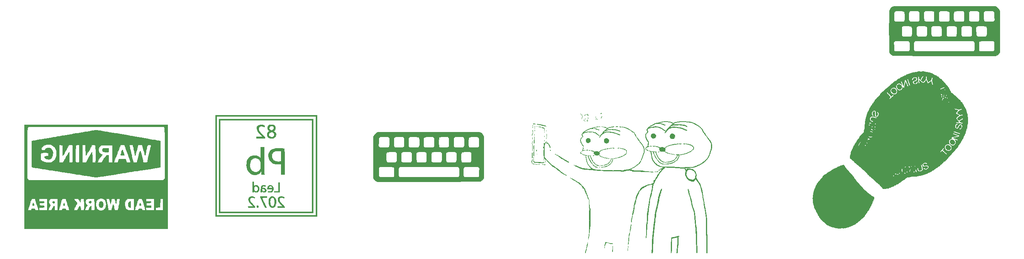
<source format=gbr>
G04 #@! TF.GenerationSoftware,KiCad,Pcbnew,(5.1.5)-3*
G04 #@! TF.CreationDate,2020-01-08T01:13:46+02:00*
G04 #@! TF.ProjectId,PRKL30,50524b4c-3330-42e6-9b69-6361645f7063,rev?*
G04 #@! TF.SameCoordinates,Original*
G04 #@! TF.FileFunction,Other,ECO1*
%FSLAX46Y46*%
G04 Gerber Fmt 4.6, Leading zero omitted, Abs format (unit mm)*
G04 Created by KiCad (PCBNEW (5.1.5)-3) date 2020-01-08 01:13:46*
%MOMM*%
%LPD*%
G04 APERTURE LIST*
%ADD10C,0.010000*%
G04 APERTURE END LIST*
D10*
G36*
X277432071Y-87514589D02*
G01*
X277439903Y-87495423D01*
X277497026Y-87388765D01*
X277564294Y-87308556D01*
X277630903Y-87266588D01*
X277652790Y-87263111D01*
X277700722Y-87246428D01*
X277713218Y-87229346D01*
X277747733Y-87206910D01*
X277820004Y-87201006D01*
X277914785Y-87208760D01*
X278016830Y-87227301D01*
X278110891Y-87253753D01*
X278181721Y-87285245D01*
X278214075Y-87318903D01*
X278214667Y-87323842D01*
X278236710Y-87346590D01*
X278246634Y-87347778D01*
X278287016Y-87368203D01*
X278336561Y-87415054D01*
X278374836Y-87466698D01*
X278384000Y-87493207D01*
X278402075Y-87528775D01*
X278440445Y-87573555D01*
X278482854Y-87644120D01*
X278496889Y-87712358D01*
X278500792Y-87785613D01*
X278508764Y-87832303D01*
X278508304Y-87884573D01*
X278491779Y-87949067D01*
X278454225Y-88019680D01*
X278395271Y-88100360D01*
X278374071Y-88124648D01*
X278309838Y-88184329D01*
X278241752Y-88218105D01*
X278145669Y-88237084D01*
X278123890Y-88239745D01*
X278018990Y-88247008D01*
X277936684Y-88235972D01*
X277846586Y-88201310D01*
X277812905Y-88185220D01*
X277698186Y-88119477D01*
X277597732Y-88044464D01*
X277522595Y-87970059D01*
X277483824Y-87906140D01*
X277480889Y-87888417D01*
X277468829Y-87847002D01*
X277439717Y-87783293D01*
X277438730Y-87781393D01*
X277404144Y-87694887D01*
X277401891Y-87613926D01*
X277432071Y-87514589D01*
G37*
X277432071Y-87514589D02*
X277439903Y-87495423D01*
X277497026Y-87388765D01*
X277564294Y-87308556D01*
X277630903Y-87266588D01*
X277652790Y-87263111D01*
X277700722Y-87246428D01*
X277713218Y-87229346D01*
X277747733Y-87206910D01*
X277820004Y-87201006D01*
X277914785Y-87208760D01*
X278016830Y-87227301D01*
X278110891Y-87253753D01*
X278181721Y-87285245D01*
X278214075Y-87318903D01*
X278214667Y-87323842D01*
X278236710Y-87346590D01*
X278246634Y-87347778D01*
X278287016Y-87368203D01*
X278336561Y-87415054D01*
X278374836Y-87466698D01*
X278384000Y-87493207D01*
X278402075Y-87528775D01*
X278440445Y-87573555D01*
X278482854Y-87644120D01*
X278496889Y-87712358D01*
X278500792Y-87785613D01*
X278508764Y-87832303D01*
X278508304Y-87884573D01*
X278491779Y-87949067D01*
X278454225Y-88019680D01*
X278395271Y-88100360D01*
X278374071Y-88124648D01*
X278309838Y-88184329D01*
X278241752Y-88218105D01*
X278145669Y-88237084D01*
X278123890Y-88239745D01*
X278018990Y-88247008D01*
X277936684Y-88235972D01*
X277846586Y-88201310D01*
X277812905Y-88185220D01*
X277698186Y-88119477D01*
X277597732Y-88044464D01*
X277522595Y-87970059D01*
X277483824Y-87906140D01*
X277480889Y-87888417D01*
X277468829Y-87847002D01*
X277439717Y-87783293D01*
X277438730Y-87781393D01*
X277404144Y-87694887D01*
X277401891Y-87613926D01*
X277432071Y-87514589D01*
G36*
X280260778Y-84271555D02*
G01*
X280274889Y-84285667D01*
X280260778Y-84299778D01*
X280246667Y-84285667D01*
X280260778Y-84271555D01*
G37*
X280260778Y-84271555D02*
X280274889Y-84285667D01*
X280260778Y-84299778D01*
X280246667Y-84285667D01*
X280260778Y-84271555D01*
G36*
X280024413Y-85283470D02*
G01*
X280049450Y-85254319D01*
X280103465Y-85202670D01*
X280192327Y-85122709D01*
X280239308Y-85081175D01*
X280270192Y-85056981D01*
X280293982Y-85055391D01*
X280319250Y-85084303D01*
X280354569Y-85151616D01*
X280384900Y-85215306D01*
X280428051Y-85311423D01*
X280459318Y-85390201D01*
X280472376Y-85435606D01*
X280472445Y-85437209D01*
X280490832Y-85488135D01*
X280506312Y-85507689D01*
X280521437Y-85533966D01*
X280486865Y-85541529D01*
X280482463Y-85541555D01*
X280420365Y-85521547D01*
X280373667Y-85485111D01*
X280315489Y-85442172D01*
X280267816Y-85428667D01*
X280206009Y-85411029D01*
X280118997Y-85364007D01*
X280023113Y-85296434D01*
X280022484Y-85295938D01*
X280024413Y-85283470D01*
G37*
X280024413Y-85283470D02*
X280049450Y-85254319D01*
X280103465Y-85202670D01*
X280192327Y-85122709D01*
X280239308Y-85081175D01*
X280270192Y-85056981D01*
X280293982Y-85055391D01*
X280319250Y-85084303D01*
X280354569Y-85151616D01*
X280384900Y-85215306D01*
X280428051Y-85311423D01*
X280459318Y-85390201D01*
X280472376Y-85435606D01*
X280472445Y-85437209D01*
X280490832Y-85488135D01*
X280506312Y-85507689D01*
X280521437Y-85533966D01*
X280486865Y-85541529D01*
X280482463Y-85541555D01*
X280420365Y-85521547D01*
X280373667Y-85485111D01*
X280315489Y-85442172D01*
X280267816Y-85428667D01*
X280206009Y-85411029D01*
X280118997Y-85364007D01*
X280023113Y-85296434D01*
X280022484Y-85295938D01*
X280024413Y-85283470D01*
G36*
X281881589Y-96435333D02*
G01*
X281917946Y-96417316D01*
X281977589Y-96371313D01*
X282016370Y-96336555D01*
X282086504Y-96279294D01*
X282148312Y-96243644D01*
X282171658Y-96237778D01*
X282214231Y-96225194D01*
X282222223Y-96210548D01*
X282244209Y-96177015D01*
X282277054Y-96153974D01*
X282353480Y-96142070D01*
X282433697Y-96175344D01*
X282502079Y-96245974D01*
X282518806Y-96274980D01*
X282552369Y-96354546D01*
X282555259Y-96412531D01*
X282528527Y-96474041D01*
X282527231Y-96476285D01*
X282483418Y-96530800D01*
X282412511Y-96597830D01*
X282326516Y-96668428D01*
X282237439Y-96733648D01*
X282157287Y-96784541D01*
X282098064Y-96812163D01*
X282075535Y-96812887D01*
X282041227Y-96776891D01*
X281991874Y-96709192D01*
X281939175Y-96627790D01*
X281894830Y-96550687D01*
X281871409Y-96498833D01*
X281866135Y-96448144D01*
X281881589Y-96435333D01*
G37*
X281881589Y-96435333D02*
X281917946Y-96417316D01*
X281977589Y-96371313D01*
X282016370Y-96336555D01*
X282086504Y-96279294D01*
X282148312Y-96243644D01*
X282171658Y-96237778D01*
X282214231Y-96225194D01*
X282222223Y-96210548D01*
X282244209Y-96177015D01*
X282277054Y-96153974D01*
X282353480Y-96142070D01*
X282433697Y-96175344D01*
X282502079Y-96245974D01*
X282518806Y-96274980D01*
X282552369Y-96354546D01*
X282555259Y-96412531D01*
X282528527Y-96474041D01*
X282527231Y-96476285D01*
X282483418Y-96530800D01*
X282412511Y-96597830D01*
X282326516Y-96668428D01*
X282237439Y-96733648D01*
X282157287Y-96784541D01*
X282098064Y-96812163D01*
X282075535Y-96812887D01*
X282041227Y-96776891D01*
X281991874Y-96709192D01*
X281939175Y-96627790D01*
X281894830Y-96550687D01*
X281871409Y-96498833D01*
X281866135Y-96448144D01*
X281881589Y-96435333D01*
G36*
X283192781Y-82193987D02*
G01*
X283206052Y-82183111D01*
X283233022Y-82159772D01*
X283238223Y-82131988D01*
X283264056Y-82057224D01*
X283332590Y-81985323D01*
X283430378Y-81924915D01*
X283543971Y-81884634D01*
X283642202Y-81872667D01*
X283787912Y-81899228D01*
X283922744Y-81972558D01*
X284039840Y-82083124D01*
X284132344Y-82221392D01*
X284193399Y-82377831D01*
X284216147Y-82542907D01*
X284206001Y-82656461D01*
X284170699Y-82729063D01*
X284100120Y-82809629D01*
X284010589Y-82883252D01*
X283918432Y-82935027D01*
X283890249Y-82944770D01*
X283769963Y-82969389D01*
X283685669Y-82967801D01*
X283647445Y-82945111D01*
X283607217Y-82920507D01*
X283581100Y-82916889D01*
X283533275Y-82895669D01*
X283465321Y-82840121D01*
X283389110Y-82762415D01*
X283316513Y-82674720D01*
X283259403Y-82589205D01*
X283256705Y-82584368D01*
X283226570Y-82510705D01*
X283203162Y-82419402D01*
X283188429Y-82325893D01*
X283184319Y-82245610D01*
X283192781Y-82193987D01*
G37*
X283192781Y-82193987D02*
X283206052Y-82183111D01*
X283233022Y-82159772D01*
X283238223Y-82131988D01*
X283264056Y-82057224D01*
X283332590Y-81985323D01*
X283430378Y-81924915D01*
X283543971Y-81884634D01*
X283642202Y-81872667D01*
X283787912Y-81899228D01*
X283922744Y-81972558D01*
X284039840Y-82083124D01*
X284132344Y-82221392D01*
X284193399Y-82377831D01*
X284216147Y-82542907D01*
X284206001Y-82656461D01*
X284170699Y-82729063D01*
X284100120Y-82809629D01*
X284010589Y-82883252D01*
X283918432Y-82935027D01*
X283890249Y-82944770D01*
X283769963Y-82969389D01*
X283685669Y-82967801D01*
X283647445Y-82945111D01*
X283607217Y-82920507D01*
X283581100Y-82916889D01*
X283533275Y-82895669D01*
X283465321Y-82840121D01*
X283389110Y-82762415D01*
X283316513Y-82674720D01*
X283259403Y-82589205D01*
X283256705Y-82584368D01*
X283226570Y-82510705D01*
X283203162Y-82419402D01*
X283188429Y-82325893D01*
X283184319Y-82245610D01*
X283192781Y-82193987D01*
G36*
X285130668Y-95517334D02*
G01*
X285132528Y-95516000D01*
X285149274Y-95480025D01*
X285157230Y-95412521D01*
X285157334Y-95403557D01*
X285164535Y-95338932D01*
X285182205Y-95307130D01*
X285185556Y-95306444D01*
X285212817Y-95284029D01*
X285215340Y-95271167D01*
X285236835Y-95232463D01*
X285288353Y-95179934D01*
X285305934Y-95165333D01*
X285363625Y-95126524D01*
X285425809Y-95105022D01*
X285511806Y-95096090D01*
X285593650Y-95094778D01*
X285722582Y-95101955D01*
X285816419Y-95130010D01*
X285892436Y-95188728D01*
X285967908Y-95287894D01*
X285987145Y-95317671D01*
X286012792Y-95386136D01*
X286033696Y-95492820D01*
X286048162Y-95619580D01*
X286054498Y-95748272D01*
X286051010Y-95860753D01*
X286042934Y-95915444D01*
X286015743Y-95973344D01*
X285964840Y-96044163D01*
X285949265Y-96062025D01*
X285895088Y-96112358D01*
X285833483Y-96144267D01*
X285745427Y-96165694D01*
X285675428Y-96176354D01*
X285535887Y-96187495D01*
X285430794Y-96172141D01*
X285346871Y-96123124D01*
X285270841Y-96033277D01*
X285203757Y-95921725D01*
X285165928Y-95834929D01*
X285136868Y-95734933D01*
X285119414Y-95637897D01*
X285116401Y-95559977D01*
X285130668Y-95517334D01*
G37*
X285130668Y-95517334D02*
X285132528Y-95516000D01*
X285149274Y-95480025D01*
X285157230Y-95412521D01*
X285157334Y-95403557D01*
X285164535Y-95338932D01*
X285182205Y-95307130D01*
X285185556Y-95306444D01*
X285212817Y-95284029D01*
X285215340Y-95271167D01*
X285236835Y-95232463D01*
X285288353Y-95179934D01*
X285305934Y-95165333D01*
X285363625Y-95126524D01*
X285425809Y-95105022D01*
X285511806Y-95096090D01*
X285593650Y-95094778D01*
X285722582Y-95101955D01*
X285816419Y-95130010D01*
X285892436Y-95188728D01*
X285967908Y-95287894D01*
X285987145Y-95317671D01*
X286012792Y-95386136D01*
X286033696Y-95492820D01*
X286048162Y-95619580D01*
X286054498Y-95748272D01*
X286051010Y-95860753D01*
X286042934Y-95915444D01*
X286015743Y-95973344D01*
X285964840Y-96044163D01*
X285949265Y-96062025D01*
X285895088Y-96112358D01*
X285833483Y-96144267D01*
X285745427Y-96165694D01*
X285675428Y-96176354D01*
X285535887Y-96187495D01*
X285430794Y-96172141D01*
X285346871Y-96123124D01*
X285270841Y-96033277D01*
X285203757Y-95921725D01*
X285165928Y-95834929D01*
X285136868Y-95734933D01*
X285119414Y-95637897D01*
X285116401Y-95559977D01*
X285130668Y-95517334D01*
G36*
X286696309Y-95001695D02*
G01*
X286728315Y-94992315D01*
X286801858Y-94981218D01*
X286902111Y-94969739D01*
X287014250Y-94959211D01*
X287123447Y-94950970D01*
X287214878Y-94946350D01*
X287273716Y-94946685D01*
X287285301Y-94948683D01*
X287314145Y-94977279D01*
X287351965Y-95034087D01*
X287387779Y-95099464D01*
X287410605Y-95153767D01*
X287412298Y-95175835D01*
X287403589Y-95202219D01*
X287390080Y-95249063D01*
X287358112Y-95299607D01*
X287289828Y-95339334D01*
X287179302Y-95370297D01*
X287020607Y-95394549D01*
X286947763Y-95402304D01*
X286748525Y-95421692D01*
X286719136Y-95215902D01*
X286705747Y-95115321D01*
X286697488Y-95039470D01*
X286695906Y-95002865D01*
X286696309Y-95001695D01*
G37*
X286696309Y-95001695D02*
X286728315Y-94992315D01*
X286801858Y-94981218D01*
X286902111Y-94969739D01*
X287014250Y-94959211D01*
X287123447Y-94950970D01*
X287214878Y-94946350D01*
X287273716Y-94946685D01*
X287285301Y-94948683D01*
X287314145Y-94977279D01*
X287351965Y-95034087D01*
X287387779Y-95099464D01*
X287410605Y-95153767D01*
X287412298Y-95175835D01*
X287403589Y-95202219D01*
X287390080Y-95249063D01*
X287358112Y-95299607D01*
X287289828Y-95339334D01*
X287179302Y-95370297D01*
X287020607Y-95394549D01*
X286947763Y-95402304D01*
X286748525Y-95421692D01*
X286719136Y-95215902D01*
X286705747Y-95115321D01*
X286697488Y-95039470D01*
X286695906Y-95002865D01*
X286696309Y-95001695D01*
G36*
X287039946Y-80755687D02*
G01*
X287082999Y-80710418D01*
X287122250Y-80680278D01*
X287197868Y-80632892D01*
X287264692Y-80605427D01*
X287283378Y-80602667D01*
X287352079Y-80584480D01*
X287384667Y-80563671D01*
X287450340Y-80519968D01*
X287510536Y-80501473D01*
X287549520Y-80511255D01*
X287556223Y-80530209D01*
X287568573Y-80569004D01*
X287579928Y-80574444D01*
X287601845Y-80598794D01*
X287629580Y-80660250D01*
X287641279Y-80694389D01*
X287669347Y-80773740D01*
X287695050Y-80830335D01*
X287702241Y-80841144D01*
X287721758Y-80873130D01*
X287708331Y-80900205D01*
X287653746Y-80933763D01*
X287624924Y-80948389D01*
X287552352Y-80980384D01*
X287498313Y-80997083D01*
X287491145Y-80997778D01*
X287446084Y-81010326D01*
X287375594Y-81041664D01*
X287351296Y-81054222D01*
X287231198Y-81101127D01*
X287138396Y-81098700D01*
X287073210Y-81047100D01*
X287035963Y-80946489D01*
X287028990Y-80892928D01*
X287025487Y-80808444D01*
X287039946Y-80755687D01*
G37*
X287039946Y-80755687D02*
X287082999Y-80710418D01*
X287122250Y-80680278D01*
X287197868Y-80632892D01*
X287264692Y-80605427D01*
X287283378Y-80602667D01*
X287352079Y-80584480D01*
X287384667Y-80563671D01*
X287450340Y-80519968D01*
X287510536Y-80501473D01*
X287549520Y-80511255D01*
X287556223Y-80530209D01*
X287568573Y-80569004D01*
X287579928Y-80574444D01*
X287601845Y-80598794D01*
X287629580Y-80660250D01*
X287641279Y-80694389D01*
X287669347Y-80773740D01*
X287695050Y-80830335D01*
X287702241Y-80841144D01*
X287721758Y-80873130D01*
X287708331Y-80900205D01*
X287653746Y-80933763D01*
X287624924Y-80948389D01*
X287552352Y-80980384D01*
X287498313Y-80997083D01*
X287491145Y-80997778D01*
X287446084Y-81010326D01*
X287375594Y-81041664D01*
X287351296Y-81054222D01*
X287231198Y-81101127D01*
X287138396Y-81098700D01*
X287073210Y-81047100D01*
X287035963Y-80946489D01*
X287028990Y-80892928D01*
X287025487Y-80808444D01*
X287039946Y-80755687D01*
G36*
X288085382Y-79883000D02*
G01*
X288106851Y-79782075D01*
X288144034Y-79685073D01*
X288189191Y-79607122D01*
X288234581Y-79563348D01*
X288251267Y-79558794D01*
X288294850Y-79538892D01*
X288316392Y-79518317D01*
X288364302Y-79488145D01*
X288441741Y-79463256D01*
X288463822Y-79458908D01*
X288555488Y-79453413D01*
X288642550Y-79475792D01*
X288704039Y-79504477D01*
X288849212Y-79609069D01*
X288953258Y-79751888D01*
X289015658Y-79931957D01*
X289035832Y-80129048D01*
X289033795Y-80238879D01*
X289021476Y-80312364D01*
X288993946Y-80369346D01*
X288967334Y-80404776D01*
X288857128Y-80504951D01*
X288726896Y-80569741D01*
X288591812Y-80593928D01*
X288473151Y-80574677D01*
X288403152Y-80535893D01*
X288322566Y-80473460D01*
X288244747Y-80400273D01*
X288183046Y-80329225D01*
X288150817Y-80273209D01*
X288148889Y-80261570D01*
X288138377Y-80204523D01*
X288112715Y-80127938D01*
X288109180Y-80119280D01*
X288082245Y-79993154D01*
X288085382Y-79883000D01*
G37*
X288085382Y-79883000D02*
X288106851Y-79782075D01*
X288144034Y-79685073D01*
X288189191Y-79607122D01*
X288234581Y-79563348D01*
X288251267Y-79558794D01*
X288294850Y-79538892D01*
X288316392Y-79518317D01*
X288364302Y-79488145D01*
X288441741Y-79463256D01*
X288463822Y-79458908D01*
X288555488Y-79453413D01*
X288642550Y-79475792D01*
X288704039Y-79504477D01*
X288849212Y-79609069D01*
X288953258Y-79751888D01*
X289015658Y-79931957D01*
X289035832Y-80129048D01*
X289033795Y-80238879D01*
X289021476Y-80312364D01*
X288993946Y-80369346D01*
X288967334Y-80404776D01*
X288857128Y-80504951D01*
X288726896Y-80569741D01*
X288591812Y-80593928D01*
X288473151Y-80574677D01*
X288403152Y-80535893D01*
X288322566Y-80473460D01*
X288244747Y-80400273D01*
X288183046Y-80329225D01*
X288150817Y-80273209D01*
X288148889Y-80261570D01*
X288138377Y-80204523D01*
X288112715Y-80127938D01*
X288109180Y-80119280D01*
X288082245Y-79993154D01*
X288085382Y-79883000D01*
G36*
X294599556Y-90463985D02*
G01*
X294614586Y-90416295D01*
X294660682Y-90350280D01*
X294723821Y-90286200D01*
X294786446Y-90239942D01*
X294824379Y-90226444D01*
X294869937Y-90206724D01*
X294893755Y-90184407D01*
X294952357Y-90154568D01*
X295042299Y-90154841D01*
X295151119Y-90179739D01*
X295266358Y-90223772D01*
X295375555Y-90281450D01*
X295466248Y-90347285D01*
X295525978Y-90415788D01*
X295543112Y-90470454D01*
X295565689Y-90504552D01*
X295584166Y-90508667D01*
X295617930Y-90535184D01*
X295641462Y-90608349D01*
X295642512Y-90614500D01*
X295657696Y-90705828D01*
X295671375Y-90785656D01*
X295672298Y-90790889D01*
X295665331Y-90866993D01*
X295628709Y-90952790D01*
X295627901Y-90954114D01*
X295581002Y-91018470D01*
X295538134Y-91058608D01*
X295531620Y-91061900D01*
X295491250Y-91099809D01*
X295478940Y-91127834D01*
X295444095Y-91161248D01*
X295370056Y-91186738D01*
X295273757Y-91202343D01*
X295172132Y-91206100D01*
X295082117Y-91196048D01*
X295034319Y-91179333D01*
X294876525Y-91085416D01*
X294764063Y-90996522D01*
X294688071Y-90901903D01*
X294639684Y-90790812D01*
X294612389Y-90667714D01*
X294597452Y-90545770D01*
X294599556Y-90463985D01*
G37*
X294599556Y-90463985D02*
X294614586Y-90416295D01*
X294660682Y-90350280D01*
X294723821Y-90286200D01*
X294786446Y-90239942D01*
X294824379Y-90226444D01*
X294869937Y-90206724D01*
X294893755Y-90184407D01*
X294952357Y-90154568D01*
X295042299Y-90154841D01*
X295151119Y-90179739D01*
X295266358Y-90223772D01*
X295375555Y-90281450D01*
X295466248Y-90347285D01*
X295525978Y-90415788D01*
X295543112Y-90470454D01*
X295565689Y-90504552D01*
X295584166Y-90508667D01*
X295617930Y-90535184D01*
X295641462Y-90608349D01*
X295642512Y-90614500D01*
X295657696Y-90705828D01*
X295671375Y-90785656D01*
X295672298Y-90790889D01*
X295665331Y-90866993D01*
X295628709Y-90952790D01*
X295627901Y-90954114D01*
X295581002Y-91018470D01*
X295538134Y-91058608D01*
X295531620Y-91061900D01*
X295491250Y-91099809D01*
X295478940Y-91127834D01*
X295444095Y-91161248D01*
X295370056Y-91186738D01*
X295273757Y-91202343D01*
X295172132Y-91206100D01*
X295082117Y-91196048D01*
X295034319Y-91179333D01*
X294876525Y-91085416D01*
X294764063Y-90996522D01*
X294688071Y-90901903D01*
X294639684Y-90790812D01*
X294612389Y-90667714D01*
X294597452Y-90545770D01*
X294599556Y-90463985D01*
G36*
X295387889Y-80489778D02*
G01*
X295402000Y-80503889D01*
X295387889Y-80518000D01*
X295373778Y-80503889D01*
X295387889Y-80489778D01*
G37*
X295387889Y-80489778D02*
X295402000Y-80503889D01*
X295387889Y-80518000D01*
X295373778Y-80503889D01*
X295387889Y-80489778D01*
G36*
X295532912Y-89219131D02*
G01*
X295606007Y-89121605D01*
X295729120Y-89028155D01*
X295746977Y-89017047D01*
X295828706Y-88976212D01*
X295907763Y-88964185D01*
X295986866Y-88970710D01*
X296133217Y-89005849D01*
X296278816Y-89067060D01*
X296398611Y-89143307D01*
X296419207Y-89161181D01*
X296491888Y-89255705D01*
X296551176Y-89381224D01*
X296588676Y-89514695D01*
X296595995Y-89633078D01*
X296594758Y-89643099D01*
X296567463Y-89709108D01*
X296507291Y-89795534D01*
X296445488Y-89865794D01*
X296307829Y-90008613D01*
X296121663Y-89993669D01*
X296008302Y-89978319D01*
X295922282Y-89954593D01*
X295887471Y-89935263D01*
X295843813Y-89903110D01*
X295823682Y-89896844D01*
X295790769Y-89883218D01*
X295735228Y-89840450D01*
X295671757Y-89781743D01*
X295615050Y-89720299D01*
X295589850Y-89686795D01*
X295557617Y-89617660D01*
X295527447Y-89520889D01*
X295515523Y-89467788D01*
X295504521Y-89331077D01*
X295532912Y-89219131D01*
G37*
X295532912Y-89219131D02*
X295606007Y-89121605D01*
X295729120Y-89028155D01*
X295746977Y-89017047D01*
X295828706Y-88976212D01*
X295907763Y-88964185D01*
X295986866Y-88970710D01*
X296133217Y-89005849D01*
X296278816Y-89067060D01*
X296398611Y-89143307D01*
X296419207Y-89161181D01*
X296491888Y-89255705D01*
X296551176Y-89381224D01*
X296588676Y-89514695D01*
X296595995Y-89633078D01*
X296594758Y-89643099D01*
X296567463Y-89709108D01*
X296507291Y-89795534D01*
X296445488Y-89865794D01*
X296307829Y-90008613D01*
X296121663Y-89993669D01*
X296008302Y-89978319D01*
X295922282Y-89954593D01*
X295887471Y-89935263D01*
X295843813Y-89903110D01*
X295823682Y-89896844D01*
X295790769Y-89883218D01*
X295735228Y-89840450D01*
X295671757Y-89781743D01*
X295615050Y-89720299D01*
X295589850Y-89686795D01*
X295557617Y-89617660D01*
X295527447Y-89520889D01*
X295515523Y-89467788D01*
X295504521Y-89331077D01*
X295532912Y-89219131D01*
G36*
X266010555Y-102687150D02*
G01*
X266044378Y-102632088D01*
X266048739Y-102626435D01*
X266088375Y-102551172D01*
X266092793Y-102492652D01*
X266076685Y-102392831D01*
X266069281Y-102281835D01*
X266070384Y-102176301D01*
X266079801Y-102092868D01*
X266097336Y-102048171D01*
X266098002Y-102047589D01*
X266122781Y-102000512D01*
X266135216Y-101924968D01*
X266135556Y-101910444D01*
X266147599Y-101825271D01*
X266178416Y-101768933D01*
X266179704Y-101767828D01*
X266210806Y-101707912D01*
X266206638Y-101662606D01*
X266210794Y-101576922D01*
X266235584Y-101523575D01*
X266264527Y-101453326D01*
X266266566Y-101395088D01*
X266273160Y-101326916D01*
X266306045Y-101267566D01*
X266346265Y-101181028D01*
X266343561Y-101129792D01*
X266349484Y-101047049D01*
X266375445Y-101007333D01*
X266410906Y-100931311D01*
X266406786Y-100882710D01*
X266405834Y-100823297D01*
X266439259Y-100758663D01*
X266477221Y-100711897D01*
X266535437Y-100632744D01*
X266553877Y-100567141D01*
X266551060Y-100536846D01*
X266551244Y-100484842D01*
X266577691Y-100428754D01*
X266637888Y-100354470D01*
X266661430Y-100328897D01*
X266735033Y-100242604D01*
X266771903Y-100176353D01*
X266779955Y-100115650D01*
X266779728Y-100112299D01*
X266787732Y-100048054D01*
X266826058Y-99974121D01*
X266895282Y-99884388D01*
X266964773Y-99794964D01*
X266998282Y-99730857D01*
X267001935Y-99679797D01*
X267000568Y-99673603D01*
X267000541Y-99625271D01*
X267028409Y-99566740D01*
X267090516Y-99485944D01*
X267112952Y-99459921D01*
X267184305Y-99372546D01*
X267220402Y-99310430D01*
X267227804Y-99260919D01*
X267224830Y-99244229D01*
X267223849Y-99214617D01*
X267237551Y-99176273D01*
X267270363Y-99123069D01*
X267326708Y-99048879D01*
X267411012Y-98947576D01*
X267527701Y-98813033D01*
X267575536Y-98758629D01*
X267704276Y-98611353D01*
X267799170Y-98499348D01*
X267864681Y-98416428D01*
X267905272Y-98356412D01*
X267925406Y-98313115D01*
X267929548Y-98280355D01*
X267928045Y-98270237D01*
X267927812Y-98242722D01*
X267940620Y-98206835D01*
X267970483Y-98157257D01*
X268021415Y-98088672D01*
X268097432Y-97995760D01*
X268202547Y-97873205D01*
X268340776Y-97715688D01*
X268381126Y-97670055D01*
X268529993Y-97502820D01*
X268647076Y-97373899D01*
X268737185Y-97278635D01*
X268805133Y-97212368D01*
X268855730Y-97170441D01*
X268893787Y-97148193D01*
X268924117Y-97140968D01*
X268927628Y-97140889D01*
X268964947Y-97133780D01*
X269009248Y-97108528D01*
X269067185Y-97059248D01*
X269145410Y-96980051D01*
X269250576Y-96865052D01*
X269292497Y-96818050D01*
X269417327Y-96677585D01*
X269510338Y-96573911D01*
X269577339Y-96501744D01*
X269624138Y-96455803D01*
X269656546Y-96430804D01*
X269680369Y-96421464D01*
X269701417Y-96422502D01*
X269721744Y-96427670D01*
X269760115Y-96426150D01*
X269808064Y-96398179D01*
X269874244Y-96337248D01*
X269950265Y-96255824D01*
X270041412Y-96159565D01*
X270108897Y-96101306D01*
X270162558Y-96073619D01*
X270198541Y-96068444D01*
X270242723Y-96060231D01*
X270291817Y-96030759D01*
X270354579Y-95972778D01*
X270439760Y-95879038D01*
X270471161Y-95842667D01*
X270552047Y-95749563D01*
X270619222Y-95674666D01*
X270664444Y-95627018D01*
X270679033Y-95614596D01*
X270715076Y-95611012D01*
X270769087Y-95606695D01*
X270845816Y-95575806D01*
X270939465Y-95492710D01*
X270961986Y-95467876D01*
X271028474Y-95398170D01*
X271084273Y-95349952D01*
X271113712Y-95334667D01*
X271142212Y-95352747D01*
X271207784Y-95404151D01*
X271305384Y-95484620D01*
X271429966Y-95589899D01*
X271576488Y-95715730D01*
X271739905Y-95857856D01*
X271891200Y-95990833D01*
X272093612Y-96169018D01*
X272258644Y-96312782D01*
X272390725Y-96425625D01*
X272494286Y-96511048D01*
X272573757Y-96572550D01*
X272633566Y-96613630D01*
X272678144Y-96637790D01*
X272711921Y-96648527D01*
X272725447Y-96649937D01*
X272828145Y-96679297D01*
X272912171Y-96738125D01*
X272948897Y-96770716D01*
X273024285Y-96837452D01*
X273134689Y-96935110D01*
X273276465Y-97060471D01*
X273445970Y-97210312D01*
X273639558Y-97381411D01*
X273853585Y-97570549D01*
X274084408Y-97774502D01*
X274328380Y-97990050D01*
X274514725Y-98154669D01*
X274806754Y-98412440D01*
X275059604Y-98635101D01*
X275276224Y-98825111D01*
X275459566Y-98984925D01*
X275612578Y-99116999D01*
X275738211Y-99223791D01*
X275839415Y-99307757D01*
X275919139Y-99371352D01*
X275980333Y-99417034D01*
X276025948Y-99447258D01*
X276058933Y-99464482D01*
X276082239Y-99471162D01*
X276095170Y-99470723D01*
X276115459Y-99470815D01*
X276143223Y-99480346D01*
X276181941Y-99502161D01*
X276235096Y-99539108D01*
X276306167Y-99594035D01*
X276398636Y-99669787D01*
X276515984Y-99769211D01*
X276661692Y-99895155D01*
X276839241Y-100050466D01*
X277052112Y-100237989D01*
X277283100Y-100442258D01*
X277534888Y-100664804D01*
X277748113Y-100852316D01*
X277926132Y-101007557D01*
X278072302Y-101133291D01*
X278189980Y-101232283D01*
X278282522Y-101307297D01*
X278353286Y-101361095D01*
X278405629Y-101396443D01*
X278442907Y-101416105D01*
X278468476Y-101422844D01*
X278473967Y-101422793D01*
X278534080Y-101432587D01*
X278611155Y-101474471D01*
X278714855Y-101553754D01*
X278719560Y-101557667D01*
X278815474Y-101642589D01*
X278869075Y-101706269D01*
X278885025Y-101758755D01*
X278867987Y-101810097D01*
X278849377Y-101837396D01*
X278822318Y-101911432D01*
X278825082Y-101957221D01*
X278823089Y-102017349D01*
X278782901Y-102087761D01*
X278752297Y-102124819D01*
X278695195Y-102200555D01*
X278675724Y-102261529D01*
X278679607Y-102302247D01*
X278680867Y-102363353D01*
X278647966Y-102420953D01*
X278610176Y-102460396D01*
X278549589Y-102533515D01*
X278529716Y-102606334D01*
X278530210Y-102633289D01*
X278522608Y-102712286D01*
X278496695Y-102771456D01*
X278469106Y-102834537D01*
X278463225Y-102899701D01*
X278454547Y-102962439D01*
X278414419Y-103035025D01*
X278345382Y-103119817D01*
X278274532Y-103206309D01*
X278239644Y-103269442D01*
X278233799Y-103322555D01*
X278235278Y-103331984D01*
X278233508Y-103386914D01*
X278202310Y-103449798D01*
X278134732Y-103534543D01*
X278133131Y-103536363D01*
X278055175Y-103638680D01*
X278020254Y-103722299D01*
X278017112Y-103754102D01*
X277996024Y-103838872D01*
X277930290Y-103941838D01*
X277904223Y-103973914D01*
X277828599Y-104077550D01*
X277794631Y-104162882D01*
X277791334Y-104197797D01*
X277784379Y-104245110D01*
X277759462Y-104298879D01*
X277710499Y-104368117D01*
X277631409Y-104461837D01*
X277558500Y-104542854D01*
X277456131Y-104657604D01*
X277387835Y-104741850D01*
X277347483Y-104804708D01*
X277328947Y-104855293D01*
X277325667Y-104889095D01*
X277319466Y-104932890D01*
X277297282Y-104983937D01*
X277253746Y-105050135D01*
X277183490Y-105139387D01*
X277081143Y-105259592D01*
X277048282Y-105297271D01*
X276938550Y-105424403D01*
X276862422Y-105517733D01*
X276814915Y-105584651D01*
X276791042Y-105632548D01*
X276785821Y-105668815D01*
X276788147Y-105682990D01*
X276789689Y-105719114D01*
X276773259Y-105763409D01*
X276733489Y-105824181D01*
X276665006Y-105909739D01*
X276571644Y-106017922D01*
X276469046Y-106132428D01*
X276393660Y-106209679D01*
X276337408Y-106256470D01*
X276292212Y-106279599D01*
X276253223Y-106285827D01*
X276211084Y-106293122D01*
X276165293Y-106317792D01*
X276107786Y-106366613D01*
X276030502Y-106446361D01*
X275933722Y-106554321D01*
X275829547Y-106670081D01*
X275752762Y-106748091D01*
X275695724Y-106794861D01*
X275650791Y-106816898D01*
X275620427Y-106821111D01*
X275576058Y-106829678D01*
X275525986Y-106860138D01*
X275461538Y-106919633D01*
X275374042Y-107015305D01*
X275347261Y-107046046D01*
X275254216Y-107150513D01*
X275186330Y-107217724D01*
X275134347Y-107255159D01*
X275089010Y-107270300D01*
X275067889Y-107271838D01*
X275008935Y-107283279D01*
X274949025Y-107322540D01*
X274874628Y-107398936D01*
X274861712Y-107413792D01*
X274781114Y-107498635D01*
X274717376Y-107542918D01*
X274662638Y-107554889D01*
X274575565Y-107582540D01*
X274489226Y-107653777D01*
X274414991Y-107717161D01*
X274357707Y-107739506D01*
X274347014Y-107737950D01*
X274294080Y-107743903D01*
X274230265Y-107778615D01*
X274228261Y-107780172D01*
X274155526Y-107820949D01*
X274087090Y-107837111D01*
X274016447Y-107857474D01*
X273965776Y-107895154D01*
X273897751Y-107938594D01*
X273852474Y-107937944D01*
X273780548Y-107947138D01*
X273741032Y-107978679D01*
X273669201Y-108023073D01*
X273602232Y-108034667D01*
X273510950Y-108056685D01*
X273464432Y-108092675D01*
X273404735Y-108134273D01*
X273363816Y-108134514D01*
X273304627Y-108139814D01*
X273241067Y-108174825D01*
X273142067Y-108220906D01*
X273010597Y-108240832D01*
X272889405Y-108257786D01*
X272822128Y-108290882D01*
X272816910Y-108296927D01*
X272782726Y-108322028D01*
X272718095Y-108339306D01*
X272612860Y-108350861D01*
X272533250Y-108355574D01*
X272396838Y-108365479D01*
X272305295Y-108380967D01*
X272247135Y-108404399D01*
X272228717Y-108418235D01*
X272184475Y-108450844D01*
X272143973Y-108449123D01*
X272096357Y-108424501D01*
X272011813Y-108397216D01*
X271897835Y-108387672D01*
X271774301Y-108394453D01*
X271661088Y-108416142D01*
X271578073Y-108451322D01*
X271563955Y-108462443D01*
X271517189Y-108499787D01*
X271478868Y-108499841D01*
X271430952Y-108471959D01*
X271382041Y-108448058D01*
X271318211Y-108436078D01*
X271224720Y-108434473D01*
X271121416Y-108439445D01*
X270987957Y-108444559D01*
X270898558Y-108439398D01*
X270841600Y-108422976D01*
X270827322Y-108414485D01*
X270746360Y-108387432D01*
X270621019Y-108385418D01*
X270491303Y-108382839D01*
X270406010Y-108353212D01*
X270335345Y-108326312D01*
X270279697Y-108326250D01*
X270205308Y-108319418D01*
X270149344Y-108287511D01*
X270062807Y-108247291D01*
X270011571Y-108249995D01*
X269928827Y-108244072D01*
X269889111Y-108218111D01*
X269812679Y-108182593D01*
X269766478Y-108186271D01*
X269693108Y-108183588D01*
X269663107Y-108161394D01*
X269612427Y-108132488D01*
X269536767Y-108119400D01*
X269531223Y-108119333D01*
X269419311Y-108092777D01*
X269329927Y-108035500D01*
X269239055Y-107977163D01*
X269169255Y-107966526D01*
X269165006Y-107967515D01*
X269114318Y-107964177D01*
X269044320Y-107928007D01*
X268945979Y-107854324D01*
X268945026Y-107853548D01*
X268858646Y-107786186D01*
X268801273Y-107751426D01*
X268760438Y-107743583D01*
X268727939Y-107754618D01*
X268674615Y-107769279D01*
X268622484Y-107742721D01*
X268609393Y-107731582D01*
X268554580Y-107682764D01*
X268477792Y-107614098D01*
X268421556Y-107563688D01*
X268367580Y-107515502D01*
X268278050Y-107435869D01*
X268159682Y-107330749D01*
X268019191Y-107206104D01*
X267863292Y-107067892D01*
X267698701Y-106922075D01*
X267670264Y-106896892D01*
X267490255Y-106737038D01*
X267348513Y-106609754D01*
X267240700Y-106510581D01*
X267162480Y-106435061D01*
X267109518Y-106378736D01*
X267077477Y-106337148D01*
X267062020Y-106305839D01*
X267058811Y-106280351D01*
X267060191Y-106269686D01*
X267061104Y-106223118D01*
X267038774Y-106177012D01*
X266984871Y-106118631D01*
X266927480Y-106066774D01*
X266846320Y-105990782D01*
X266804166Y-105936078D01*
X266793573Y-105891889D01*
X266796035Y-105876550D01*
X266792399Y-105821302D01*
X266749442Y-105757038D01*
X266713426Y-105719780D01*
X266639998Y-105628859D01*
X266615334Y-105549949D01*
X266594758Y-105473718D01*
X266558889Y-105424111D01*
X266515517Y-105357058D01*
X266502445Y-105296193D01*
X266487731Y-105225870D01*
X266460112Y-105184222D01*
X266428095Y-105130945D01*
X266417778Y-105072252D01*
X266397162Y-104995176D01*
X266359242Y-104942440D01*
X266314216Y-104870768D01*
X266313623Y-104821892D01*
X266302345Y-104741669D01*
X266273752Y-104701529D01*
X266232374Y-104625553D01*
X266212310Y-104500212D01*
X266211951Y-104494358D01*
X266197173Y-104386708D01*
X266169851Y-104307811D01*
X266157174Y-104289376D01*
X266141955Y-104269043D01*
X266129452Y-104240686D01*
X266118840Y-104197381D01*
X266109298Y-104132202D01*
X266100002Y-104038225D01*
X266090130Y-103908525D01*
X266078858Y-103736176D01*
X266065656Y-103519111D01*
X266050880Y-103276043D01*
X266038623Y-103084317D01*
X266028495Y-102938904D01*
X266020105Y-102834776D01*
X266013066Y-102766905D01*
X266006987Y-102730264D01*
X266003887Y-102721561D01*
X266010555Y-102687150D01*
G37*
X266010555Y-102687150D02*
X266044378Y-102632088D01*
X266048739Y-102626435D01*
X266088375Y-102551172D01*
X266092793Y-102492652D01*
X266076685Y-102392831D01*
X266069281Y-102281835D01*
X266070384Y-102176301D01*
X266079801Y-102092868D01*
X266097336Y-102048171D01*
X266098002Y-102047589D01*
X266122781Y-102000512D01*
X266135216Y-101924968D01*
X266135556Y-101910444D01*
X266147599Y-101825271D01*
X266178416Y-101768933D01*
X266179704Y-101767828D01*
X266210806Y-101707912D01*
X266206638Y-101662606D01*
X266210794Y-101576922D01*
X266235584Y-101523575D01*
X266264527Y-101453326D01*
X266266566Y-101395088D01*
X266273160Y-101326916D01*
X266306045Y-101267566D01*
X266346265Y-101181028D01*
X266343561Y-101129792D01*
X266349484Y-101047049D01*
X266375445Y-101007333D01*
X266410906Y-100931311D01*
X266406786Y-100882710D01*
X266405834Y-100823297D01*
X266439259Y-100758663D01*
X266477221Y-100711897D01*
X266535437Y-100632744D01*
X266553877Y-100567141D01*
X266551060Y-100536846D01*
X266551244Y-100484842D01*
X266577691Y-100428754D01*
X266637888Y-100354470D01*
X266661430Y-100328897D01*
X266735033Y-100242604D01*
X266771903Y-100176353D01*
X266779955Y-100115650D01*
X266779728Y-100112299D01*
X266787732Y-100048054D01*
X266826058Y-99974121D01*
X266895282Y-99884388D01*
X266964773Y-99794964D01*
X266998282Y-99730857D01*
X267001935Y-99679797D01*
X267000568Y-99673603D01*
X267000541Y-99625271D01*
X267028409Y-99566740D01*
X267090516Y-99485944D01*
X267112952Y-99459921D01*
X267184305Y-99372546D01*
X267220402Y-99310430D01*
X267227804Y-99260919D01*
X267224830Y-99244229D01*
X267223849Y-99214617D01*
X267237551Y-99176273D01*
X267270363Y-99123069D01*
X267326708Y-99048879D01*
X267411012Y-98947576D01*
X267527701Y-98813033D01*
X267575536Y-98758629D01*
X267704276Y-98611353D01*
X267799170Y-98499348D01*
X267864681Y-98416428D01*
X267905272Y-98356412D01*
X267925406Y-98313115D01*
X267929548Y-98280355D01*
X267928045Y-98270237D01*
X267927812Y-98242722D01*
X267940620Y-98206835D01*
X267970483Y-98157257D01*
X268021415Y-98088672D01*
X268097432Y-97995760D01*
X268202547Y-97873205D01*
X268340776Y-97715688D01*
X268381126Y-97670055D01*
X268529993Y-97502820D01*
X268647076Y-97373899D01*
X268737185Y-97278635D01*
X268805133Y-97212368D01*
X268855730Y-97170441D01*
X268893787Y-97148193D01*
X268924117Y-97140968D01*
X268927628Y-97140889D01*
X268964947Y-97133780D01*
X269009248Y-97108528D01*
X269067185Y-97059248D01*
X269145410Y-96980051D01*
X269250576Y-96865052D01*
X269292497Y-96818050D01*
X269417327Y-96677585D01*
X269510338Y-96573911D01*
X269577339Y-96501744D01*
X269624138Y-96455803D01*
X269656546Y-96430804D01*
X269680369Y-96421464D01*
X269701417Y-96422502D01*
X269721744Y-96427670D01*
X269760115Y-96426150D01*
X269808064Y-96398179D01*
X269874244Y-96337248D01*
X269950265Y-96255824D01*
X270041412Y-96159565D01*
X270108897Y-96101306D01*
X270162558Y-96073619D01*
X270198541Y-96068444D01*
X270242723Y-96060231D01*
X270291817Y-96030759D01*
X270354579Y-95972778D01*
X270439760Y-95879038D01*
X270471161Y-95842667D01*
X270552047Y-95749563D01*
X270619222Y-95674666D01*
X270664444Y-95627018D01*
X270679033Y-95614596D01*
X270715076Y-95611012D01*
X270769087Y-95606695D01*
X270845816Y-95575806D01*
X270939465Y-95492710D01*
X270961986Y-95467876D01*
X271028474Y-95398170D01*
X271084273Y-95349952D01*
X271113712Y-95334667D01*
X271142212Y-95352747D01*
X271207784Y-95404151D01*
X271305384Y-95484620D01*
X271429966Y-95589899D01*
X271576488Y-95715730D01*
X271739905Y-95857856D01*
X271891200Y-95990833D01*
X272093612Y-96169018D01*
X272258644Y-96312782D01*
X272390725Y-96425625D01*
X272494286Y-96511048D01*
X272573757Y-96572550D01*
X272633566Y-96613630D01*
X272678144Y-96637790D01*
X272711921Y-96648527D01*
X272725447Y-96649937D01*
X272828145Y-96679297D01*
X272912171Y-96738125D01*
X272948897Y-96770716D01*
X273024285Y-96837452D01*
X273134689Y-96935110D01*
X273276465Y-97060471D01*
X273445970Y-97210312D01*
X273639558Y-97381411D01*
X273853585Y-97570549D01*
X274084408Y-97774502D01*
X274328380Y-97990050D01*
X274514725Y-98154669D01*
X274806754Y-98412440D01*
X275059604Y-98635101D01*
X275276224Y-98825111D01*
X275459566Y-98984925D01*
X275612578Y-99116999D01*
X275738211Y-99223791D01*
X275839415Y-99307757D01*
X275919139Y-99371352D01*
X275980333Y-99417034D01*
X276025948Y-99447258D01*
X276058933Y-99464482D01*
X276082239Y-99471162D01*
X276095170Y-99470723D01*
X276115459Y-99470815D01*
X276143223Y-99480346D01*
X276181941Y-99502161D01*
X276235096Y-99539108D01*
X276306167Y-99594035D01*
X276398636Y-99669787D01*
X276515984Y-99769211D01*
X276661692Y-99895155D01*
X276839241Y-100050466D01*
X277052112Y-100237989D01*
X277283100Y-100442258D01*
X277534888Y-100664804D01*
X277748113Y-100852316D01*
X277926132Y-101007557D01*
X278072302Y-101133291D01*
X278189980Y-101232283D01*
X278282522Y-101307297D01*
X278353286Y-101361095D01*
X278405629Y-101396443D01*
X278442907Y-101416105D01*
X278468476Y-101422844D01*
X278473967Y-101422793D01*
X278534080Y-101432587D01*
X278611155Y-101474471D01*
X278714855Y-101553754D01*
X278719560Y-101557667D01*
X278815474Y-101642589D01*
X278869075Y-101706269D01*
X278885025Y-101758755D01*
X278867987Y-101810097D01*
X278849377Y-101837396D01*
X278822318Y-101911432D01*
X278825082Y-101957221D01*
X278823089Y-102017349D01*
X278782901Y-102087761D01*
X278752297Y-102124819D01*
X278695195Y-102200555D01*
X278675724Y-102261529D01*
X278679607Y-102302247D01*
X278680867Y-102363353D01*
X278647966Y-102420953D01*
X278610176Y-102460396D01*
X278549589Y-102533515D01*
X278529716Y-102606334D01*
X278530210Y-102633289D01*
X278522608Y-102712286D01*
X278496695Y-102771456D01*
X278469106Y-102834537D01*
X278463225Y-102899701D01*
X278454547Y-102962439D01*
X278414419Y-103035025D01*
X278345382Y-103119817D01*
X278274532Y-103206309D01*
X278239644Y-103269442D01*
X278233799Y-103322555D01*
X278235278Y-103331984D01*
X278233508Y-103386914D01*
X278202310Y-103449798D01*
X278134732Y-103534543D01*
X278133131Y-103536363D01*
X278055175Y-103638680D01*
X278020254Y-103722299D01*
X278017112Y-103754102D01*
X277996024Y-103838872D01*
X277930290Y-103941838D01*
X277904223Y-103973914D01*
X277828599Y-104077550D01*
X277794631Y-104162882D01*
X277791334Y-104197797D01*
X277784379Y-104245110D01*
X277759462Y-104298879D01*
X277710499Y-104368117D01*
X277631409Y-104461837D01*
X277558500Y-104542854D01*
X277456131Y-104657604D01*
X277387835Y-104741850D01*
X277347483Y-104804708D01*
X277328947Y-104855293D01*
X277325667Y-104889095D01*
X277319466Y-104932890D01*
X277297282Y-104983937D01*
X277253746Y-105050135D01*
X277183490Y-105139387D01*
X277081143Y-105259592D01*
X277048282Y-105297271D01*
X276938550Y-105424403D01*
X276862422Y-105517733D01*
X276814915Y-105584651D01*
X276791042Y-105632548D01*
X276785821Y-105668815D01*
X276788147Y-105682990D01*
X276789689Y-105719114D01*
X276773259Y-105763409D01*
X276733489Y-105824181D01*
X276665006Y-105909739D01*
X276571644Y-106017922D01*
X276469046Y-106132428D01*
X276393660Y-106209679D01*
X276337408Y-106256470D01*
X276292212Y-106279599D01*
X276253223Y-106285827D01*
X276211084Y-106293122D01*
X276165293Y-106317792D01*
X276107786Y-106366613D01*
X276030502Y-106446361D01*
X275933722Y-106554321D01*
X275829547Y-106670081D01*
X275752762Y-106748091D01*
X275695724Y-106794861D01*
X275650791Y-106816898D01*
X275620427Y-106821111D01*
X275576058Y-106829678D01*
X275525986Y-106860138D01*
X275461538Y-106919633D01*
X275374042Y-107015305D01*
X275347261Y-107046046D01*
X275254216Y-107150513D01*
X275186330Y-107217724D01*
X275134347Y-107255159D01*
X275089010Y-107270300D01*
X275067889Y-107271838D01*
X275008935Y-107283279D01*
X274949025Y-107322540D01*
X274874628Y-107398936D01*
X274861712Y-107413792D01*
X274781114Y-107498635D01*
X274717376Y-107542918D01*
X274662638Y-107554889D01*
X274575565Y-107582540D01*
X274489226Y-107653777D01*
X274414991Y-107717161D01*
X274357707Y-107739506D01*
X274347014Y-107737950D01*
X274294080Y-107743903D01*
X274230265Y-107778615D01*
X274228261Y-107780172D01*
X274155526Y-107820949D01*
X274087090Y-107837111D01*
X274016447Y-107857474D01*
X273965776Y-107895154D01*
X273897751Y-107938594D01*
X273852474Y-107937944D01*
X273780548Y-107947138D01*
X273741032Y-107978679D01*
X273669201Y-108023073D01*
X273602232Y-108034667D01*
X273510950Y-108056685D01*
X273464432Y-108092675D01*
X273404735Y-108134273D01*
X273363816Y-108134514D01*
X273304627Y-108139814D01*
X273241067Y-108174825D01*
X273142067Y-108220906D01*
X273010597Y-108240832D01*
X272889405Y-108257786D01*
X272822128Y-108290882D01*
X272816910Y-108296927D01*
X272782726Y-108322028D01*
X272718095Y-108339306D01*
X272612860Y-108350861D01*
X272533250Y-108355574D01*
X272396838Y-108365479D01*
X272305295Y-108380967D01*
X272247135Y-108404399D01*
X272228717Y-108418235D01*
X272184475Y-108450844D01*
X272143973Y-108449123D01*
X272096357Y-108424501D01*
X272011813Y-108397216D01*
X271897835Y-108387672D01*
X271774301Y-108394453D01*
X271661088Y-108416142D01*
X271578073Y-108451322D01*
X271563955Y-108462443D01*
X271517189Y-108499787D01*
X271478868Y-108499841D01*
X271430952Y-108471959D01*
X271382041Y-108448058D01*
X271318211Y-108436078D01*
X271224720Y-108434473D01*
X271121416Y-108439445D01*
X270987957Y-108444559D01*
X270898558Y-108439398D01*
X270841600Y-108422976D01*
X270827322Y-108414485D01*
X270746360Y-108387432D01*
X270621019Y-108385418D01*
X270491303Y-108382839D01*
X270406010Y-108353212D01*
X270335345Y-108326312D01*
X270279697Y-108326250D01*
X270205308Y-108319418D01*
X270149344Y-108287511D01*
X270062807Y-108247291D01*
X270011571Y-108249995D01*
X269928827Y-108244072D01*
X269889111Y-108218111D01*
X269812679Y-108182593D01*
X269766478Y-108186271D01*
X269693108Y-108183588D01*
X269663107Y-108161394D01*
X269612427Y-108132488D01*
X269536767Y-108119400D01*
X269531223Y-108119333D01*
X269419311Y-108092777D01*
X269329927Y-108035500D01*
X269239055Y-107977163D01*
X269169255Y-107966526D01*
X269165006Y-107967515D01*
X269114318Y-107964177D01*
X269044320Y-107928007D01*
X268945979Y-107854324D01*
X268945026Y-107853548D01*
X268858646Y-107786186D01*
X268801273Y-107751426D01*
X268760438Y-107743583D01*
X268727939Y-107754618D01*
X268674615Y-107769279D01*
X268622484Y-107742721D01*
X268609393Y-107731582D01*
X268554580Y-107682764D01*
X268477792Y-107614098D01*
X268421556Y-107563688D01*
X268367580Y-107515502D01*
X268278050Y-107435869D01*
X268159682Y-107330749D01*
X268019191Y-107206104D01*
X267863292Y-107067892D01*
X267698701Y-106922075D01*
X267670264Y-106896892D01*
X267490255Y-106737038D01*
X267348513Y-106609754D01*
X267240700Y-106510581D01*
X267162480Y-106435061D01*
X267109518Y-106378736D01*
X267077477Y-106337148D01*
X267062020Y-106305839D01*
X267058811Y-106280351D01*
X267060191Y-106269686D01*
X267061104Y-106223118D01*
X267038774Y-106177012D01*
X266984871Y-106118631D01*
X266927480Y-106066774D01*
X266846320Y-105990782D01*
X266804166Y-105936078D01*
X266793573Y-105891889D01*
X266796035Y-105876550D01*
X266792399Y-105821302D01*
X266749442Y-105757038D01*
X266713426Y-105719780D01*
X266639998Y-105628859D01*
X266615334Y-105549949D01*
X266594758Y-105473718D01*
X266558889Y-105424111D01*
X266515517Y-105357058D01*
X266502445Y-105296193D01*
X266487731Y-105225870D01*
X266460112Y-105184222D01*
X266428095Y-105130945D01*
X266417778Y-105072252D01*
X266397162Y-104995176D01*
X266359242Y-104942440D01*
X266314216Y-104870768D01*
X266313623Y-104821892D01*
X266302345Y-104741669D01*
X266273752Y-104701529D01*
X266232374Y-104625553D01*
X266212310Y-104500212D01*
X266211951Y-104494358D01*
X266197173Y-104386708D01*
X266169851Y-104307811D01*
X266157174Y-104289376D01*
X266141955Y-104269043D01*
X266129452Y-104240686D01*
X266118840Y-104197381D01*
X266109298Y-104132202D01*
X266100002Y-104038225D01*
X266090130Y-103908525D01*
X266078858Y-103736176D01*
X266065656Y-103519111D01*
X266050880Y-103276043D01*
X266038623Y-103084317D01*
X266028495Y-102938904D01*
X266020105Y-102834776D01*
X266013066Y-102766905D01*
X266006987Y-102730264D01*
X266003887Y-102721561D01*
X266010555Y-102687150D01*
G36*
X273608943Y-92497639D02*
G01*
X273642969Y-92435094D01*
X273683433Y-92344672D01*
X273681398Y-92289822D01*
X273684947Y-92210875D01*
X273708421Y-92177763D01*
X273732709Y-92140731D01*
X273741665Y-92074798D01*
X273737486Y-91970661D01*
X273732147Y-91872719D01*
X273739082Y-91809982D01*
X273764215Y-91761567D01*
X273811976Y-91708136D01*
X273867868Y-91641238D01*
X273886311Y-91586584D01*
X273880553Y-91540844D01*
X273876167Y-91483173D01*
X273901606Y-91428507D01*
X273953112Y-91369444D01*
X274010577Y-91301728D01*
X274031083Y-91247863D01*
X274025670Y-91198044D01*
X274021345Y-91139715D01*
X274047421Y-91084544D01*
X274096317Y-91028617D01*
X274155516Y-90955868D01*
X274174849Y-90894442D01*
X274171996Y-90861517D01*
X274172698Y-90808790D01*
X274199813Y-90748775D01*
X274260127Y-90667980D01*
X274282978Y-90640859D01*
X274354853Y-90549566D01*
X274390326Y-90482981D01*
X274395695Y-90428900D01*
X274394880Y-90424033D01*
X274397670Y-90371000D01*
X274429580Y-90306571D01*
X274496879Y-90218674D01*
X274508876Y-90204517D01*
X274580651Y-90113759D01*
X274616191Y-90048898D01*
X274621491Y-89998376D01*
X274619859Y-89990554D01*
X274619974Y-89952383D01*
X274641397Y-89902365D01*
X274689366Y-89832145D01*
X274769121Y-89733369D01*
X274814788Y-89679692D01*
X274908855Y-89567528D01*
X274969404Y-89487411D01*
X275001874Y-89430546D01*
X275011704Y-89388135D01*
X275008937Y-89365721D01*
X275007757Y-89334124D01*
X275022394Y-89294312D01*
X275057710Y-89239487D01*
X275118565Y-89162855D01*
X275209822Y-89057617D01*
X275305819Y-88950655D01*
X275422596Y-88820574D01*
X275505950Y-88724202D01*
X275561047Y-88654053D01*
X275593050Y-88602640D01*
X275607126Y-88562480D01*
X275608438Y-88526085D01*
X275607021Y-88514119D01*
X275605507Y-88480650D01*
X275613879Y-88444964D01*
X275636750Y-88400585D01*
X275678729Y-88341037D01*
X275744427Y-88259845D01*
X275838456Y-88150532D01*
X275965426Y-88006623D01*
X275980183Y-87990000D01*
X276110304Y-87843369D01*
X276240137Y-87696867D01*
X276360394Y-87560989D01*
X276461788Y-87446227D01*
X276535033Y-87363076D01*
X276535445Y-87362607D01*
X276613942Y-87273382D01*
X276680146Y-87198425D01*
X276723843Y-87149289D01*
X276733297Y-87138837D01*
X276760793Y-87108040D01*
X276818638Y-87042619D01*
X276899950Y-86950375D01*
X276997850Y-86839112D01*
X277071667Y-86755111D01*
X277177021Y-86635230D01*
X277270546Y-86528939D01*
X277345359Y-86444048D01*
X277394580Y-86388369D01*
X277410037Y-86371049D01*
X277440611Y-86336859D01*
X277498338Y-86271788D01*
X277573055Y-86187303D01*
X277610162Y-86145271D01*
X277706782Y-86035885D01*
X277829980Y-85896595D01*
X277972654Y-85735412D01*
X278127702Y-85560351D01*
X278288023Y-85379424D01*
X278446513Y-85200644D01*
X278596072Y-85032023D01*
X278729598Y-84881575D01*
X278839988Y-84757313D01*
X278920142Y-84667248D01*
X278920660Y-84666667D01*
X279019178Y-84555491D01*
X279120167Y-84440419D01*
X279206853Y-84340601D01*
X279233518Y-84309524D01*
X279308316Y-84227892D01*
X279364910Y-84183949D01*
X279416631Y-84168572D01*
X279439666Y-84168413D01*
X279469629Y-84165768D01*
X279503551Y-84151406D01*
X279546674Y-84120436D01*
X279604240Y-84067967D01*
X279681490Y-83989107D01*
X279783666Y-83878966D01*
X279916009Y-83732651D01*
X279964244Y-83678889D01*
X280108547Y-83518830D01*
X280220981Y-83396845D01*
X280306509Y-83308238D01*
X280370095Y-83248312D01*
X280416705Y-83212373D01*
X280451301Y-83195723D01*
X280477370Y-83193473D01*
X280509159Y-83190545D01*
X280547664Y-83170769D01*
X280598959Y-83128633D01*
X280669114Y-83058623D01*
X280764202Y-82955225D01*
X280865886Y-82840695D01*
X280987582Y-82704108D01*
X281079645Y-82605455D01*
X281148286Y-82539066D01*
X281199712Y-82499271D01*
X281240133Y-82480399D01*
X281264533Y-82476622D01*
X281325311Y-82460546D01*
X281394481Y-82411464D01*
X281480327Y-82324538D01*
X281551153Y-82244354D01*
X281608083Y-82176364D01*
X281639030Y-82135012D01*
X281639342Y-82134486D01*
X281686235Y-82106513D01*
X281733317Y-82111284D01*
X281773001Y-82112619D01*
X281818359Y-82093577D01*
X281875466Y-82048859D01*
X281950399Y-81973165D01*
X282049235Y-81861197D01*
X282130387Y-81765003D01*
X282197315Y-81692488D01*
X282247723Y-81659883D01*
X282294485Y-81658908D01*
X282295129Y-81659068D01*
X282332726Y-81658962D01*
X282377784Y-81635783D01*
X282439164Y-81582960D01*
X282525727Y-81493924D01*
X282543132Y-81475203D01*
X282635959Y-81378560D01*
X282701760Y-81320088D01*
X282748569Y-81293722D01*
X282784126Y-81293305D01*
X282852357Y-81287256D01*
X282891057Y-81258070D01*
X282935995Y-81210610D01*
X283004325Y-81137821D01*
X283078812Y-81058079D01*
X283160573Y-80976414D01*
X283218765Y-80934623D01*
X283262488Y-80926554D01*
X283270480Y-80928503D01*
X283321097Y-80925186D01*
X283382968Y-80880551D01*
X283417783Y-80844828D01*
X283500530Y-80771883D01*
X283577607Y-80744469D01*
X283593004Y-80743777D01*
X283665662Y-80726760D01*
X283734429Y-80668925D01*
X283754481Y-80644999D01*
X283828615Y-80572266D01*
X283901556Y-80546524D01*
X283911223Y-80546222D01*
X283998944Y-80518468D01*
X284084225Y-80448130D01*
X284159983Y-80382755D01*
X284219927Y-80362451D01*
X284238146Y-80364806D01*
X284294231Y-80358621D01*
X284362965Y-80309847D01*
X284394032Y-80279454D01*
X284486182Y-80204521D01*
X284565829Y-80179333D01*
X284641392Y-80158777D01*
X284693114Y-80121290D01*
X284761138Y-80077851D01*
X284806416Y-80078500D01*
X284878341Y-80069306D01*
X284917858Y-80037766D01*
X284984514Y-79994478D01*
X285043283Y-79981778D01*
X285124436Y-79955782D01*
X285213778Y-79883000D01*
X285303026Y-79810353D01*
X285381918Y-79784230D01*
X285383112Y-79784222D01*
X285461256Y-79759431D01*
X285547946Y-79690085D01*
X285548379Y-79689639D01*
X285626622Y-79624068D01*
X285691389Y-79605633D01*
X285702870Y-79607064D01*
X285776079Y-79594271D01*
X285818663Y-79560536D01*
X285885131Y-79516089D01*
X285946394Y-79502000D01*
X286027559Y-79475992D01*
X286116997Y-79403112D01*
X286191232Y-79339728D01*
X286248516Y-79317383D01*
X286259209Y-79318939D01*
X286312143Y-79312986D01*
X286375958Y-79278274D01*
X286377962Y-79276717D01*
X286450697Y-79235940D01*
X286519133Y-79219778D01*
X286589776Y-79199415D01*
X286640447Y-79161735D01*
X286707204Y-79118512D01*
X286757558Y-79119901D01*
X286829187Y-79113605D01*
X286870899Y-79079166D01*
X286943351Y-79032872D01*
X287007787Y-79022222D01*
X287097264Y-79001409D01*
X287147361Y-78965379D01*
X287203125Y-78926958D01*
X287246079Y-78923540D01*
X287299683Y-78917775D01*
X287363804Y-78883110D01*
X287365740Y-78881605D01*
X287438475Y-78840829D01*
X287506911Y-78824667D01*
X287578338Y-78804284D01*
X287626365Y-78768679D01*
X287693680Y-78726978D01*
X287737807Y-78727944D01*
X287809663Y-78718556D01*
X287851109Y-78685154D01*
X287918097Y-78640897D01*
X287979556Y-78627111D01*
X288056080Y-78606518D01*
X288108003Y-78569068D01*
X288174962Y-78525805D01*
X288224836Y-78527165D01*
X288301626Y-78519176D01*
X288346015Y-78486430D01*
X288417347Y-78443260D01*
X288483182Y-78429555D01*
X288559019Y-78412374D01*
X288609027Y-78379220D01*
X288667761Y-78343698D01*
X288768927Y-78325103D01*
X288816538Y-78322107D01*
X288930051Y-78310138D01*
X289002364Y-78283119D01*
X289029561Y-78260517D01*
X289084525Y-78224073D01*
X289124795Y-78222653D01*
X289175981Y-78218695D01*
X289240997Y-78186230D01*
X289246413Y-78182342D01*
X289309593Y-78148755D01*
X289399172Y-78126557D01*
X289528886Y-78112576D01*
X289556602Y-78110746D01*
X289708879Y-78095247D01*
X289806249Y-78070803D01*
X289838565Y-78051866D01*
X289897080Y-78023313D01*
X289991492Y-78002322D01*
X290049495Y-77996088D01*
X290155215Y-77981250D01*
X290235531Y-77955841D01*
X290260613Y-77940140D01*
X290305729Y-77916869D01*
X290388090Y-77898465D01*
X290514802Y-77883684D01*
X290633512Y-77874839D01*
X290769893Y-77866814D01*
X290891437Y-77860851D01*
X290983549Y-77857595D01*
X291027556Y-77857427D01*
X291102165Y-77841020D01*
X291154556Y-77808480D01*
X291195120Y-77782581D01*
X291258773Y-77763759D01*
X291356455Y-77749830D01*
X291499110Y-77738611D01*
X291507334Y-77738100D01*
X291649163Y-77729238D01*
X291786694Y-77720434D01*
X291899624Y-77712998D01*
X291944778Y-77709902D01*
X292066205Y-77713242D01*
X292148729Y-77740423D01*
X292200629Y-77761509D01*
X292279225Y-77770485D01*
X292396978Y-77768409D01*
X292445063Y-77765576D01*
X292582376Y-77756652D01*
X292723680Y-77747591D01*
X292839802Y-77740262D01*
X292846009Y-77739876D01*
X292974039Y-77740356D01*
X293059938Y-77761768D01*
X293078892Y-77772352D01*
X293146616Y-77799800D01*
X293198060Y-77801171D01*
X293259141Y-77805798D01*
X293325036Y-77835163D01*
X293387856Y-77864258D01*
X293465830Y-77871278D01*
X293546416Y-77863951D01*
X293643655Y-77856015D01*
X293708120Y-77865910D01*
X293761607Y-77897043D01*
X293762490Y-77897730D01*
X293833069Y-77933084D01*
X293883817Y-77933821D01*
X293944764Y-77936225D01*
X294009263Y-77964087D01*
X294080825Y-77993654D01*
X294140896Y-77995719D01*
X294212170Y-78002338D01*
X294252564Y-78027279D01*
X294322197Y-78061168D01*
X294391662Y-78067790D01*
X294474734Y-78078299D01*
X294529975Y-78107592D01*
X294604975Y-78140714D01*
X294647786Y-78137332D01*
X294728999Y-78141629D01*
X294777819Y-78165137D01*
X294849114Y-78194678D01*
X294905887Y-78197296D01*
X294962016Y-78204096D01*
X295035511Y-78247205D01*
X295108603Y-78307257D01*
X295197361Y-78379065D01*
X295265686Y-78415409D01*
X295329168Y-78424280D01*
X295336303Y-78423935D01*
X295399742Y-78430094D01*
X295464661Y-78462702D01*
X295547065Y-78530137D01*
X295557652Y-78539827D01*
X295637127Y-78608120D01*
X295694647Y-78641858D01*
X295745698Y-78648725D01*
X295770022Y-78645229D01*
X295809133Y-78642636D01*
X295851371Y-78654857D01*
X295905799Y-78687553D01*
X295981484Y-78746382D01*
X296087489Y-78837004D01*
X296113117Y-78859434D01*
X296214752Y-78948854D01*
X296300458Y-79024759D01*
X296361555Y-79079423D01*
X296389359Y-79105123D01*
X296389778Y-79105575D01*
X296414258Y-79128045D01*
X296474896Y-79182097D01*
X296565372Y-79262145D01*
X296679364Y-79362603D01*
X296810552Y-79477883D01*
X296869556Y-79529638D01*
X297006091Y-79649445D01*
X297128102Y-79756717D01*
X297229271Y-79845883D01*
X297303277Y-79911369D01*
X297343804Y-79947603D01*
X297349334Y-79952770D01*
X297374955Y-79976549D01*
X297433569Y-80029565D01*
X297515991Y-80103544D01*
X297596835Y-80175770D01*
X297704339Y-80274718D01*
X297771371Y-80344643D01*
X297802321Y-80390778D01*
X297801578Y-80418356D01*
X297800960Y-80419137D01*
X297783971Y-80450946D01*
X297789197Y-80487481D01*
X297821787Y-80535762D01*
X297886887Y-80602810D01*
X297989646Y-80695645D01*
X298028582Y-80729570D01*
X298132630Y-80822284D01*
X298198520Y-80888491D01*
X298232776Y-80936175D01*
X298241922Y-80973315D01*
X298239786Y-80987929D01*
X298241148Y-81031253D01*
X298270967Y-81083699D01*
X298336056Y-81155619D01*
X298375388Y-81193969D01*
X298459012Y-81279492D01*
X298503608Y-81341556D01*
X298515747Y-81389974D01*
X298514383Y-81401608D01*
X298527152Y-81475668D01*
X298560797Y-81517996D01*
X298605244Y-81584464D01*
X298619334Y-81645727D01*
X298645342Y-81726892D01*
X298718222Y-81816329D01*
X298785043Y-81894584D01*
X298802901Y-81953656D01*
X298800765Y-81963675D01*
X298809117Y-82019715D01*
X298865635Y-82095718D01*
X298885321Y-82116076D01*
X298962325Y-82213824D01*
X298986223Y-82294448D01*
X299005001Y-82370588D01*
X299038979Y-82419662D01*
X299073749Y-82471538D01*
X299091431Y-82555943D01*
X299095450Y-82628546D01*
X299104221Y-82737354D01*
X299126835Y-82804378D01*
X299150813Y-82832121D01*
X299186372Y-82884194D01*
X299204270Y-82973693D01*
X299207454Y-83027802D01*
X299223400Y-83154824D01*
X299260627Y-83234271D01*
X299261613Y-83235377D01*
X299301184Y-83306347D01*
X299313530Y-83364352D01*
X299315806Y-83427081D01*
X299319405Y-83527315D01*
X299323647Y-83646152D01*
X299324812Y-83678889D01*
X299332917Y-83812307D01*
X299347479Y-83901461D01*
X299370883Y-83958386D01*
X299383607Y-83975222D01*
X299414681Y-84036211D01*
X299437445Y-84129357D01*
X299450582Y-84237124D01*
X299452775Y-84341979D01*
X299442707Y-84426387D01*
X299420883Y-84471422D01*
X299402208Y-84497987D01*
X299392269Y-84546068D01*
X299390313Y-84626248D01*
X299395585Y-84749107D01*
X299398129Y-84790637D01*
X299409774Y-84977494D01*
X299417417Y-85116537D01*
X299420935Y-85216264D01*
X299420205Y-85285170D01*
X299415104Y-85331754D01*
X299405509Y-85364513D01*
X299391295Y-85391943D01*
X299389365Y-85395130D01*
X299361465Y-85467896D01*
X299357194Y-85522130D01*
X299347849Y-85591027D01*
X299319210Y-85654444D01*
X299290882Y-85719786D01*
X299287585Y-85802232D01*
X299294764Y-85859144D01*
X299303392Y-85958331D01*
X299289070Y-86026322D01*
X299271783Y-86056371D01*
X299242195Y-86131821D01*
X299234463Y-86247645D01*
X299235700Y-86282915D01*
X299236766Y-86383733D01*
X299223688Y-86451376D01*
X299190632Y-86508499D01*
X299171456Y-86532354D01*
X299118481Y-86602432D01*
X299096812Y-86659128D01*
X299096967Y-86728076D01*
X299097405Y-86732582D01*
X299086161Y-86790603D01*
X299057034Y-86849538D01*
X299026255Y-86934969D01*
X299029082Y-86987050D01*
X299025803Y-87061450D01*
X299002148Y-87092272D01*
X298969608Y-87146072D01*
X298958000Y-87211115D01*
X298942078Y-87298208D01*
X298913327Y-87361500D01*
X298884243Y-87438602D01*
X298887278Y-87488362D01*
X298885989Y-87544686D01*
X298844697Y-87614955D01*
X298816875Y-87648439D01*
X298759339Y-87725543D01*
X298741114Y-87786702D01*
X298745057Y-87818406D01*
X298746262Y-87866229D01*
X298721677Y-87922634D01*
X298664904Y-88000083D01*
X298631032Y-88040588D01*
X298557860Y-88132745D01*
X298520941Y-88198288D01*
X298514460Y-88248233D01*
X298516399Y-88257682D01*
X298512714Y-88321303D01*
X298467652Y-88401314D01*
X298446519Y-88428777D01*
X298389334Y-88514086D01*
X298373387Y-88580801D01*
X298376618Y-88602453D01*
X298376690Y-88650366D01*
X298348853Y-88707743D01*
X298286586Y-88786706D01*
X298263415Y-88812866D01*
X298227178Y-88856009D01*
X298227178Y-85425133D01*
X298271724Y-85421315D01*
X298296171Y-85412897D01*
X298306542Y-85399907D01*
X298308861Y-85382369D01*
X298308889Y-85377867D01*
X298326363Y-85315694D01*
X298342089Y-85293867D01*
X298358199Y-85257193D01*
X298329411Y-85209987D01*
X298327563Y-85207931D01*
X298280930Y-85174653D01*
X298209856Y-85161077D01*
X298132085Y-85161188D01*
X298041252Y-85159587D01*
X297971545Y-85148906D01*
X297949206Y-85139372D01*
X297893588Y-85121802D01*
X297864320Y-85124573D01*
X297814378Y-85111979D01*
X297749534Y-85049724D01*
X297723493Y-85016778D01*
X297632425Y-84895970D01*
X297766046Y-84830733D01*
X297844104Y-84790663D01*
X297898923Y-84758874D01*
X297913778Y-84747493D01*
X297949336Y-84719715D01*
X298020180Y-84675250D01*
X298111282Y-84623003D01*
X298207619Y-84571876D01*
X298224223Y-84563545D01*
X298304247Y-84515764D01*
X298356804Y-84457764D01*
X298397269Y-84370234D01*
X298411763Y-84328000D01*
X298436956Y-84248208D01*
X298444661Y-84206732D01*
X298435183Y-84188322D01*
X298414723Y-84179715D01*
X298369197Y-84184830D01*
X298300062Y-84212325D01*
X298280667Y-84222484D01*
X298157302Y-84292463D01*
X298057862Y-84352255D01*
X297991866Y-84395974D01*
X297970223Y-84414429D01*
X297934693Y-84436886D01*
X297892612Y-84453098D01*
X297843377Y-84478208D01*
X297829112Y-84499235D01*
X297808577Y-84525070D01*
X297803725Y-84525555D01*
X297768621Y-84540280D01*
X297702430Y-84578644D01*
X297629877Y-84625463D01*
X297550491Y-84673781D01*
X297489556Y-84701462D01*
X297461966Y-84703074D01*
X297348865Y-84570365D01*
X297253089Y-84452029D01*
X297180098Y-84355243D01*
X297135351Y-84287183D01*
X297123556Y-84258187D01*
X297144617Y-84224763D01*
X297201499Y-84166687D01*
X297284755Y-84093022D01*
X297356389Y-84034898D01*
X297461308Y-83951898D01*
X297555985Y-83875601D01*
X297627378Y-83816590D01*
X297654673Y-83792919D01*
X297706510Y-83759924D01*
X297788056Y-83732465D01*
X297909546Y-83707628D01*
X298007451Y-83692550D01*
X298131303Y-83675360D01*
X298235803Y-83661629D01*
X298307308Y-83653109D01*
X298330056Y-83651184D01*
X298354586Y-83623881D01*
X298365026Y-83545327D01*
X298365334Y-83523667D01*
X298359384Y-83447275D01*
X298344240Y-83402163D01*
X298335463Y-83396667D01*
X298295838Y-83399937D01*
X298214308Y-83408709D01*
X298104969Y-83421428D01*
X298040917Y-83429193D01*
X297776241Y-83461720D01*
X297449899Y-83299382D01*
X297327911Y-83237673D01*
X297226664Y-83184503D01*
X297155625Y-83144988D01*
X297124261Y-83124247D01*
X297123556Y-83122969D01*
X297139507Y-83096360D01*
X297183126Y-83033617D01*
X297248064Y-82943648D01*
X297327968Y-82835360D01*
X297342278Y-82816180D01*
X297436775Y-82692156D01*
X297506493Y-82607778D01*
X297558450Y-82556057D01*
X297599664Y-82530000D01*
X297636998Y-82522621D01*
X297713184Y-82507801D01*
X297797905Y-82472754D01*
X297806332Y-82468068D01*
X297895807Y-82425772D01*
X297985176Y-82396621D01*
X297989439Y-82395698D01*
X298079432Y-82365167D01*
X298118999Y-82316743D01*
X298113312Y-82242263D01*
X298104032Y-82214877D01*
X298077979Y-82157422D01*
X298045108Y-82135179D01*
X297984455Y-82137808D01*
X297956470Y-82142099D01*
X297861580Y-82163553D01*
X297776979Y-82192457D01*
X297767446Y-82196814D01*
X297660869Y-82239965D01*
X297552013Y-82270595D01*
X297456332Y-82285721D01*
X297389278Y-82282362D01*
X297371666Y-82273176D01*
X297320896Y-82249068D01*
X297250556Y-82239555D01*
X297180174Y-82232027D01*
X297136256Y-82214467D01*
X297095227Y-82195530D01*
X297018135Y-82173455D01*
X296954223Y-82159504D01*
X296813485Y-82131996D01*
X296716272Y-82111579D01*
X296650568Y-82095269D01*
X296604360Y-82080084D01*
X296565633Y-82063040D01*
X296565597Y-82063022D01*
X296502253Y-82050404D01*
X296458962Y-82072254D01*
X296451420Y-82118681D01*
X296456407Y-82131825D01*
X296530450Y-82255786D01*
X296611748Y-82327608D01*
X296705123Y-82351541D01*
X296705613Y-82351547D01*
X296768145Y-82361701D01*
X296799000Y-82380667D01*
X296836024Y-82398745D01*
X296906151Y-82408393D01*
X296927095Y-82408889D01*
X297007590Y-82417203D01*
X297098491Y-82438399D01*
X297182877Y-82466858D01*
X297243829Y-82496962D01*
X297264667Y-82520994D01*
X297246790Y-82553923D01*
X297203325Y-82605216D01*
X297199048Y-82609651D01*
X297145542Y-82671867D01*
X297079964Y-82757864D01*
X297041339Y-82812700D01*
X296978798Y-82892291D01*
X296915787Y-82952810D01*
X296881180Y-82974279D01*
X296827215Y-83022256D01*
X296812657Y-83108918D01*
X296837762Y-83232291D01*
X296844916Y-83253699D01*
X296874775Y-83315860D01*
X296911790Y-83333431D01*
X296934270Y-83329882D01*
X296999620Y-83335453D01*
X297069100Y-83369861D01*
X297129656Y-83407632D01*
X297171998Y-83424793D01*
X297173747Y-83424889D01*
X297207632Y-83437018D01*
X297273130Y-83467435D01*
X297352421Y-83507182D01*
X297427683Y-83547305D01*
X297481095Y-83578845D01*
X297484054Y-83580841D01*
X297485938Y-83609099D01*
X297461166Y-83649117D01*
X297426560Y-83676665D01*
X297415984Y-83678889D01*
X297371617Y-83701670D01*
X297359540Y-83721222D01*
X297324282Y-83758725D01*
X297304476Y-83763555D01*
X297265437Y-83782029D01*
X297201406Y-83830306D01*
X297131107Y-83893392D01*
X297051624Y-83964773D01*
X296978901Y-84021103D01*
X296934249Y-84047462D01*
X296898359Y-84067142D01*
X296882838Y-84100167D01*
X296883414Y-84162940D01*
X296889443Y-84219458D01*
X296903464Y-84302603D01*
X296928121Y-84378838D01*
X296969153Y-84457238D01*
X297032297Y-84546877D01*
X297123289Y-84656831D01*
X297247868Y-84796173D01*
X297267943Y-84818136D01*
X297346852Y-84907777D01*
X297413708Y-84989988D01*
X297456463Y-85049791D01*
X297461655Y-85058869D01*
X297496869Y-85126516D01*
X297373713Y-85104858D01*
X297261793Y-85091479D01*
X297146229Y-85086649D01*
X297129417Y-85086954D01*
X297038486Y-85081981D01*
X296962657Y-85064962D01*
X296948621Y-85058780D01*
X296899802Y-85043165D01*
X296859986Y-85066795D01*
X296837555Y-85093704D01*
X296794201Y-85163160D01*
X296792040Y-85218148D01*
X296821833Y-85270847D01*
X296841309Y-85288139D01*
X296876761Y-85302986D01*
X296935123Y-85316457D01*
X297023332Y-85329624D01*
X297148322Y-85343556D01*
X297317030Y-85359325D01*
X297492111Y-85374315D01*
X297727516Y-85393887D01*
X297912701Y-85408728D01*
X298053690Y-85418866D01*
X298156508Y-85424325D01*
X298227178Y-85425133D01*
X298227178Y-88856009D01*
X298191638Y-88898324D01*
X298155320Y-88959100D01*
X298147696Y-89007974D01*
X298150808Y-89025658D01*
X298152233Y-89067570D01*
X298131935Y-89118057D01*
X298083974Y-89187429D01*
X298002411Y-89285994D01*
X297997567Y-89291615D01*
X297914278Y-89391787D01*
X297864856Y-89462276D01*
X297843355Y-89513407D01*
X297843830Y-89555507D01*
X297844352Y-89557676D01*
X297845725Y-89590744D01*
X297830746Y-89632001D01*
X297794414Y-89688723D01*
X297731723Y-89768183D01*
X297653396Y-89859352D01*
X297653396Y-87764712D01*
X297704631Y-87738882D01*
X297715948Y-87729026D01*
X297759482Y-87666199D01*
X297770990Y-87598174D01*
X297749755Y-87544620D01*
X297723278Y-87528276D01*
X297654252Y-87501159D01*
X297624883Y-87486829D01*
X297553641Y-87463968D01*
X297520716Y-87460667D01*
X297515198Y-87459357D01*
X297515198Y-86731456D01*
X297636877Y-86723671D01*
X297732726Y-86711598D01*
X297817241Y-86691470D01*
X297832075Y-86686110D01*
X297912995Y-86631824D01*
X298000461Y-86539359D01*
X298083790Y-86424288D01*
X298152299Y-86302185D01*
X298195303Y-86188620D01*
X298203455Y-86144772D01*
X298214557Y-86022672D01*
X298216179Y-85938121D01*
X298206293Y-85872717D01*
X298182871Y-85808057D01*
X298161206Y-85761401D01*
X298072429Y-85636509D01*
X297951601Y-85554513D01*
X297808106Y-85520499D01*
X297722993Y-85524075D01*
X297582647Y-85564349D01*
X297476521Y-85645952D01*
X297412768Y-85739111D01*
X297369426Y-85818934D01*
X297332647Y-85886533D01*
X297328394Y-85894333D01*
X297296674Y-85961100D01*
X297263626Y-86042423D01*
X297263598Y-86042498D01*
X297224463Y-86115697D01*
X297165417Y-86192845D01*
X297100415Y-86258786D01*
X297043411Y-86298368D01*
X297023227Y-86303555D01*
X296978789Y-86287351D01*
X296922751Y-86250627D01*
X296880950Y-86207208D01*
X296861697Y-86150179D01*
X296858137Y-86058775D01*
X296858203Y-86055181D01*
X296872494Y-85904012D01*
X296911659Y-85799179D01*
X296980379Y-85734313D01*
X297083334Y-85703040D01*
X297119581Y-85699391D01*
X297187098Y-85668847D01*
X297226005Y-85618784D01*
X297250113Y-85560335D01*
X297239636Y-85519934D01*
X297212205Y-85489093D01*
X297174028Y-85458737D01*
X297128943Y-85448440D01*
X297057665Y-85455904D01*
X297009396Y-85464941D01*
X296895524Y-85496923D01*
X296811005Y-85548576D01*
X296738376Y-85633163D01*
X296693420Y-85704933D01*
X296661416Y-85771613D01*
X296642360Y-85847517D01*
X296633213Y-85949703D01*
X296631020Y-86055044D01*
X296631312Y-86174198D01*
X296636584Y-86252492D01*
X296651032Y-86305504D01*
X296678852Y-86348813D01*
X296723089Y-86396808D01*
X296836713Y-86482962D01*
X296972648Y-86540185D01*
X297087746Y-86557555D01*
X297148604Y-86540657D01*
X297217508Y-86499851D01*
X297219420Y-86498361D01*
X297273895Y-86443765D01*
X297338025Y-86362913D01*
X297401554Y-86271118D01*
X297454225Y-86183694D01*
X297485783Y-86115953D01*
X297490445Y-86093693D01*
X297503250Y-86051794D01*
X297511612Y-86044852D01*
X297536892Y-86016357D01*
X297576072Y-85955383D01*
X297594531Y-85922974D01*
X297668681Y-85828720D01*
X297756754Y-85782482D01*
X297850239Y-85787430D01*
X297896770Y-85810364D01*
X297948264Y-85875010D01*
X297975771Y-85976517D01*
X297977463Y-86099832D01*
X297951508Y-86229899D01*
X297948794Y-86238307D01*
X297912284Y-86329042D01*
X297866139Y-86386998D01*
X297794884Y-86424733D01*
X297683042Y-86454807D01*
X297681637Y-86455118D01*
X297532778Y-86488029D01*
X297523988Y-86609742D01*
X297515198Y-86731456D01*
X297515198Y-87459357D01*
X297466529Y-87447793D01*
X297448112Y-87432444D01*
X297409111Y-87410398D01*
X297363445Y-87404222D01*
X297304347Y-87393569D01*
X297278778Y-87376000D01*
X297239777Y-87353954D01*
X297194112Y-87347778D01*
X297135014Y-87337125D01*
X297109445Y-87319555D01*
X297070444Y-87297509D01*
X297024778Y-87291333D01*
X296965681Y-87280680D01*
X296940112Y-87263111D01*
X296900305Y-87239403D01*
X296867890Y-87234889D01*
X296822922Y-87224064D01*
X296813112Y-87209754D01*
X296788278Y-87189608D01*
X296726672Y-87171072D01*
X296707278Y-87167511D01*
X296615865Y-87151324D01*
X296536011Y-87134986D01*
X296530889Y-87133799D01*
X296424592Y-87112939D01*
X296359566Y-87114809D01*
X296323759Y-87143630D01*
X296305117Y-87203625D01*
X296303398Y-87213498D01*
X296294112Y-87294060D01*
X296306566Y-87333882D01*
X296348592Y-87346925D01*
X296378705Y-87347778D01*
X296436587Y-87358914D01*
X296460334Y-87376000D01*
X296499334Y-87398046D01*
X296545000Y-87404222D01*
X296604098Y-87414875D01*
X296629667Y-87432444D01*
X296668668Y-87454491D01*
X296714334Y-87460667D01*
X296773431Y-87471320D01*
X296799000Y-87488889D01*
X296838597Y-87512160D01*
X296874280Y-87517111D01*
X296923176Y-87525957D01*
X297011598Y-87549594D01*
X297125970Y-87583668D01*
X297252721Y-87623828D01*
X297378274Y-87665721D01*
X297489058Y-87704994D01*
X297571497Y-87737295D01*
X297596004Y-87748534D01*
X297653396Y-87764712D01*
X297653396Y-89859352D01*
X297637672Y-89877655D01*
X297577223Y-89946031D01*
X297478212Y-90059352D01*
X297394202Y-90159234D01*
X297331758Y-90237575D01*
X297297445Y-90286274D01*
X297292889Y-90296942D01*
X297310976Y-90342893D01*
X297325360Y-90360515D01*
X297329275Y-90383112D01*
X297310022Y-90424766D01*
X297264407Y-90489579D01*
X297189239Y-90581654D01*
X297081327Y-90705093D01*
X296937478Y-90863998D01*
X296911889Y-90891925D01*
X296881073Y-90926596D01*
X296824021Y-90991657D01*
X296751473Y-91074849D01*
X296728445Y-91101333D01*
X296653356Y-91187558D01*
X296590562Y-91259304D01*
X296550803Y-91304315D01*
X296545000Y-91310742D01*
X296515710Y-91343421D01*
X296457876Y-91408500D01*
X296380303Y-91496057D01*
X296305112Y-91581093D01*
X296303471Y-91582947D01*
X296303471Y-90262810D01*
X296438347Y-90154247D01*
X296553894Y-90054739D01*
X296654186Y-89956189D01*
X296730992Y-89867746D01*
X296776078Y-89798561D01*
X296784491Y-89769499D01*
X296799340Y-89718614D01*
X296812579Y-89704663D01*
X296827683Y-89665091D01*
X296828931Y-89579490D01*
X296816679Y-89456454D01*
X296797227Y-89335925D01*
X296769538Y-89255598D01*
X296718750Y-89160832D01*
X296655820Y-89067612D01*
X296591705Y-88991922D01*
X296537361Y-88949749D01*
X296530889Y-88947349D01*
X296506858Y-88936568D01*
X296536279Y-88931496D01*
X296587073Y-88943240D01*
X296601445Y-88956444D01*
X296641312Y-88980279D01*
X296672808Y-88984667D01*
X296731503Y-88998085D01*
X296808972Y-89031320D01*
X296827223Y-89041111D01*
X296904908Y-89077544D01*
X296970760Y-89096699D01*
X296981638Y-89097555D01*
X297035307Y-89110712D01*
X297053000Y-89125778D01*
X297091179Y-89146163D01*
X297152906Y-89154000D01*
X297224277Y-89133663D01*
X297258359Y-89081521D01*
X297251795Y-89010882D01*
X297206755Y-88940771D01*
X297153379Y-88893396D01*
X297111639Y-88871894D01*
X297109648Y-88871778D01*
X297050004Y-88862235D01*
X296963376Y-88838273D01*
X296870569Y-88806887D01*
X296792390Y-88775077D01*
X296750924Y-88751130D01*
X296694367Y-88720380D01*
X296647500Y-88709242D01*
X296573769Y-88692436D01*
X296492277Y-88662875D01*
X296413190Y-88629635D01*
X296347445Y-88604673D01*
X296308137Y-88588196D01*
X296314848Y-88569078D01*
X296346635Y-88544584D01*
X296404700Y-88518425D01*
X296441934Y-88518864D01*
X296496880Y-88518354D01*
X296513300Y-88509756D01*
X296555696Y-88492988D01*
X296640433Y-88470314D01*
X296754096Y-88444599D01*
X296883267Y-88418713D01*
X297014530Y-88395524D01*
X297123556Y-88379304D01*
X297276065Y-88351633D01*
X297408174Y-88313103D01*
X297508511Y-88267959D01*
X297565702Y-88220441D01*
X297570190Y-88212695D01*
X297597092Y-88127791D01*
X297596324Y-88054332D01*
X297568504Y-88010429D01*
X297563204Y-88007940D01*
X297501293Y-87989202D01*
X297485593Y-87985887D01*
X297439520Y-87970681D01*
X297363927Y-87939359D01*
X297317249Y-87918254D01*
X297204630Y-87869999D01*
X297082826Y-87823783D01*
X297049138Y-87812291D01*
X296949177Y-87777430D01*
X296856831Y-87741871D01*
X296827223Y-87729249D01*
X296724793Y-87685677D01*
X296605054Y-87638381D01*
X296484843Y-87593611D01*
X296380999Y-87557616D01*
X296310358Y-87536644D01*
X296305112Y-87535476D01*
X296241474Y-87538323D01*
X296187383Y-87584877D01*
X296180434Y-87594011D01*
X296126313Y-87667277D01*
X296208657Y-87733165D01*
X296274377Y-87776917D01*
X296328674Y-87798666D01*
X296334745Y-87799193D01*
X296390835Y-87812765D01*
X296405300Y-87821794D01*
X296447609Y-87844020D01*
X296520265Y-87871927D01*
X296545000Y-87880104D01*
X296636181Y-87910956D01*
X296716635Y-87941181D01*
X296728445Y-87946086D01*
X296812905Y-87981202D01*
X296869556Y-88003958D01*
X296943168Y-88035036D01*
X296989117Y-88056626D01*
X297052823Y-88078183D01*
X297080840Y-88081555D01*
X297123619Y-88089334D01*
X297121333Y-88107764D01*
X297082411Y-88129490D01*
X297015283Y-88147155D01*
X297003612Y-88148956D01*
X296896402Y-88164875D01*
X296830064Y-88177567D01*
X296789421Y-88190477D01*
X296765716Y-88202963D01*
X296723837Y-88217348D01*
X296639343Y-88238623D01*
X296525240Y-88264077D01*
X296394534Y-88290995D01*
X296260233Y-88316665D01*
X296135341Y-88338373D01*
X296093445Y-88344778D01*
X296093445Y-79671333D01*
X296107556Y-79657222D01*
X296093445Y-79643111D01*
X296079334Y-79657222D01*
X296093445Y-79671333D01*
X296093445Y-88344778D01*
X296065223Y-88349094D01*
X295939530Y-88382438D01*
X295860331Y-88443003D01*
X295822411Y-88535379D01*
X295818591Y-88566141D01*
X295819951Y-88630078D01*
X295847501Y-88666180D01*
X295910000Y-88693065D01*
X295972465Y-88715682D01*
X295984391Y-88725605D01*
X295948572Y-88728620D01*
X295927386Y-88729074D01*
X295748737Y-88760091D01*
X295584477Y-88845191D01*
X295487354Y-88928181D01*
X295381758Y-89042667D01*
X295374161Y-89053506D01*
X295374161Y-81001259D01*
X295396398Y-81001240D01*
X295426592Y-80966445D01*
X295468212Y-80899608D01*
X295513096Y-80816702D01*
X295553079Y-80733701D01*
X295580000Y-80666579D01*
X295585695Y-80631309D01*
X295585558Y-80631073D01*
X295594627Y-80603516D01*
X295613829Y-80592399D01*
X295647433Y-80554486D01*
X295656628Y-80511830D01*
X295674227Y-80443373D01*
X295712445Y-80376889D01*
X295752057Y-80314090D01*
X295768889Y-80264000D01*
X295786256Y-80212842D01*
X295825334Y-80151111D01*
X295866035Y-80082973D01*
X295883707Y-80024111D01*
X295898923Y-79968947D01*
X295934680Y-79887075D01*
X295966445Y-79826555D01*
X296016434Y-79736397D01*
X296040448Y-79681618D01*
X296039859Y-79648221D01*
X296016036Y-79622207D01*
X295988387Y-79602378D01*
X295911836Y-79562891D01*
X295852037Y-79569930D01*
X295800138Y-79627093D01*
X295766597Y-79692500D01*
X295686433Y-79870201D01*
X295614463Y-80027880D01*
X295554403Y-80157512D01*
X295509968Y-80251071D01*
X295485801Y-80298895D01*
X295462348Y-80361704D01*
X295458445Y-80390617D01*
X295445014Y-80428444D01*
X295433426Y-80433333D01*
X295411428Y-80408688D01*
X295396487Y-80348718D01*
X295391251Y-80274370D01*
X295398368Y-80206589D01*
X295402894Y-80191750D01*
X295413023Y-80141130D01*
X295423895Y-80047970D01*
X295434120Y-79926137D01*
X295441476Y-79806317D01*
X295449222Y-79673329D01*
X295457626Y-79559357D01*
X295465624Y-79477256D01*
X295471641Y-79441123D01*
X295465799Y-79383275D01*
X295417281Y-79331231D01*
X295339264Y-79298940D01*
X295336905Y-79298479D01*
X295305705Y-79296590D01*
X295271537Y-79306376D01*
X295228048Y-79332879D01*
X295168882Y-79381141D01*
X295087686Y-79456205D01*
X294978105Y-79563113D01*
X294878294Y-79662406D01*
X294731451Y-79806276D01*
X294620796Y-79908205D01*
X294545436Y-79968804D01*
X294504475Y-79988684D01*
X294497017Y-79968455D01*
X294522168Y-79908729D01*
X294524757Y-79903784D01*
X294552631Y-79843130D01*
X294583961Y-79764844D01*
X294584626Y-79763055D01*
X294613776Y-79701697D01*
X294640520Y-79671878D01*
X294643424Y-79671333D01*
X294663825Y-79647755D01*
X294668223Y-79616905D01*
X294687414Y-79552198D01*
X294710556Y-79520143D01*
X294746070Y-79457888D01*
X294752889Y-79419349D01*
X294761565Y-79372366D01*
X294774222Y-79360889D01*
X294799230Y-79337051D01*
X294830302Y-79278789D01*
X294858096Y-79205980D01*
X294870959Y-79155012D01*
X294853987Y-79101608D01*
X294803324Y-79057388D01*
X294748733Y-79028595D01*
X294710146Y-79032346D01*
X294660911Y-79072293D01*
X294655157Y-79077684D01*
X294605774Y-79142296D01*
X294583643Y-79207263D01*
X294583556Y-79210586D01*
X294573239Y-79261223D01*
X294555334Y-79276222D01*
X294529351Y-79298637D01*
X294527112Y-79312929D01*
X294515783Y-79365996D01*
X294489090Y-79430124D01*
X294457970Y-79482791D01*
X294435389Y-79501780D01*
X294416220Y-79524759D01*
X294414223Y-79541467D01*
X294401734Y-79585775D01*
X294369199Y-79661902D01*
X294329556Y-79741889D01*
X294285182Y-79832984D01*
X294254295Y-79909246D01*
X294244262Y-79949366D01*
X294227229Y-80003738D01*
X294188445Y-80066444D01*
X294148872Y-80131167D01*
X294132628Y-80184723D01*
X294117272Y-80235820D01*
X294103778Y-80249889D01*
X294083445Y-80288041D01*
X294075556Y-80350332D01*
X294083620Y-80410176D01*
X294117174Y-80431667D01*
X294144446Y-80433333D01*
X294204204Y-80443739D01*
X294230778Y-80461555D01*
X294272729Y-80488714D01*
X294338372Y-80469853D01*
X294429834Y-80404048D01*
X294490742Y-80348637D01*
X294566789Y-80279339D01*
X294629284Y-80229002D01*
X294665628Y-80207704D01*
X294667131Y-80207555D01*
X294695025Y-80185689D01*
X294696445Y-80176009D01*
X294714850Y-80147875D01*
X294763918Y-80091660D01*
X294834424Y-80016591D01*
X294917145Y-79931892D01*
X295002859Y-79846791D01*
X295082341Y-79770512D01*
X295146369Y-79712283D01*
X295185718Y-79681329D01*
X295193304Y-79679008D01*
X295200244Y-79714295D01*
X295202598Y-79793137D01*
X295200509Y-79902841D01*
X295194121Y-80030715D01*
X295188455Y-80108778D01*
X295178362Y-80242418D01*
X295168880Y-80383955D01*
X295163536Y-80475667D01*
X295155145Y-80587566D01*
X295143095Y-80692815D01*
X295134757Y-80743778D01*
X295126621Y-80803257D01*
X295138610Y-80845282D01*
X295180504Y-80887153D01*
X295240658Y-80931134D01*
X295315474Y-80977120D01*
X295374161Y-81001259D01*
X295374161Y-89053506D01*
X295317974Y-89133679D01*
X295290878Y-89209091D01*
X295289112Y-89232639D01*
X295274839Y-89291547D01*
X295261243Y-89311691D01*
X295250217Y-89354544D01*
X295252856Y-89433500D01*
X295266160Y-89530737D01*
X295287124Y-89628430D01*
X295312748Y-89708755D01*
X295334890Y-89748889D01*
X295366785Y-89795800D01*
X295373778Y-89817577D01*
X295393291Y-89849830D01*
X295443048Y-89905604D01*
X295509875Y-89972352D01*
X295580601Y-90037527D01*
X295642051Y-90088580D01*
X295681053Y-90112965D01*
X295684512Y-90113555D01*
X295733001Y-90128048D01*
X295797091Y-90161044D01*
X295847499Y-90196821D01*
X295855159Y-90205177D01*
X295888950Y-90217437D01*
X295964114Y-90230762D01*
X296065696Y-90242614D01*
X296087172Y-90244526D01*
X296303471Y-90262810D01*
X296303471Y-91582947D01*
X296207433Y-91691457D01*
X296111960Y-91798985D01*
X296031708Y-91889035D01*
X295991647Y-91933730D01*
X295940391Y-91991126D01*
X295859884Y-92081849D01*
X295758147Y-92196836D01*
X295643200Y-92327021D01*
X295529528Y-92456000D01*
X295410668Y-92590936D01*
X295298603Y-92718056D01*
X295201020Y-92828648D01*
X295198754Y-92831212D01*
X295198754Y-91461692D01*
X295253989Y-91456038D01*
X295372587Y-91433827D01*
X295468016Y-91405035D01*
X295528256Y-91373991D01*
X295543112Y-91351909D01*
X295565271Y-91328542D01*
X295576385Y-91327111D01*
X295617999Y-91305746D01*
X295677828Y-91250957D01*
X295743410Y-91176700D01*
X295802284Y-91096932D01*
X295838552Y-91033472D01*
X295889242Y-90865050D01*
X295900961Y-90681127D01*
X295873709Y-90503361D01*
X295838591Y-90408539D01*
X295787348Y-90328947D01*
X295709847Y-90238369D01*
X295642851Y-90174257D01*
X295538441Y-90089550D01*
X295440371Y-90023718D01*
X295322668Y-89959877D01*
X295282439Y-89939952D01*
X295183955Y-89915519D01*
X295054658Y-89915145D01*
X294913062Y-89935451D01*
X294777681Y-89973056D01*
X294667030Y-90024584D01*
X294620149Y-90060839D01*
X294522143Y-90163437D01*
X294464187Y-90234610D01*
X294442737Y-90278787D01*
X294442445Y-90282889D01*
X294420968Y-90310291D01*
X294414223Y-90311111D01*
X294390499Y-90334480D01*
X294386000Y-90361911D01*
X294370264Y-90422187D01*
X294355770Y-90442941D01*
X294338667Y-90493417D01*
X294338761Y-90581266D01*
X294353175Y-90691110D01*
X294379032Y-90807569D01*
X294413454Y-90915262D01*
X294453562Y-90998811D01*
X294462151Y-91011459D01*
X294534820Y-91101718D01*
X294618057Y-91191676D01*
X294700784Y-91270840D01*
X294771922Y-91328715D01*
X294820393Y-91354808D01*
X294825181Y-91355333D01*
X294873715Y-91366772D01*
X294950339Y-91395822D01*
X294993241Y-91414959D01*
X295098928Y-91454074D01*
X295198754Y-91461692D01*
X295198754Y-92831212D01*
X295125605Y-92914002D01*
X295080992Y-92964342D01*
X295025225Y-93027110D01*
X294944250Y-93118384D01*
X294850269Y-93224404D01*
X294781112Y-93302471D01*
X294729222Y-93361040D01*
X294729222Y-92252141D01*
X294776736Y-92244046D01*
X294830802Y-92202232D01*
X294832234Y-92200901D01*
X294877840Y-92152479D01*
X294887673Y-92113273D01*
X294859219Y-92067256D01*
X294802278Y-92010083D01*
X294738975Y-91950715D01*
X294649759Y-91868106D01*
X294550519Y-91776943D01*
X294515466Y-91744921D01*
X294352885Y-91594900D01*
X294215636Y-91464707D01*
X294107614Y-91358222D01*
X294032714Y-91279329D01*
X293994829Y-91231906D01*
X293990889Y-91222114D01*
X294008468Y-91190486D01*
X294054951Y-91129541D01*
X294120957Y-91051434D01*
X294133749Y-91036982D01*
X294276608Y-90876698D01*
X294225471Y-90806458D01*
X294178424Y-90756276D01*
X294138434Y-90735331D01*
X294103801Y-90753965D01*
X294043972Y-90802723D01*
X293971269Y-90869559D01*
X293898017Y-90942431D01*
X293897422Y-90943078D01*
X293897422Y-80376889D01*
X293957585Y-80372027D01*
X293988153Y-80346778D01*
X294004762Y-80285145D01*
X294008374Y-80263374D01*
X294025370Y-80188297D01*
X294045456Y-80140469D01*
X294051041Y-80134709D01*
X294072178Y-80096784D01*
X294075556Y-80069330D01*
X294083928Y-80018059D01*
X294105869Y-79929425D01*
X294136618Y-79819451D01*
X294171412Y-79704157D01*
X294205489Y-79599567D01*
X294234087Y-79521702D01*
X294246161Y-79495327D01*
X294267816Y-79427794D01*
X294273112Y-79377048D01*
X294283462Y-79317140D01*
X294301334Y-79290333D01*
X294321667Y-79252181D01*
X294329556Y-79189890D01*
X294337882Y-79131167D01*
X294357778Y-79106889D01*
X294376432Y-79082079D01*
X294385757Y-79021074D01*
X294386000Y-79008111D01*
X294381281Y-78941746D01*
X294357341Y-78914526D01*
X294301334Y-78909333D01*
X294241886Y-78901159D01*
X294216674Y-78881462D01*
X294216667Y-78881111D01*
X294195191Y-78853709D01*
X294188445Y-78852889D01*
X294163407Y-78875748D01*
X294160223Y-78895222D01*
X294143916Y-78932763D01*
X294129981Y-78937555D01*
X294108814Y-78961138D01*
X294105955Y-79001055D01*
X294104976Y-79071518D01*
X294098078Y-79106889D01*
X294080936Y-79156784D01*
X294052679Y-79237584D01*
X294034082Y-79290333D01*
X294002203Y-79386047D01*
X293977222Y-79470851D01*
X293969635Y-79502000D01*
X293950663Y-79567142D01*
X293934294Y-79600778D01*
X293916616Y-79642340D01*
X293893111Y-79719491D01*
X293876486Y-79784222D01*
X293852207Y-79874358D01*
X293828832Y-79942276D01*
X293816405Y-79966255D01*
X293797740Y-80014129D01*
X293793334Y-80056312D01*
X293782039Y-80113814D01*
X293765112Y-80137000D01*
X293742384Y-80178984D01*
X293738499Y-80246867D01*
X293752715Y-80313608D01*
X293770756Y-80343022D01*
X293821133Y-80366725D01*
X293895635Y-80376883D01*
X293897422Y-80376889D01*
X293897422Y-90943078D01*
X293836539Y-91009293D01*
X293799160Y-91058100D01*
X293793334Y-91072608D01*
X293772963Y-91102462D01*
X293720914Y-91152365D01*
X293680811Y-91185710D01*
X293603039Y-91256252D01*
X293537914Y-91330403D01*
X293519504Y-91357415D01*
X293476582Y-91413591D01*
X293437404Y-91439756D01*
X293434471Y-91440000D01*
X293401016Y-91458629D01*
X293398223Y-91470238D01*
X293380068Y-91513177D01*
X293355889Y-91542809D01*
X293320843Y-91587018D01*
X293323289Y-91625953D01*
X293366503Y-91677171D01*
X293384119Y-91694007D01*
X293454681Y-91760297D01*
X293613557Y-91600148D01*
X293690911Y-91525155D01*
X293754499Y-91468963D01*
X293793127Y-91441312D01*
X293797653Y-91440000D01*
X293830498Y-91457886D01*
X293889223Y-91504121D01*
X293942159Y-91551269D01*
X294016831Y-91620726D01*
X294116376Y-91713055D01*
X294224179Y-91812852D01*
X294273112Y-91858084D01*
X294377506Y-91954593D01*
X294479999Y-92049455D01*
X294564703Y-92127960D01*
X294594941Y-92156037D01*
X294673533Y-92223733D01*
X294729222Y-92252141D01*
X294729222Y-93361040D01*
X294686334Y-93409449D01*
X294596721Y-93510524D01*
X294524049Y-93592416D01*
X294488177Y-93632776D01*
X294425468Y-93691754D01*
X294378323Y-93706215D01*
X294361177Y-93700627D01*
X294305751Y-93686069D01*
X294283765Y-93688633D01*
X294255375Y-93712832D01*
X294197078Y-93772455D01*
X294115763Y-93860121D01*
X294018315Y-93968450D01*
X293945098Y-94051582D01*
X293825342Y-94186863D01*
X293734982Y-94283883D01*
X293667908Y-94348255D01*
X293618010Y-94385597D01*
X293579177Y-94401521D01*
X293562429Y-94403208D01*
X293503178Y-94420883D01*
X293425929Y-94475871D01*
X293327099Y-94571369D01*
X293203102Y-94710575D01*
X293158940Y-94763167D01*
X293080498Y-94833790D01*
X293003218Y-94854889D01*
X292977267Y-94860688D01*
X292977267Y-80190275D01*
X293067917Y-80189204D01*
X293175924Y-80179104D01*
X293284314Y-80162271D01*
X293376114Y-80140999D01*
X293434349Y-80117582D01*
X293443618Y-80109362D01*
X293483163Y-80072974D01*
X293502444Y-80066444D01*
X293533919Y-80046008D01*
X293583867Y-79995539D01*
X293638467Y-79931299D01*
X293683898Y-79869548D01*
X293706338Y-79826555D01*
X293728775Y-79782952D01*
X293749263Y-79756000D01*
X293781689Y-79699546D01*
X293788371Y-79671333D01*
X293796865Y-79621798D01*
X293816040Y-79539221D01*
X293833068Y-79473778D01*
X293860473Y-79344983D01*
X293860387Y-79238873D01*
X293831040Y-79127888D01*
X293806941Y-79066930D01*
X293764631Y-78994527D01*
X293697198Y-78908320D01*
X293616050Y-78819826D01*
X293532599Y-78740560D01*
X293458253Y-78682039D01*
X293404424Y-78655780D01*
X293399137Y-78655333D01*
X293345724Y-78644247D01*
X293330327Y-78634474D01*
X293284485Y-78618185D01*
X293201540Y-78611296D01*
X293099975Y-78613388D01*
X292998268Y-78624038D01*
X292914903Y-78642825D01*
X292911389Y-78644025D01*
X292843534Y-78665329D01*
X292813259Y-78663716D01*
X292805664Y-78637055D01*
X292805556Y-78628879D01*
X292780626Y-78574651D01*
X292714070Y-78545324D01*
X292678315Y-78542444D01*
X292638731Y-78567172D01*
X292598386Y-78629103D01*
X292566356Y-78709860D01*
X292551715Y-78791066D01*
X292551556Y-78799115D01*
X292542240Y-78862771D01*
X292522873Y-78895507D01*
X292505669Y-78927880D01*
X292509004Y-78937201D01*
X292510404Y-78975584D01*
X292498670Y-79049990D01*
X292482520Y-79119718D01*
X292457863Y-79236998D01*
X292459093Y-79310994D01*
X292488385Y-79349644D01*
X292547917Y-79360888D01*
X292548646Y-79360889D01*
X292619034Y-79367967D01*
X292716637Y-79386087D01*
X292778460Y-79400681D01*
X292885637Y-79425420D01*
X292987810Y-79444314D01*
X293031334Y-79450070D01*
X293098721Y-79451488D01*
X293129151Y-79431009D01*
X293139557Y-79389111D01*
X293156500Y-79324341D01*
X293174835Y-79291744D01*
X293199448Y-79248634D01*
X293185059Y-79224032D01*
X293165389Y-79223790D01*
X293094050Y-79225530D01*
X293003159Y-79212728D01*
X292907149Y-79189659D01*
X292820452Y-79160598D01*
X292757498Y-79129822D01*
X292732721Y-79101605D01*
X292733919Y-79095969D01*
X292757664Y-79041504D01*
X292765314Y-79022222D01*
X292796471Y-78980111D01*
X292855987Y-78923544D01*
X292885276Y-78899752D01*
X292952733Y-78853382D01*
X293014226Y-78831511D01*
X293094229Y-78827824D01*
X293151657Y-78831024D01*
X293296723Y-78856079D01*
X293406007Y-78914024D01*
X293493989Y-79014343D01*
X293533205Y-79080892D01*
X293570315Y-79159742D01*
X293586998Y-79230608D01*
X293587079Y-79318012D01*
X293580932Y-79386859D01*
X293567862Y-79488484D01*
X293552784Y-79571415D01*
X293540843Y-79612637D01*
X293483606Y-79724842D01*
X293433131Y-79798816D01*
X293376966Y-79849400D01*
X293309931Y-79887855D01*
X293160191Y-79937916D01*
X293013995Y-79943417D01*
X292880969Y-79908391D01*
X292770736Y-79836871D01*
X292692923Y-79732892D01*
X292658563Y-79614889D01*
X292645603Y-79569245D01*
X292609837Y-79546340D01*
X292534793Y-79535971D01*
X292530709Y-79535671D01*
X292411084Y-79527008D01*
X292428787Y-79662671D01*
X292445922Y-79756856D01*
X292468427Y-79835702D01*
X292477856Y-79857557D01*
X292531463Y-79926891D01*
X292616565Y-80005307D01*
X292714073Y-80076839D01*
X292791445Y-80119856D01*
X292865269Y-80153537D01*
X292920948Y-80180022D01*
X292977267Y-80190275D01*
X292977267Y-94860688D01*
X292943818Y-94868164D01*
X292878158Y-94913402D01*
X292796804Y-94996000D01*
X292715606Y-95078731D01*
X292652093Y-95122819D01*
X292593272Y-95137001D01*
X292586940Y-95137111D01*
X292529256Y-95147947D01*
X292470798Y-95186694D01*
X292398174Y-95262707D01*
X292384960Y-95278222D01*
X292307259Y-95362092D01*
X292245828Y-95406183D01*
X292188249Y-95419325D01*
X292186581Y-95419333D01*
X292128633Y-95433013D01*
X292128633Y-80000457D01*
X292186180Y-79963283D01*
X292210605Y-79880451D01*
X292211462Y-79843932D01*
X292213726Y-79750963D01*
X292222375Y-79638023D01*
X292235191Y-79525372D01*
X292249956Y-79433271D01*
X292261256Y-79389111D01*
X292270641Y-79332147D01*
X292270998Y-79254254D01*
X292270958Y-79253644D01*
X292276443Y-79176482D01*
X292298284Y-79120134D01*
X292298786Y-79119518D01*
X292319615Y-79062570D01*
X292319117Y-79000985D01*
X292316479Y-78914419D01*
X292326901Y-78852889D01*
X292341568Y-78778217D01*
X292350474Y-78683551D01*
X292351187Y-78663989D01*
X292345084Y-78576714D01*
X292316275Y-78522658D01*
X292291276Y-78501711D01*
X292208829Y-78461677D01*
X292149417Y-78472797D01*
X292113724Y-78534941D01*
X292113604Y-78535389D01*
X292101725Y-78582876D01*
X292091677Y-78633129D01*
X292081988Y-78696991D01*
X292071187Y-78785299D01*
X292057804Y-78908896D01*
X292041796Y-79064555D01*
X292027086Y-79192122D01*
X292011528Y-79298843D01*
X291997151Y-79372206D01*
X291987591Y-79398776D01*
X291976532Y-79439814D01*
X291977387Y-79511909D01*
X291979716Y-79532561D01*
X291982189Y-79612284D01*
X291969671Y-79670618D01*
X291964888Y-79678217D01*
X291948131Y-79726738D01*
X291941128Y-79806361D01*
X291941799Y-79840212D01*
X291949803Y-79920118D01*
X291970947Y-79962424D01*
X292017111Y-79985962D01*
X292037696Y-79992203D01*
X292128633Y-80000457D01*
X292128633Y-95433013D01*
X292123625Y-95434196D01*
X292052977Y-95483936D01*
X291984731Y-95552185D01*
X291891282Y-95640772D01*
X291813707Y-95684232D01*
X291780080Y-95690727D01*
X291714993Y-95710667D01*
X291641747Y-95766623D01*
X291572208Y-95840088D01*
X291497357Y-95919902D01*
X291443399Y-95960873D01*
X291399151Y-95970604D01*
X291383974Y-95968059D01*
X291310950Y-95976522D01*
X291268892Y-96010401D01*
X291201904Y-96054658D01*
X291140445Y-96068444D01*
X291063302Y-96088936D01*
X291013858Y-96124432D01*
X290946275Y-96166216D01*
X290899419Y-96164415D01*
X290846697Y-96165891D01*
X290789310Y-96203285D01*
X290743623Y-96249538D01*
X290653379Y-96326960D01*
X290575840Y-96350667D01*
X290499449Y-96371255D01*
X290447554Y-96408710D01*
X290380796Y-96451933D01*
X290330442Y-96450543D01*
X290258814Y-96456839D01*
X290217102Y-96491278D01*
X290175909Y-96517598D01*
X290175909Y-95578339D01*
X290244347Y-95566986D01*
X290356049Y-95525945D01*
X290509083Y-95455903D01*
X290663958Y-95377363D01*
X290707102Y-95340846D01*
X290717112Y-95316215D01*
X290734855Y-95277823D01*
X290742356Y-95273518D01*
X290771334Y-95244929D01*
X290812251Y-95185409D01*
X290824151Y-95165333D01*
X290865862Y-95041040D01*
X290862656Y-94907843D01*
X290816604Y-94785387D01*
X290778737Y-94734944D01*
X290721905Y-94683947D01*
X290674727Y-94658118D01*
X290668612Y-94657333D01*
X290626109Y-94634629D01*
X290614737Y-94615803D01*
X290594634Y-94594348D01*
X290547918Y-94583980D01*
X290463353Y-94583268D01*
X290388119Y-94586981D01*
X290283333Y-94594878D01*
X290201059Y-94604001D01*
X290157137Y-94612542D01*
X290154968Y-94613578D01*
X290116305Y-94624049D01*
X290040573Y-94636294D01*
X289976007Y-94644142D01*
X289883343Y-94651361D01*
X289825481Y-94644272D01*
X289781442Y-94617179D01*
X289746203Y-94581753D01*
X289698693Y-94524720D01*
X289673913Y-94483661D01*
X289672889Y-94478534D01*
X289693761Y-94424418D01*
X289745122Y-94358329D01*
X289810090Y-94298987D01*
X289862657Y-94268112D01*
X289937271Y-94246972D01*
X290026016Y-94231645D01*
X290112061Y-94223619D01*
X290178578Y-94224383D01*
X290208735Y-94235425D01*
X290209112Y-94237467D01*
X290227258Y-94273234D01*
X290269735Y-94322846D01*
X290320843Y-94362767D01*
X290363979Y-94361005D01*
X290382241Y-94351068D01*
X290444687Y-94324167D01*
X290477725Y-94318667D01*
X290525274Y-94295848D01*
X290537400Y-94276782D01*
X290526835Y-94235756D01*
X290483228Y-94175947D01*
X290420083Y-94110495D01*
X290350907Y-94052543D01*
X290289205Y-94015233D01*
X290261415Y-94008222D01*
X290210344Y-93994569D01*
X290195880Y-93981423D01*
X290160532Y-93969033D01*
X290087760Y-93966727D01*
X290031936Y-93970872D01*
X289909008Y-93999268D01*
X289782500Y-94053171D01*
X289664191Y-94124421D01*
X289565864Y-94204856D01*
X289499299Y-94286318D01*
X289476226Y-94355800D01*
X289462211Y-94423822D01*
X289446817Y-94460327D01*
X289437662Y-94528209D01*
X289458805Y-94619791D01*
X289503133Y-94716509D01*
X289563532Y-94799796D01*
X289584739Y-94820275D01*
X289631287Y-94853973D01*
X289684454Y-94872719D01*
X289761085Y-94880006D01*
X289870445Y-94879508D01*
X289989638Y-94873428D01*
X290099935Y-94862191D01*
X290177757Y-94848210D01*
X290178634Y-94847970D01*
X290264727Y-94835859D01*
X290372914Y-94835501D01*
X290423995Y-94839959D01*
X290512087Y-94853863D01*
X290561412Y-94874812D01*
X290589483Y-94914130D01*
X290605412Y-94957269D01*
X290623288Y-95030012D01*
X290612948Y-95079555D01*
X290585829Y-95116647D01*
X290494013Y-95210204D01*
X290402876Y-95267673D01*
X290288397Y-95303718D01*
X290274372Y-95306787D01*
X290138513Y-95319554D01*
X290028486Y-95289144D01*
X289928741Y-95210766D01*
X289915038Y-95196053D01*
X289863964Y-95155923D01*
X289799850Y-95148887D01*
X289759883Y-95154574D01*
X289691599Y-95168142D01*
X289653123Y-95178152D01*
X289650933Y-95179274D01*
X289652558Y-95210209D01*
X289678451Y-95268849D01*
X289719393Y-95337461D01*
X289762983Y-95394778D01*
X289821258Y-95441779D01*
X289904255Y-95487732D01*
X289994271Y-95525320D01*
X290073602Y-95547226D01*
X290124546Y-95546133D01*
X290126534Y-95545042D01*
X290150993Y-95549664D01*
X290152667Y-95559316D01*
X290175909Y-95578339D01*
X290175909Y-96517598D01*
X290144650Y-96537572D01*
X290080213Y-96548222D01*
X290002022Y-96563919D01*
X289946603Y-96598476D01*
X289877580Y-96637384D01*
X289758907Y-96654903D01*
X289753704Y-96655144D01*
X289650633Y-96668195D01*
X289574400Y-96694141D01*
X289557286Y-96705901D01*
X289501929Y-96733200D01*
X289412027Y-96755381D01*
X289343644Y-96764371D01*
X289244651Y-96779465D01*
X289164011Y-96803417D01*
X289130296Y-96822336D01*
X289074244Y-96849036D01*
X288988790Y-96864384D01*
X288988790Y-95964468D01*
X289102007Y-95958288D01*
X289185444Y-95937395D01*
X289265278Y-95894451D01*
X289284568Y-95881582D01*
X289404386Y-95796054D01*
X289481136Y-95731071D01*
X289521371Y-95680273D01*
X289531778Y-95641687D01*
X289546000Y-95589796D01*
X289560000Y-95574555D01*
X289581253Y-95531587D01*
X289586885Y-95447289D01*
X289577253Y-95334470D01*
X289552712Y-95205936D01*
X289549381Y-95192429D01*
X289522852Y-95077351D01*
X289499654Y-94960373D01*
X289491698Y-94912734D01*
X289473569Y-94827580D01*
X289450521Y-94763552D01*
X289442175Y-94750163D01*
X289417925Y-94700311D01*
X289394770Y-94620899D01*
X289389051Y-94593541D01*
X289361939Y-94466364D01*
X289333401Y-94385325D01*
X289296210Y-94340417D01*
X289243142Y-94321633D01*
X289190606Y-94318667D01*
X289073814Y-94318667D01*
X289092457Y-94452722D01*
X289111869Y-94549891D01*
X289144276Y-94672121D01*
X289179790Y-94784333D01*
X289215285Y-94904337D01*
X289250874Y-95054510D01*
X289280634Y-95208901D01*
X289289304Y-95264111D01*
X289330127Y-95546333D01*
X289252824Y-95625141D01*
X289202135Y-95668710D01*
X289143926Y-95695644D01*
X289060288Y-95712066D01*
X288972650Y-95720956D01*
X288856820Y-95727407D01*
X288790993Y-95722573D01*
X288769784Y-95706049D01*
X288769778Y-95705649D01*
X288746987Y-95677006D01*
X288727445Y-95673333D01*
X288689900Y-95657275D01*
X288685112Y-95643563D01*
X288674139Y-95602145D01*
X288646217Y-95530118D01*
X288626812Y-95485818D01*
X288589096Y-95383629D01*
X288555248Y-95259570D01*
X288540073Y-95183977D01*
X288515264Y-95064324D01*
X288482253Y-94944666D01*
X288465033Y-94895500D01*
X288465033Y-80813783D01*
X288558769Y-80810694D01*
X288670807Y-80796649D01*
X288868924Y-80750702D01*
X289019353Y-80678221D01*
X289124960Y-80577780D01*
X289132723Y-80566794D01*
X289178762Y-80510584D01*
X289212575Y-80481320D01*
X289241567Y-80437913D01*
X289249556Y-80391263D01*
X289260350Y-80331934D01*
X289278239Y-80306049D01*
X289296385Y-80275157D01*
X289293550Y-80266687D01*
X289291063Y-80226631D01*
X289303652Y-80162804D01*
X289316491Y-80037904D01*
X289294513Y-79903542D01*
X289276756Y-79854778D01*
X289248781Y-79790687D01*
X289213171Y-79709003D01*
X289209055Y-79699555D01*
X289134255Y-79550918D01*
X289053181Y-79444142D01*
X288953023Y-79365028D01*
X288865867Y-79319038D01*
X288668403Y-79255094D01*
X288473735Y-79243665D01*
X288289154Y-79283750D01*
X288121952Y-79374344D01*
X288055107Y-79430577D01*
X287934400Y-79583091D01*
X287861221Y-79763918D01*
X287836357Y-79969732D01*
X287860591Y-80197206D01*
X287867094Y-80226917D01*
X287902376Y-80326290D01*
X287960223Y-80434715D01*
X288031503Y-80540023D01*
X288107084Y-80630044D01*
X288177832Y-80692609D01*
X288233771Y-80715555D01*
X288260966Y-80737038D01*
X288261778Y-80743778D01*
X288285746Y-80765636D01*
X288326689Y-80772000D01*
X288390471Y-80783677D01*
X288420404Y-80800804D01*
X288465033Y-80813783D01*
X288465033Y-94895500D01*
X288460694Y-94883111D01*
X288424584Y-94779862D01*
X288396264Y-94676222D01*
X288390653Y-94648794D01*
X288365282Y-94572911D01*
X288327328Y-94526068D01*
X288287465Y-94517830D01*
X288265985Y-94537067D01*
X288225364Y-94566173D01*
X288191223Y-94576992D01*
X288157808Y-94590793D01*
X288143208Y-94625235D01*
X288142788Y-94695477D01*
X288144922Y-94728424D01*
X288162433Y-94837131D01*
X288194259Y-94942074D01*
X288207753Y-94972396D01*
X288239122Y-95053601D01*
X288270271Y-95166167D01*
X288293933Y-95282840D01*
X288318035Y-95401132D01*
X288348848Y-95511197D01*
X288379269Y-95588249D01*
X288412795Y-95660062D01*
X288430355Y-95713690D01*
X288431112Y-95720974D01*
X288453534Y-95762268D01*
X288510377Y-95817764D01*
X288586002Y-95875584D01*
X288664774Y-95923849D01*
X288731053Y-95950681D01*
X288734414Y-95951373D01*
X288804813Y-95959087D01*
X288906278Y-95963758D01*
X288988790Y-95964468D01*
X288988790Y-96864384D01*
X288971948Y-96867410D01*
X288833963Y-96877721D01*
X288703854Y-96886463D01*
X288619243Y-96899625D01*
X288569220Y-96919501D01*
X288549812Y-96937467D01*
X288495147Y-96975232D01*
X288436923Y-96988845D01*
X288327587Y-96993861D01*
X288186387Y-97001003D01*
X288027498Y-97009479D01*
X288021561Y-97009808D01*
X288021561Y-96132265D01*
X288093997Y-96124675D01*
X288124168Y-96117566D01*
X288195986Y-96096063D01*
X288225612Y-96070636D01*
X288226112Y-96025842D01*
X288221729Y-96002253D01*
X288212135Y-95948053D01*
X288195653Y-95848297D01*
X288173928Y-95713222D01*
X288148606Y-95553067D01*
X288121333Y-95378070D01*
X288119206Y-95364316D01*
X288084691Y-95139929D01*
X288057508Y-94965151D01*
X288035701Y-94833915D01*
X288017315Y-94740156D01*
X288000396Y-94677806D01*
X287982990Y-94640799D01*
X287963141Y-94623068D01*
X287938896Y-94618548D01*
X287908299Y-94621172D01*
X287880718Y-94624122D01*
X287807457Y-94632135D01*
X287763077Y-94640874D01*
X287758583Y-94643121D01*
X287757691Y-94674868D01*
X287764970Y-94753207D01*
X287779034Y-94869101D01*
X287798496Y-95013512D01*
X287821970Y-95177403D01*
X287848072Y-95351736D01*
X287875415Y-95527473D01*
X287902613Y-95695579D01*
X287928281Y-95847014D01*
X287951033Y-95972741D01*
X287969482Y-96063724D01*
X287982244Y-96110924D01*
X287984224Y-96114630D01*
X288021561Y-96132265D01*
X288021561Y-97009808D01*
X287865098Y-97018498D01*
X287713363Y-97027270D01*
X287586467Y-97035005D01*
X287498588Y-97040910D01*
X287485667Y-97041904D01*
X287390100Y-97049183D01*
X287262076Y-97058420D01*
X287125462Y-97067904D01*
X287091255Y-97070214D01*
X286937497Y-97085457D01*
X286836218Y-97107375D01*
X286788254Y-97132179D01*
X286728774Y-97159901D01*
X286728774Y-96294222D01*
X286794979Y-96282160D01*
X286832861Y-96241219D01*
X286844714Y-96164273D01*
X286832831Y-96044191D01*
X286824566Y-95996444D01*
X286807709Y-95892287D01*
X286796691Y-95799341D01*
X286794223Y-95755876D01*
X286798787Y-95714065D01*
X286818673Y-95684519D01*
X286863172Y-95663672D01*
X286941573Y-95647957D01*
X287063169Y-95633807D01*
X287128453Y-95627557D01*
X287235618Y-95619186D01*
X287302439Y-95620502D01*
X287344580Y-95634190D01*
X287377705Y-95662934D01*
X287385370Y-95671581D01*
X287417390Y-95715009D01*
X287440765Y-95767487D01*
X287459230Y-95842326D01*
X287476519Y-95952831D01*
X287486822Y-96033167D01*
X287500124Y-96119896D01*
X287518194Y-96164697D01*
X287549849Y-96181941D01*
X287580038Y-96185090D01*
X287653297Y-96187194D01*
X287736205Y-96187505D01*
X287805421Y-96186140D01*
X287835763Y-96183814D01*
X287828214Y-96164268D01*
X287798755Y-96127810D01*
X287769166Y-96072133D01*
X287741336Y-95981685D01*
X287724393Y-95894976D01*
X287710761Y-95797576D01*
X287700996Y-95721930D01*
X287697450Y-95687444D01*
X287679519Y-95650709D01*
X287635519Y-95591170D01*
X287612216Y-95563676D01*
X287548887Y-95483123D01*
X287528601Y-95434519D01*
X287549333Y-95419333D01*
X287579244Y-95393798D01*
X287608550Y-95327568D01*
X287632075Y-95236208D01*
X287644643Y-95135283D01*
X287644797Y-95132275D01*
X287625515Y-94989372D01*
X287558539Y-94863990D01*
X287451601Y-94770353D01*
X287446412Y-94767362D01*
X287384649Y-94749124D01*
X287283105Y-94737156D01*
X287153372Y-94731059D01*
X287007041Y-94730438D01*
X286855704Y-94734894D01*
X286710953Y-94744033D01*
X286584380Y-94757457D01*
X286487575Y-94774769D01*
X286432132Y-94795573D01*
X286425379Y-94802306D01*
X286420290Y-94817666D01*
X286418698Y-94847045D01*
X286421267Y-94896642D01*
X286428662Y-94972654D01*
X286441546Y-95081281D01*
X286460584Y-95228721D01*
X286486440Y-95421173D01*
X286510808Y-95599523D01*
X286531374Y-95756264D01*
X286548700Y-95901351D01*
X286561344Y-96021709D01*
X286567869Y-96104264D01*
X286568445Y-96123046D01*
X286581912Y-96220412D01*
X286627204Y-96274754D01*
X286711653Y-96293901D01*
X286728774Y-96294222D01*
X286728774Y-97159901D01*
X286721620Y-97163236D01*
X286606311Y-97182970D01*
X286547667Y-97187360D01*
X286374899Y-97197001D01*
X286249868Y-97205456D01*
X286163923Y-97214022D01*
X286108412Y-97223993D01*
X286074682Y-97236667D01*
X286054082Y-97253340D01*
X286046874Y-97262378D01*
X286014135Y-97287297D01*
X285952456Y-97303821D01*
X285851212Y-97314086D01*
X285769961Y-97318020D01*
X285633289Y-97326702D01*
X285542167Y-97341948D01*
X285541518Y-97342223D01*
X285541518Y-96440141D01*
X285613595Y-96438747D01*
X285706383Y-96428870D01*
X285802803Y-96412889D01*
X285885776Y-96393183D01*
X285938224Y-96372132D01*
X285940838Y-96370271D01*
X286026031Y-96296552D01*
X286115060Y-96206267D01*
X286193359Y-96115465D01*
X286246357Y-96040192D01*
X286254216Y-96025099D01*
X286287719Y-95953217D01*
X286313012Y-95900259D01*
X286326403Y-95866212D01*
X286332725Y-95824534D01*
X286331880Y-95762827D01*
X286323769Y-95668697D01*
X286310214Y-95546333D01*
X286284276Y-95389744D01*
X286248583Y-95278787D01*
X286228749Y-95244087D01*
X286190642Y-95183929D01*
X286173418Y-95141780D01*
X286173334Y-95140143D01*
X286151971Y-95107310D01*
X286097290Y-95055201D01*
X286023398Y-94995141D01*
X285944405Y-94938458D01*
X285874419Y-94896479D01*
X285862889Y-94890911D01*
X285753245Y-94857394D01*
X285615498Y-94837623D01*
X285476942Y-94834525D01*
X285405054Y-94841839D01*
X285336933Y-94860975D01*
X285269246Y-94899733D01*
X285189099Y-94966952D01*
X285111077Y-95043368D01*
X285031176Y-95129601D01*
X284969567Y-95205884D01*
X284935469Y-95260349D01*
X284931556Y-95274469D01*
X284914063Y-95335473D01*
X284899441Y-95355493D01*
X284883429Y-95398998D01*
X284871667Y-95485366D01*
X284865872Y-95601071D01*
X284865608Y-95622193D01*
X284867625Y-95751341D01*
X284878062Y-95842312D01*
X284900104Y-95913126D01*
X284925945Y-95963469D01*
X284964149Y-96035433D01*
X284986006Y-96088771D01*
X284988000Y-96099590D01*
X285008727Y-96136047D01*
X285061860Y-96193021D01*
X285133827Y-96258289D01*
X285211057Y-96319626D01*
X285279977Y-96364807D01*
X285286043Y-96368046D01*
X285364343Y-96397208D01*
X285427005Y-96407111D01*
X285484167Y-96416136D01*
X285507232Y-96430674D01*
X285541518Y-96440141D01*
X285541518Y-97342223D01*
X285485879Y-97365825D01*
X285474051Y-97375101D01*
X285403972Y-97413216D01*
X285349986Y-97423111D01*
X285275836Y-97443085D01*
X285232405Y-97474566D01*
X285178103Y-97509379D01*
X285087486Y-97526911D01*
X285026076Y-97530223D01*
X284910991Y-97540998D01*
X284834899Y-97568895D01*
X284833971Y-97569605D01*
X284833971Y-82589851D01*
X284866498Y-82571749D01*
X284873792Y-82565305D01*
X284932223Y-82530093D01*
X284969056Y-82521778D01*
X285004130Y-82515264D01*
X285012038Y-82489375D01*
X284991504Y-82434588D01*
X284946032Y-82349828D01*
X284901212Y-82268842D01*
X284866595Y-82203533D01*
X284856562Y-82183111D01*
X284825543Y-82130008D01*
X284785641Y-82073472D01*
X284745084Y-82008853D01*
X284739328Y-81956176D01*
X284773231Y-81906929D01*
X284851652Y-81852599D01*
X284938612Y-81805449D01*
X285047708Y-81748094D01*
X285148095Y-81693371D01*
X285220429Y-81651858D01*
X285227889Y-81647284D01*
X285302996Y-81604646D01*
X285342379Y-81594881D01*
X285354794Y-81616107D01*
X285354889Y-81620022D01*
X285369174Y-81657627D01*
X285406454Y-81726587D01*
X285453667Y-81804015D01*
X285504743Y-81888574D01*
X285540428Y-81956660D01*
X285552445Y-81990937D01*
X285572459Y-82040319D01*
X285617935Y-82092689D01*
X285667017Y-82124592D01*
X285678899Y-82126667D01*
X285719115Y-82107680D01*
X285773172Y-82061360D01*
X285779004Y-82055279D01*
X285833044Y-82010801D01*
X285876769Y-81996176D01*
X285880638Y-81997157D01*
X285925772Y-81989735D01*
X285947443Y-81971581D01*
X285997771Y-81937053D01*
X286060445Y-81915000D01*
X286131327Y-81888511D01*
X286174839Y-81856741D01*
X286228860Y-81821632D01*
X286258000Y-81816222D01*
X286317812Y-81795868D01*
X286341161Y-81775703D01*
X286392680Y-81739856D01*
X286455556Y-81717444D01*
X286525432Y-81691996D01*
X286567652Y-81661955D01*
X286617618Y-81626924D01*
X286675436Y-81605126D01*
X286748857Y-81577319D01*
X286794223Y-81548826D01*
X286858708Y-81511284D01*
X286893000Y-81500633D01*
X286933206Y-81479086D01*
X286941961Y-81426069D01*
X286940271Y-81406353D01*
X286923329Y-81339565D01*
X286897938Y-81301955D01*
X286886649Y-81284420D01*
X286912501Y-81280432D01*
X286963530Y-81294813D01*
X286977667Y-81308222D01*
X287023378Y-81333384D01*
X287107425Y-81339422D01*
X287215810Y-81328363D01*
X287334539Y-81302237D01*
X287449615Y-81263071D01*
X287519089Y-81229772D01*
X287581368Y-81202500D01*
X287617867Y-81194448D01*
X287658727Y-81182160D01*
X287732705Y-81151388D01*
X287822969Y-81109927D01*
X287912684Y-81065574D01*
X287985018Y-81026127D01*
X287996938Y-81018874D01*
X288016574Y-80976804D01*
X288009383Y-80906257D01*
X287979225Y-80826128D01*
X287947139Y-80775249D01*
X287908951Y-80709471D01*
X287894889Y-80655987D01*
X287880682Y-80598284D01*
X287845766Y-80523888D01*
X287838550Y-80511627D01*
X287801004Y-80434830D01*
X287782507Y-80367170D01*
X287782106Y-80359528D01*
X287765007Y-80295263D01*
X287725556Y-80228077D01*
X287685782Y-80165163D01*
X287669112Y-80114254D01*
X287669112Y-80114049D01*
X287657238Y-80063357D01*
X287627592Y-79988305D01*
X287615813Y-79963278D01*
X287569191Y-79863876D01*
X287521454Y-79755581D01*
X287512535Y-79734360D01*
X287482756Y-79667969D01*
X287453414Y-79635123D01*
X287409319Y-79631886D01*
X287335283Y-79654324D01*
X287281056Y-79674403D01*
X287227008Y-79715164D01*
X287224994Y-79769565D01*
X287258075Y-79810939D01*
X287292431Y-79861346D01*
X287317661Y-79934339D01*
X287342919Y-80011797D01*
X287375022Y-80067675D01*
X287404018Y-80125461D01*
X287421058Y-80204730D01*
X287421270Y-80207156D01*
X287421204Y-80271992D01*
X287396659Y-80306706D01*
X287332649Y-80331370D01*
X287327375Y-80332925D01*
X287248615Y-80361713D01*
X287189948Y-80392868D01*
X287185153Y-80396578D01*
X287145310Y-80416703D01*
X287077315Y-80440902D01*
X287000224Y-80463677D01*
X286933089Y-80479529D01*
X286894964Y-80482959D01*
X286892154Y-80481136D01*
X286875368Y-80457537D01*
X286835102Y-80403268D01*
X286804703Y-80362778D01*
X286745105Y-80274689D01*
X286695688Y-80186460D01*
X286682946Y-80158167D01*
X286652137Y-80097018D01*
X286624571Y-80067056D01*
X286621465Y-80066444D01*
X286599450Y-80043536D01*
X286596667Y-80024111D01*
X286594152Y-79994459D01*
X286577920Y-79985158D01*
X286534946Y-79996492D01*
X286456127Y-80027175D01*
X286372963Y-80071615D01*
X286345129Y-80117515D01*
X286371516Y-80167226D01*
X286384567Y-80178973D01*
X286420908Y-80223872D01*
X286466414Y-80299145D01*
X286489925Y-80344707D01*
X286536830Y-80423069D01*
X286600278Y-80505924D01*
X286669612Y-80582119D01*
X286734177Y-80640500D01*
X286783316Y-80669913D01*
X286800236Y-80669506D01*
X286821443Y-80676257D01*
X286822445Y-80684002D01*
X286801674Y-80723262D01*
X286790464Y-80731990D01*
X286772636Y-80771668D01*
X286767356Y-80848586D01*
X286772748Y-80945411D01*
X286786938Y-81044812D01*
X286808054Y-81129458D01*
X286834221Y-81182016D01*
X286839658Y-81186981D01*
X286867930Y-81229373D01*
X286842349Y-81272742D01*
X286765377Y-81314261D01*
X286713239Y-81332007D01*
X286633918Y-81363324D01*
X286576004Y-81399376D01*
X286568337Y-81407130D01*
X286521057Y-81447052D01*
X286474390Y-81446062D01*
X286423720Y-81400609D01*
X286364427Y-81307140D01*
X286316323Y-81213307D01*
X286266018Y-81107442D01*
X286226778Y-81020279D01*
X286204210Y-80964507D01*
X286200928Y-80952252D01*
X286184550Y-80914324D01*
X286145944Y-80857734D01*
X286145112Y-80856667D01*
X286105054Y-80786009D01*
X286089295Y-80722611D01*
X286079039Y-80673020D01*
X286062779Y-80659111D01*
X286038442Y-80635114D01*
X286005840Y-80574142D01*
X285988917Y-80533493D01*
X285949120Y-80447437D01*
X285905452Y-80378783D01*
X285890016Y-80361786D01*
X285852177Y-80334140D01*
X285813350Y-80332654D01*
X285750872Y-80357601D01*
X285738100Y-80363620D01*
X285664819Y-80404063D01*
X285640810Y-80437512D01*
X285661451Y-80473739D01*
X285678698Y-80489158D01*
X285712540Y-80539777D01*
X285737378Y-80614925D01*
X285738095Y-80618608D01*
X285761437Y-80693447D01*
X285793590Y-80744748D01*
X285795286Y-80746228D01*
X285829733Y-80800416D01*
X285834667Y-80828444D01*
X285855021Y-80888256D01*
X285875186Y-80911605D01*
X285911186Y-80963258D01*
X285933230Y-81025024D01*
X285965773Y-81103003D01*
X286005600Y-81154448D01*
X286047704Y-81211102D01*
X286060445Y-81255470D01*
X286074638Y-81312760D01*
X286109525Y-81386929D01*
X286116784Y-81399262D01*
X286162354Y-81486758D01*
X286170889Y-81551460D01*
X286137600Y-81604184D01*
X286057703Y-81655747D01*
X285988473Y-81689222D01*
X285892836Y-81734734D01*
X285838974Y-81767942D01*
X285816726Y-81798645D01*
X285815932Y-81836641D01*
X285818732Y-81852903D01*
X285822083Y-81906230D01*
X285806020Y-81914737D01*
X285779185Y-81877509D01*
X285778223Y-81869645D01*
X285763961Y-81832948D01*
X285726738Y-81764679D01*
X285679445Y-81687318D01*
X285628369Y-81602759D01*
X285592683Y-81534673D01*
X285580667Y-81500396D01*
X285563245Y-81455357D01*
X285536330Y-81418897D01*
X285493402Y-81359868D01*
X285435985Y-81265719D01*
X285373168Y-81152615D01*
X285314041Y-81036719D01*
X285279678Y-80962500D01*
X285246185Y-80896384D01*
X285218537Y-80859460D01*
X285212557Y-80856667D01*
X285190944Y-80832800D01*
X285173967Y-80786111D01*
X285136790Y-80729261D01*
X285069477Y-80716148D01*
X284986145Y-80744771D01*
X284949602Y-80788629D01*
X284931346Y-80855596D01*
X284934950Y-80920204D01*
X284956840Y-80953628D01*
X284981584Y-80985040D01*
X285022550Y-81052699D01*
X285071041Y-81142204D01*
X285072890Y-81145794D01*
X285121377Y-81237406D01*
X285162063Y-81309470D01*
X285186321Y-81346716D01*
X285186642Y-81347069D01*
X285182288Y-81377725D01*
X285145460Y-81423124D01*
X285091990Y-81468807D01*
X285037709Y-81500319D01*
X285012149Y-81506405D01*
X284964164Y-81523183D01*
X284903334Y-81562222D01*
X284844291Y-81601310D01*
X284801084Y-81618036D01*
X284800956Y-81618039D01*
X284757812Y-81638219D01*
X284734000Y-81661000D01*
X284670734Y-81701494D01*
X284602230Y-81694621D01*
X284547743Y-81643862D01*
X284538966Y-81625722D01*
X284506996Y-81560525D01*
X284455791Y-81470286D01*
X284408045Y-81392889D01*
X284352624Y-81306169D01*
X284307500Y-81234781D01*
X284284758Y-81197993D01*
X284260933Y-81177446D01*
X284221723Y-81189175D01*
X284173030Y-81221082D01*
X284104885Y-81286278D01*
X284090522Y-81353023D01*
X284128439Y-81432134D01*
X284141334Y-81449333D01*
X284180422Y-81508376D01*
X284197148Y-81551583D01*
X284197151Y-81551711D01*
X284217331Y-81594855D01*
X284240112Y-81618667D01*
X284276338Y-81674389D01*
X284282445Y-81706789D01*
X284301425Y-81767663D01*
X284331834Y-81809724D01*
X284370361Y-81861468D01*
X284419869Y-81944684D01*
X284459704Y-82021391D01*
X284504261Y-82105029D01*
X284542969Y-82163455D01*
X284565537Y-82183111D01*
X284586007Y-82207295D01*
X284592889Y-82254552D01*
X284607837Y-82314658D01*
X284635223Y-82342238D01*
X284672709Y-82376564D01*
X284677556Y-82395632D01*
X284694577Y-82439488D01*
X284736915Y-82502584D01*
X284751625Y-82520807D01*
X284801271Y-82574907D01*
X284833971Y-82589851D01*
X284833971Y-97569605D01*
X284806453Y-97590662D01*
X284737619Y-97630551D01*
X284689798Y-97632045D01*
X284622509Y-97641801D01*
X284580350Y-97675374D01*
X284513372Y-97719694D01*
X284451778Y-97733555D01*
X284374635Y-97754047D01*
X284325191Y-97789543D01*
X284257877Y-97831244D01*
X284213749Y-97830278D01*
X284141894Y-97839666D01*
X284100447Y-97873068D01*
X284025149Y-97920087D01*
X283960571Y-97931112D01*
X283889255Y-97945102D01*
X283877076Y-97954478D01*
X283877076Y-96725000D01*
X283984125Y-96724890D01*
X284089340Y-96718046D01*
X284178237Y-96704325D01*
X284220585Y-96691576D01*
X284292916Y-96650206D01*
X284377906Y-96585793D01*
X284459346Y-96512588D01*
X284521024Y-96444837D01*
X284544219Y-96407111D01*
X284557592Y-96381435D01*
X284562416Y-96410677D01*
X284562439Y-96411147D01*
X284590672Y-96462087D01*
X284667029Y-96488403D01*
X284722198Y-96491778D01*
X284761130Y-96489829D01*
X284781867Y-96476718D01*
X284785546Y-96441548D01*
X284773300Y-96373422D01*
X284746264Y-96261441D01*
X284746210Y-96261224D01*
X284715691Y-96150335D01*
X284682249Y-96047313D01*
X284659535Y-95989391D01*
X284624274Y-95892521D01*
X284600893Y-95796385D01*
X284585682Y-95730788D01*
X284559879Y-95707731D01*
X284511179Y-95712913D01*
X284438924Y-95728546D01*
X284341977Y-95748982D01*
X284299355Y-95757829D01*
X284212626Y-95779374D01*
X284147839Y-95802014D01*
X284130022Y-95811977D01*
X284083115Y-95836146D01*
X284009643Y-95861250D01*
X284000223Y-95863831D01*
X283933685Y-95888352D01*
X283909264Y-95922611D01*
X283909398Y-95957987D01*
X283931787Y-96039227D01*
X283979324Y-96075653D01*
X284059401Y-96070814D01*
X284111264Y-96054985D01*
X284211394Y-96027641D01*
X284309588Y-96012855D01*
X284331531Y-96012000D01*
X284429965Y-96012000D01*
X284410646Y-96146055D01*
X284375804Y-96268868D01*
X284303047Y-96369829D01*
X284299322Y-96373649D01*
X284246707Y-96422282D01*
X284195333Y-96452159D01*
X284127532Y-96469575D01*
X284025639Y-96480826D01*
X283990881Y-96483556D01*
X283870344Y-96489628D01*
X283800056Y-96485287D01*
X283774717Y-96470141D01*
X283774445Y-96467629D01*
X283752034Y-96438104D01*
X283736835Y-96435333D01*
X283687076Y-96411056D01*
X283627930Y-96347564D01*
X283568801Y-96258867D01*
X283519094Y-96158976D01*
X283489128Y-96066308D01*
X283464378Y-95864103D01*
X283483506Y-95695504D01*
X283545916Y-95561644D01*
X283651014Y-95463654D01*
X283798204Y-95402668D01*
X283843128Y-95393042D01*
X283934943Y-95377007D01*
X284002845Y-95366071D01*
X284028501Y-95362889D01*
X284057984Y-95380151D01*
X284114216Y-95424416D01*
X284157374Y-95461645D01*
X284233658Y-95525094D01*
X284289641Y-95553805D01*
X284344612Y-95553272D01*
X284407608Y-95532921D01*
X284467093Y-95491283D01*
X284473824Y-95438770D01*
X284426603Y-95386502D01*
X284423556Y-95384561D01*
X284379341Y-95345122D01*
X284367112Y-95318204D01*
X284343217Y-95288777D01*
X284281669Y-95247878D01*
X284197673Y-95203832D01*
X284106435Y-95164966D01*
X284056667Y-95148217D01*
X283928408Y-95133101D01*
X283819334Y-95146985D01*
X283819334Y-83215230D01*
X283839261Y-83212430D01*
X283958587Y-83166989D01*
X284081827Y-83101490D01*
X284198035Y-83024121D01*
X284296264Y-82943067D01*
X284365568Y-82866515D01*
X284395000Y-82802651D01*
X284395334Y-82796560D01*
X284413678Y-82742153D01*
X284421863Y-82732033D01*
X284439287Y-82690008D01*
X284453970Y-82613006D01*
X284459109Y-82564111D01*
X284466413Y-82471476D01*
X284472762Y-82396862D01*
X284474913Y-82374293D01*
X284464222Y-82319173D01*
X284431344Y-82246322D01*
X284423661Y-82233182D01*
X284386754Y-82163734D01*
X284367858Y-82110757D01*
X284367217Y-82104309D01*
X284350387Y-82050594D01*
X284339089Y-82033753D01*
X284236422Y-81912165D01*
X284158024Y-81827966D01*
X284095325Y-81772640D01*
X284042556Y-81739098D01*
X283978751Y-81700690D01*
X283939762Y-81667213D01*
X283938788Y-81665794D01*
X283899339Y-81647596D01*
X283819966Y-81636760D01*
X283716666Y-81632981D01*
X283605435Y-81635950D01*
X283502270Y-81645362D01*
X283423168Y-81660909D01*
X283389356Y-81676328D01*
X283325087Y-81721214D01*
X283255670Y-81760699D01*
X283156981Y-81835821D01*
X283066424Y-81959690D01*
X282986118Y-82124056D01*
X282946834Y-82236082D01*
X282934391Y-82333242D01*
X282940631Y-82422704D01*
X282983890Y-82597289D01*
X283063726Y-82768891D01*
X283163707Y-82906506D01*
X283211569Y-82963000D01*
X283236978Y-83002500D01*
X283238223Y-83007617D01*
X283263533Y-83037257D01*
X283330496Y-83074543D01*
X283425662Y-83114890D01*
X283535579Y-83153716D01*
X283646797Y-83186437D01*
X283745866Y-83208469D01*
X283819334Y-83215230D01*
X283819334Y-95146985D01*
X283786178Y-95151206D01*
X283664258Y-95196058D01*
X283592538Y-95230487D01*
X283539427Y-95248988D01*
X283531318Y-95250000D01*
X283494194Y-95271406D01*
X283439860Y-95325266D01*
X283380820Y-95396044D01*
X283329579Y-95468205D01*
X283298639Y-95526212D01*
X283294667Y-95544027D01*
X283283636Y-95583089D01*
X283273351Y-95588667D01*
X283251767Y-95612713D01*
X283226183Y-95671884D01*
X283221908Y-95684919D01*
X283204316Y-95801858D01*
X283209109Y-95947531D01*
X283233075Y-96100363D01*
X283273000Y-96238782D01*
X283318005Y-96330373D01*
X283368731Y-96408072D01*
X283408780Y-96472609D01*
X283419108Y-96490607D01*
X283458713Y-96535840D01*
X283524275Y-96588716D01*
X283595371Y-96634848D01*
X283651575Y-96659848D01*
X283661160Y-96661111D01*
X283688906Y-96680173D01*
X283689778Y-96686348D01*
X283715417Y-96705586D01*
X283782678Y-96718518D01*
X283877076Y-96725000D01*
X283877076Y-97954478D01*
X283824780Y-97994739D01*
X283792443Y-98032353D01*
X283724282Y-98101812D01*
X283668636Y-98121432D01*
X283658723Y-98119748D01*
X283599850Y-98126224D01*
X283537496Y-98159619D01*
X283465114Y-98199064D01*
X283400367Y-98213333D01*
X283328849Y-98231602D01*
X283265996Y-98270167D01*
X283196213Y-98309305D01*
X283147621Y-98310228D01*
X283096422Y-98315587D01*
X283031222Y-98364652D01*
X282999810Y-98397134D01*
X282908949Y-98475828D01*
X282821118Y-98506523D01*
X282815331Y-98507009D01*
X282726655Y-98535355D01*
X282655419Y-98603159D01*
X282579760Y-98673540D01*
X282507936Y-98693111D01*
X282421720Y-98720635D01*
X282407772Y-98732153D01*
X282407772Y-97645738D01*
X282462088Y-97617720D01*
X282467179Y-97614631D01*
X282525741Y-97564135D01*
X282542806Y-97497728D01*
X282542401Y-97478589D01*
X282527260Y-97405588D01*
X282498624Y-97357625D01*
X282447198Y-97305696D01*
X282385742Y-97232068D01*
X282325348Y-97151707D01*
X282277109Y-97079580D01*
X282252117Y-97030652D01*
X282250794Y-97023250D01*
X282274863Y-96983584D01*
X282341001Y-96925289D01*
X282440894Y-96855176D01*
X282503676Y-96816154D01*
X282561638Y-96773362D01*
X282602419Y-96736502D01*
X282673684Y-96700231D01*
X282758183Y-96714723D01*
X282848828Y-96778081D01*
X282880064Y-96810733D01*
X282992485Y-96936345D01*
X283073756Y-97021349D01*
X283127659Y-97069472D01*
X283157732Y-97084444D01*
X283195547Y-97068563D01*
X283257742Y-97028629D01*
X283284802Y-97008737D01*
X283384059Y-96933030D01*
X283318197Y-96882365D01*
X283264207Y-96845661D01*
X283231167Y-96831072D01*
X283212346Y-96807492D01*
X283210000Y-96788111D01*
X283187409Y-96750695D01*
X283167667Y-96745778D01*
X283130235Y-96723881D01*
X283125334Y-96704800D01*
X283102638Y-96665189D01*
X283045502Y-96612639D01*
X282970351Y-96558676D01*
X282893613Y-96514826D01*
X282831713Y-96492615D01*
X282821748Y-96491778D01*
X282784290Y-96480251D01*
X282777121Y-96435667D01*
X282779901Y-96412196D01*
X282775378Y-96284606D01*
X282733858Y-96151766D01*
X282664421Y-96041025D01*
X282652752Y-96028623D01*
X282652752Y-84070845D01*
X282739475Y-84042846D01*
X282743006Y-84041248D01*
X282799303Y-83999402D01*
X282808423Y-83943003D01*
X282769792Y-83866821D01*
X282716766Y-83801950D01*
X282660950Y-83736144D01*
X282625098Y-83686530D01*
X282617989Y-83670743D01*
X282599428Y-83639980D01*
X282552048Y-83583252D01*
X282519607Y-83548385D01*
X282519607Y-83192633D01*
X282562340Y-83167777D01*
X282600751Y-83128555D01*
X282652064Y-83080628D01*
X282689635Y-83058223D01*
X282691891Y-83058000D01*
X282726785Y-83040432D01*
X282784344Y-82996201D01*
X282810341Y-82973333D01*
X282875745Y-82921431D01*
X282930028Y-82891536D01*
X282943631Y-82888667D01*
X282979889Y-82871515D01*
X282971394Y-82820037D01*
X282926330Y-82745522D01*
X282891634Y-82703366D01*
X282856874Y-82685793D01*
X282811691Y-82695557D01*
X282745728Y-82735412D01*
X282648626Y-82808110D01*
X282626695Y-82825167D01*
X282558040Y-82876670D01*
X282508691Y-82909947D01*
X282494094Y-82916889D01*
X282465666Y-82934233D01*
X282414346Y-82977117D01*
X282401429Y-82988901D01*
X282323726Y-83060913D01*
X282407030Y-83128997D01*
X282474430Y-83179691D01*
X282519607Y-83192633D01*
X282519607Y-83548385D01*
X282502159Y-83529632D01*
X282430487Y-83449511D01*
X282370562Y-83371866D01*
X282346212Y-83333167D01*
X282309642Y-83278698D01*
X282278315Y-83255562D01*
X282277942Y-83255555D01*
X282253286Y-83232801D01*
X282250445Y-83214822D01*
X282229728Y-83166238D01*
X282201056Y-83137211D01*
X282159638Y-83096795D01*
X282098121Y-83025955D01*
X282029671Y-82939870D01*
X282028291Y-82938055D01*
X281966109Y-82858818D01*
X281917060Y-82801025D01*
X281890838Y-82776036D01*
X281889786Y-82775778D01*
X281857117Y-82792414D01*
X281797655Y-82834691D01*
X281725483Y-82891158D01*
X281654688Y-82950366D01*
X281599353Y-83000864D01*
X281573563Y-83031203D01*
X281573112Y-83033210D01*
X281550203Y-83055218D01*
X281530778Y-83058000D01*
X281493180Y-83070242D01*
X281488445Y-83080594D01*
X281466534Y-83107092D01*
X281410277Y-83150852D01*
X281361445Y-83183465D01*
X281290422Y-83231732D01*
X281244330Y-83269532D01*
X281234445Y-83283340D01*
X281211761Y-83308042D01*
X281163889Y-83335087D01*
X281105970Y-83377271D01*
X281101322Y-83429539D01*
X281149880Y-83496075D01*
X281161212Y-83507041D01*
X281210481Y-83548467D01*
X281248252Y-83553517D01*
X281302540Y-83524725D01*
X281309379Y-83520444D01*
X281380562Y-83471219D01*
X281435320Y-83426317D01*
X281487620Y-83380302D01*
X281558096Y-83322898D01*
X281572045Y-83312000D01*
X281651532Y-83247818D01*
X281725213Y-83184377D01*
X281732286Y-83177944D01*
X281785278Y-83134468D01*
X281820645Y-83114574D01*
X281822110Y-83114444D01*
X281851879Y-83134023D01*
X281899866Y-83181047D01*
X281950234Y-83237952D01*
X281987144Y-83287172D01*
X281996495Y-83307846D01*
X282014120Y-83336183D01*
X282060604Y-83394149D01*
X282126439Y-83469976D01*
X282136646Y-83481333D01*
X282204939Y-83561171D01*
X282255101Y-83627755D01*
X282277373Y-83668002D01*
X282277707Y-83670431D01*
X282299973Y-83713893D01*
X282316152Y-83726875D01*
X282354608Y-83765200D01*
X282400162Y-83829868D01*
X282406903Y-83841167D01*
X282450669Y-83901018D01*
X282490774Y-83931790D01*
X282497117Y-83932889D01*
X282533524Y-83956391D01*
X282560889Y-84003444D01*
X282596739Y-84058441D01*
X282652752Y-84070845D01*
X282652752Y-96028623D01*
X282652442Y-96028293D01*
X282572580Y-95965656D01*
X282480918Y-95918664D01*
X282394109Y-95893459D01*
X282328801Y-95896183D01*
X282315223Y-95903906D01*
X282284254Y-95921795D01*
X282278667Y-95917632D01*
X282257712Y-95917094D01*
X282202865Y-95942094D01*
X282126149Y-95985347D01*
X282039590Y-96039564D01*
X281955212Y-96097458D01*
X281885039Y-96151743D01*
X281868764Y-96166044D01*
X281797001Y-96223306D01*
X281733896Y-96259471D01*
X281708708Y-96266000D01*
X281666057Y-96285269D01*
X281657778Y-96308333D01*
X281636963Y-96345789D01*
X281618900Y-96350667D01*
X281568522Y-96370546D01*
X281547738Y-96389567D01*
X281533424Y-96450712D01*
X281565254Y-96543529D01*
X281643010Y-96667494D01*
X281689889Y-96729458D01*
X281753247Y-96811117D01*
X281830242Y-96912240D01*
X281914006Y-97023568D01*
X281997671Y-97135840D01*
X282074367Y-97239799D01*
X282137228Y-97326185D01*
X282179384Y-97385739D01*
X282194000Y-97409057D01*
X282209773Y-97438834D01*
X282234819Y-97472177D01*
X282282757Y-97531328D01*
X282331609Y-97592444D01*
X282373009Y-97638742D01*
X282407772Y-97645738D01*
X282407772Y-98732153D01*
X282333810Y-98793232D01*
X282257789Y-98859379D01*
X282198112Y-98880913D01*
X282177923Y-98878584D01*
X282121098Y-98884982D01*
X282051714Y-98934689D01*
X282024003Y-98961907D01*
X281933081Y-99035336D01*
X281854172Y-99060000D01*
X281777941Y-99080575D01*
X281728334Y-99116444D01*
X281663843Y-99159807D01*
X281647710Y-99163548D01*
X281647710Y-98631380D01*
X281836189Y-98408628D01*
X281914773Y-98312858D01*
X281977302Y-98231146D01*
X282015972Y-98174021D01*
X282024667Y-98154277D01*
X282044948Y-98116209D01*
X282093869Y-98068250D01*
X282095223Y-98067180D01*
X282144846Y-98016430D01*
X282165775Y-97971755D01*
X282165778Y-97971396D01*
X282181687Y-97935173D01*
X282194000Y-97931111D01*
X282219039Y-97908252D01*
X282222223Y-97888778D01*
X282241247Y-97850755D01*
X282257500Y-97845553D01*
X282261915Y-97829317D01*
X282229717Y-97789922D01*
X282213593Y-97774997D01*
X282157191Y-97729789D01*
X282118830Y-97706935D01*
X282114816Y-97706225D01*
X282074963Y-97725447D01*
X282024095Y-97769213D01*
X281978319Y-97820633D01*
X281953743Y-97862813D01*
X281954143Y-97874718D01*
X281949114Y-97899934D01*
X281934444Y-97902889D01*
X281898705Y-97926236D01*
X281861954Y-97982992D01*
X281859442Y-97988495D01*
X281816273Y-98061975D01*
X281752400Y-98145785D01*
X281725552Y-98175887D01*
X281669942Y-98239153D01*
X281635290Y-98286854D01*
X281629556Y-98300782D01*
X281609080Y-98300725D01*
X281556695Y-98275669D01*
X281485968Y-98234050D01*
X281410467Y-98184305D01*
X281343757Y-98134871D01*
X281301898Y-98097017D01*
X281276003Y-98057196D01*
X281286515Y-98044000D01*
X281317229Y-98021744D01*
X281319796Y-98008722D01*
X281336288Y-97968189D01*
X281378063Y-97900967D01*
X281417411Y-97846444D01*
X281494138Y-97745318D01*
X281577712Y-97634307D01*
X281612664Y-97587575D01*
X281710988Y-97455705D01*
X281643043Y-97411186D01*
X281582310Y-97378447D01*
X281541882Y-97366667D01*
X281499220Y-97389586D01*
X281430669Y-97454909D01*
X281340739Y-97557477D01*
X281233941Y-97692135D01*
X281114786Y-97853726D01*
X281110291Y-97860025D01*
X281086908Y-97887973D01*
X281061158Y-97895176D01*
X281020156Y-97878193D01*
X280951015Y-97833580D01*
X280912552Y-97807199D01*
X280813409Y-97733445D01*
X280761931Y-97681937D01*
X280759136Y-97653919D01*
X280782889Y-97648889D01*
X280808260Y-97626177D01*
X280811112Y-97608565D01*
X280829326Y-97565991D01*
X280875778Y-97502168D01*
X280909889Y-97463506D01*
X280966380Y-97399581D01*
X281002129Y-97351384D01*
X281008667Y-97336506D01*
X281026535Y-97304827D01*
X281072195Y-97248355D01*
X281107445Y-97209506D01*
X281173304Y-97132633D01*
X281201733Y-97074447D01*
X281199007Y-97017920D01*
X281189092Y-96987975D01*
X281156709Y-96959987D01*
X281100780Y-96944752D01*
X281044447Y-96944538D01*
X281010853Y-96961618D01*
X281008667Y-96970273D01*
X280990499Y-97007338D01*
X280946570Y-97059859D01*
X280944468Y-97061995D01*
X280887808Y-97125041D01*
X280820981Y-97207248D01*
X280796301Y-97239644D01*
X280735743Y-97318680D01*
X280680538Y-97386919D01*
X280662945Y-97407243D01*
X280625625Y-97456971D01*
X280613556Y-97486109D01*
X280600861Y-97511282D01*
X280600861Y-85865365D01*
X280630933Y-85860992D01*
X280683348Y-85824849D01*
X280722506Y-85792973D01*
X280798093Y-85725099D01*
X280831225Y-85674530D01*
X280825802Y-85626361D01*
X280785720Y-85565689D01*
X280782889Y-85562077D01*
X280742762Y-85495668D01*
X280726259Y-85438326D01*
X280711075Y-85380228D01*
X280674329Y-85308357D01*
X280670000Y-85301667D01*
X280632080Y-85233189D01*
X280613989Y-85178475D01*
X280613742Y-85174249D01*
X280600908Y-85123565D01*
X280569135Y-85049592D01*
X280557112Y-85026184D01*
X280521814Y-84953451D01*
X280502135Y-84899549D01*
X280500667Y-84889769D01*
X280489052Y-84851959D01*
X280457942Y-84776761D01*
X280412938Y-84677343D01*
X280387778Y-84624333D01*
X280338054Y-84517927D01*
X280299506Y-84429368D01*
X280277736Y-84371819D01*
X280274889Y-84359000D01*
X280299016Y-84335675D01*
X280345206Y-84328000D01*
X280415427Y-84305874D01*
X280450772Y-84271555D01*
X280484980Y-84227666D01*
X280504248Y-84215111D01*
X280532257Y-84197145D01*
X280589209Y-84149763D01*
X280663429Y-84082742D01*
X280672776Y-84074000D01*
X280751099Y-84004871D01*
X280817041Y-83954565D01*
X280857391Y-83933070D01*
X280859428Y-83932889D01*
X280891613Y-83910172D01*
X280895778Y-83890555D01*
X280913574Y-83853248D01*
X280957752Y-83851650D01*
X281014496Y-83881843D01*
X281069989Y-83939913D01*
X281070012Y-83939944D01*
X281131731Y-84017169D01*
X281195734Y-84083744D01*
X281201978Y-84089273D01*
X281268755Y-84146878D01*
X281134884Y-84256576D01*
X281043205Y-84335534D01*
X280936894Y-84432645D01*
X280849020Y-84517057D01*
X280697026Y-84667840D01*
X280771225Y-84744864D01*
X280827553Y-84792465D01*
X280857018Y-84790430D01*
X280858841Y-84786611D01*
X280888597Y-84753869D01*
X280899781Y-84751333D01*
X280917391Y-84745867D01*
X280947205Y-84725771D01*
X280995776Y-84685505D01*
X281069660Y-84619523D01*
X281175409Y-84522283D01*
X281225115Y-84476167D01*
X281276475Y-84432695D01*
X281309009Y-84412797D01*
X281310227Y-84412667D01*
X281338554Y-84392795D01*
X281360553Y-84366780D01*
X281386939Y-84341133D01*
X281417242Y-84348950D01*
X281467894Y-84394683D01*
X281469498Y-84396285D01*
X281518262Y-84448395D01*
X281543793Y-84482210D01*
X281544889Y-84485685D01*
X281562073Y-84514073D01*
X281602689Y-84561734D01*
X281660488Y-84623774D01*
X281470295Y-84800443D01*
X281385280Y-84877849D01*
X281315994Y-84938017D01*
X281272515Y-84972336D01*
X281263558Y-84977111D01*
X281236480Y-84996397D01*
X281188138Y-85044836D01*
X281167165Y-85068108D01*
X281118388Y-85127157D01*
X281103093Y-85167769D01*
X281117274Y-85213707D01*
X281136448Y-85250337D01*
X281185579Y-85341569D01*
X281315845Y-85237481D01*
X281403791Y-85164365D01*
X281486541Y-85090969D01*
X281523968Y-85055252D01*
X281580613Y-85005014D01*
X281623480Y-84978393D01*
X281629801Y-84977111D01*
X281656197Y-84954768D01*
X281658374Y-84941833D01*
X281679863Y-84908894D01*
X281736043Y-84854466D01*
X281815425Y-84789514D01*
X281827708Y-84780226D01*
X281926010Y-84701757D01*
X281979019Y-84644342D01*
X281990252Y-84600687D01*
X281963225Y-84563497D01*
X281940000Y-84547228D01*
X281895998Y-84511253D01*
X281883556Y-84489353D01*
X281879191Y-84470889D01*
X281861884Y-84443061D01*
X281825313Y-84398166D01*
X281763158Y-84328498D01*
X281669099Y-84226355D01*
X281657778Y-84214147D01*
X281566026Y-84114548D01*
X281472739Y-84012158D01*
X281397628Y-83928615D01*
X281395626Y-83926361D01*
X281266118Y-83780930D01*
X281168389Y-83673073D01*
X281097022Y-83597909D01*
X281046598Y-83550558D01*
X281011700Y-83526138D01*
X280986910Y-83519768D01*
X280966812Y-83526569D01*
X280958257Y-83532330D01*
X280893388Y-83570364D01*
X280860500Y-83584222D01*
X280818905Y-83607258D01*
X280811112Y-83620414D01*
X280793003Y-83655481D01*
X280736846Y-83716343D01*
X280639888Y-83805761D01*
X280541880Y-83890555D01*
X280369735Y-84037682D01*
X280237172Y-84154006D01*
X280140345Y-84244784D01*
X280075409Y-84315270D01*
X280038520Y-84370720D01*
X280025833Y-84416389D01*
X280033503Y-84457534D01*
X280057685Y-84499409D01*
X280077334Y-84525555D01*
X280117014Y-84591577D01*
X280133151Y-84647355D01*
X280147009Y-84716514D01*
X280160512Y-84748552D01*
X280166025Y-84779647D01*
X280148344Y-84821568D01*
X280101879Y-84882743D01*
X280021042Y-84971599D01*
X279993301Y-85000697D01*
X279908564Y-85086424D01*
X279836879Y-85154122D01*
X279787882Y-85194948D01*
X279772950Y-85202889D01*
X279734974Y-85188199D01*
X279671439Y-85151378D01*
X279646123Y-85134742D01*
X279580939Y-85097075D01*
X279535546Y-85082793D01*
X279526988Y-85085308D01*
X279498460Y-85080859D01*
X279471249Y-85053387D01*
X279416112Y-85018915D01*
X279345031Y-85025898D01*
X279275440Y-85070273D01*
X279246264Y-85105805D01*
X279207576Y-85181271D01*
X279213182Y-85222401D01*
X279244778Y-85231111D01*
X279282335Y-85246350D01*
X279287112Y-85259333D01*
X279310063Y-85284150D01*
X279330808Y-85287555D01*
X279381704Y-85299295D01*
X279458351Y-85328844D01*
X279491331Y-85344000D01*
X279569750Y-85378204D01*
X279630466Y-85398256D01*
X279645190Y-85400444D01*
X279679211Y-85417549D01*
X279682223Y-85428667D01*
X279704574Y-85454771D01*
X279718219Y-85456889D01*
X279760611Y-85468792D01*
X279836203Y-85499902D01*
X279922830Y-85540670D01*
X280013252Y-85583598D01*
X280085211Y-85614122D01*
X280121721Y-85625336D01*
X280160933Y-85637389D01*
X280234620Y-85668132D01*
X280326782Y-85710889D01*
X280418254Y-85753455D01*
X280490456Y-85783858D01*
X280527843Y-85795555D01*
X280527936Y-85795555D01*
X280562207Y-85817145D01*
X280580501Y-85842362D01*
X280600861Y-85865365D01*
X280600861Y-97511282D01*
X280595988Y-97520946D01*
X280552740Y-97575598D01*
X280543000Y-97586332D01*
X280499273Y-97639121D01*
X280478185Y-97686034D01*
X280483810Y-97733598D01*
X280520221Y-97788341D01*
X280591491Y-97856791D01*
X280701692Y-97945474D01*
X280825421Y-98038957D01*
X280946383Y-98130809D01*
X281049450Y-98212121D01*
X281126861Y-98276526D01*
X281170853Y-98317655D01*
X281178000Y-98328235D01*
X281200720Y-98351860D01*
X281217982Y-98354444D01*
X281260168Y-98367689D01*
X281267371Y-98376631D01*
X281297379Y-98408218D01*
X281361224Y-98457659D01*
X281443983Y-98514376D01*
X281530730Y-98567794D01*
X281560904Y-98584635D01*
X281647710Y-98631380D01*
X281647710Y-99163548D01*
X281607436Y-99172889D01*
X281543043Y-99192236D01*
X281463233Y-99242411D01*
X281430570Y-99269601D01*
X281341454Y-99335784D01*
X281275260Y-99353285D01*
X281268997Y-99352055D01*
X281224376Y-99358109D01*
X281165480Y-99401001D01*
X281086717Y-99483839D01*
X281016159Y-99556581D01*
X280955216Y-99605395D01*
X280916831Y-99620107D01*
X280889600Y-99600283D01*
X280823422Y-99545789D01*
X280721544Y-99459449D01*
X280587214Y-99344083D01*
X280423680Y-99202516D01*
X280234187Y-99037570D01*
X280021985Y-98852066D01*
X279790319Y-98648828D01*
X279542437Y-98430679D01*
X279388105Y-98294459D01*
X279388105Y-87174019D01*
X279478329Y-87095245D01*
X279568552Y-87016472D01*
X279390413Y-86829347D01*
X279310330Y-86747170D01*
X279244629Y-86683367D01*
X279202950Y-86647131D01*
X279194160Y-86642222D01*
X279166996Y-86623919D01*
X279110030Y-86575061D01*
X279033653Y-86504723D01*
X279000288Y-86472889D01*
X278918478Y-86396441D01*
X278851190Y-86337942D01*
X278809109Y-86306510D01*
X278801821Y-86303555D01*
X278779243Y-86282647D01*
X278779112Y-86280130D01*
X278803571Y-86266638D01*
X278863221Y-86265014D01*
X278870834Y-86265678D01*
X279025973Y-86282777D01*
X279151208Y-86300418D01*
X279235870Y-86316996D01*
X279258889Y-86324074D01*
X279319967Y-86340608D01*
X279371778Y-86349011D01*
X279439561Y-86359032D01*
X279535975Y-86375946D01*
X279597556Y-86387714D01*
X279694751Y-86405387D01*
X279776318Y-86417536D01*
X279809223Y-86420679D01*
X279875543Y-86430251D01*
X279957553Y-86450237D01*
X279959877Y-86450923D01*
X280022249Y-86464540D01*
X280066509Y-86452821D01*
X280115081Y-86407226D01*
X280135119Y-86384176D01*
X280188954Y-86319482D01*
X280211709Y-86280716D01*
X280209032Y-86250942D01*
X280190223Y-86218889D01*
X280167472Y-86193049D01*
X280162433Y-86197357D01*
X280143413Y-86188306D01*
X280092502Y-86147231D01*
X280018339Y-86081394D01*
X279960977Y-86028024D01*
X279812345Y-85887488D01*
X279699684Y-85781109D01*
X279617989Y-85704220D01*
X279562257Y-85652157D01*
X279527483Y-85620253D01*
X279508663Y-85603843D01*
X279500795Y-85598261D01*
X279499779Y-85598000D01*
X279477963Y-85580092D01*
X279424798Y-85532229D01*
X279349981Y-85463199D01*
X279313698Y-85429321D01*
X279225477Y-85348558D01*
X279166762Y-85301857D01*
X279127120Y-85283394D01*
X279096117Y-85287344D01*
X279077887Y-85297674D01*
X279007417Y-85356744D01*
X278988341Y-85414291D01*
X279018971Y-85483502D01*
X279049099Y-85522660D01*
X279103190Y-85582642D01*
X279144173Y-85619206D01*
X279154418Y-85624185D01*
X279182739Y-85643875D01*
X279240768Y-85695237D01*
X279318852Y-85769484D01*
X279373721Y-85823778D01*
X279458203Y-85907432D01*
X279527164Y-85973532D01*
X279571499Y-86013473D01*
X279582742Y-86021333D01*
X279608925Y-86039186D01*
X279656303Y-86082683D01*
X279661476Y-86087819D01*
X279727961Y-86154304D01*
X279599259Y-86142038D01*
X279511618Y-86131364D01*
X279443737Y-86119060D01*
X279428223Y-86114703D01*
X279369801Y-86100699D01*
X279301223Y-86090528D01*
X279129479Y-86070153D01*
X278974296Y-86048171D01*
X278846070Y-86026320D01*
X278755200Y-86006341D01*
X278715994Y-85992654D01*
X278657450Y-85975158D01*
X278572173Y-85965859D01*
X278546661Y-85965377D01*
X278462583Y-85972554D01*
X278407615Y-86002025D01*
X278362055Y-86057099D01*
X278297776Y-86148333D01*
X278517277Y-86354215D01*
X278638245Y-86467853D01*
X278772134Y-86593907D01*
X278896264Y-86711011D01*
X278936795Y-86749326D01*
X279041477Y-86848238D01*
X279147584Y-86948288D01*
X279237208Y-87032600D01*
X279262458Y-87056287D01*
X279388105Y-87174019D01*
X279388105Y-98294459D01*
X279281586Y-98200440D01*
X279170739Y-98102403D01*
X279112865Y-98051152D01*
X279112865Y-87502634D01*
X279151892Y-87486901D01*
X279180186Y-87454066D01*
X279221921Y-87376528D01*
X279224545Y-87311661D01*
X279188334Y-87273317D01*
X279150804Y-87236469D01*
X279146000Y-87215406D01*
X279129081Y-87184533D01*
X279113449Y-87184591D01*
X279071556Y-87174925D01*
X279018763Y-87137554D01*
X278882010Y-87010734D01*
X278776265Y-86914306D01*
X278691751Y-86839643D01*
X278618689Y-86778121D01*
X278547299Y-86721112D01*
X278541769Y-86716801D01*
X278458801Y-86650748D01*
X278388746Y-86592416D01*
X278352764Y-86560091D01*
X278253753Y-86469522D01*
X278172807Y-86410143D01*
X278118522Y-86388235D01*
X278117596Y-86388222D01*
X278076484Y-86409506D01*
X278025318Y-86462212D01*
X278013717Y-86477657D01*
X277950034Y-86567091D01*
X278018850Y-86611426D01*
X278086407Y-86661949D01*
X278159931Y-86726411D01*
X278167449Y-86733658D01*
X278222914Y-86783294D01*
X278261824Y-86810051D01*
X278267284Y-86811555D01*
X278295164Y-86829756D01*
X278353658Y-86878666D01*
X278432815Y-86949748D01*
X278483836Y-86997356D01*
X278591214Y-87095639D01*
X278704395Y-87194012D01*
X278803486Y-87275320D01*
X278828500Y-87294580D01*
X278904140Y-87354296D01*
X278957611Y-87401920D01*
X278976887Y-87426279D01*
X278999803Y-87451214D01*
X279054034Y-87482288D01*
X279112865Y-87502634D01*
X279112865Y-98051152D01*
X278858323Y-97825737D01*
X278585694Y-97583818D01*
X278350199Y-97374175D01*
X278149186Y-97194339D01*
X278103336Y-97153011D01*
X278103336Y-88486936D01*
X278203443Y-88482335D01*
X278278525Y-88461051D01*
X278356377Y-88413521D01*
X278390417Y-88388156D01*
X278558847Y-88236045D01*
X278673889Y-88078301D01*
X278732050Y-87926333D01*
X278745868Y-87813703D01*
X278743901Y-87694777D01*
X278727521Y-87592611D01*
X278709352Y-87545333D01*
X278668923Y-87471275D01*
X278642520Y-87418333D01*
X278591151Y-87340217D01*
X278510389Y-87250103D01*
X278418221Y-87165525D01*
X278332633Y-87104016D01*
X278306389Y-87090680D01*
X278245492Y-87059437D01*
X278215363Y-87033363D01*
X278214667Y-87030444D01*
X278191045Y-87012923D01*
X278159888Y-87009111D01*
X278106260Y-86996735D01*
X278088414Y-86982097D01*
X278047819Y-86963823D01*
X277968290Y-86959621D01*
X277864958Y-86967353D01*
X277752954Y-86984880D01*
X277647410Y-87010065D01*
X277563458Y-87040769D01*
X277529619Y-87061053D01*
X277419481Y-87155270D01*
X277337567Y-87238700D01*
X277291139Y-87303425D01*
X277283334Y-87329462D01*
X277269306Y-87369643D01*
X277255112Y-87376000D01*
X277231525Y-87399417D01*
X277226889Y-87427741D01*
X277216431Y-87482782D01*
X277205723Y-87500648D01*
X277186645Y-87552480D01*
X277183514Y-87642026D01*
X277194379Y-87753471D01*
X277217285Y-87870997D01*
X277250282Y-87978788D01*
X277270464Y-88025111D01*
X277325364Y-88108639D01*
X277405523Y-88199671D01*
X277498463Y-88287213D01*
X277591708Y-88360273D01*
X277672781Y-88407858D01*
X277718895Y-88420222D01*
X277757677Y-88432692D01*
X277763112Y-88444150D01*
X277791091Y-88464445D01*
X277874783Y-88478308D01*
X278013817Y-88485691D01*
X278103336Y-88486936D01*
X278103336Y-97153011D01*
X277980004Y-97041841D01*
X277840002Y-96914211D01*
X277726526Y-96808980D01*
X277636925Y-96723679D01*
X277568547Y-96655838D01*
X277518741Y-96602987D01*
X277484854Y-96562659D01*
X277464235Y-96532382D01*
X277454231Y-96509688D01*
X277452667Y-96502576D01*
X277446064Y-96482419D01*
X277429937Y-96455637D01*
X277401681Y-96419809D01*
X277358687Y-96372515D01*
X277298351Y-96311332D01*
X277275995Y-96289755D01*
X277275995Y-89827800D01*
X277322976Y-89826892D01*
X277372552Y-89801729D01*
X277378651Y-89796055D01*
X277423718Y-89728996D01*
X277439880Y-89659282D01*
X277427103Y-89603343D01*
X277385354Y-89577614D01*
X277379092Y-89577333D01*
X277344312Y-89554677D01*
X277339778Y-89535000D01*
X277322595Y-89497474D01*
X277307871Y-89492667D01*
X277268669Y-89477422D01*
X277201289Y-89438134D01*
X277145593Y-89400860D01*
X277056949Y-89341097D01*
X276973862Y-89289384D01*
X276937612Y-89269091D01*
X276883120Y-89233823D01*
X276860006Y-89204550D01*
X276860000Y-89204235D01*
X276836531Y-89178366D01*
X276778402Y-89145627D01*
X276761223Y-89138070D01*
X276697465Y-89105303D01*
X276663943Y-89076121D01*
X276662445Y-89071024D01*
X276639201Y-89043118D01*
X276613056Y-89032360D01*
X276618932Y-89027972D01*
X276671995Y-89025524D01*
X276763027Y-89024812D01*
X276882812Y-89025633D01*
X277022131Y-89027782D01*
X277171769Y-89031057D01*
X277322507Y-89035254D01*
X277465129Y-89040168D01*
X277590417Y-89045597D01*
X277689154Y-89051336D01*
X277752123Y-89057182D01*
X277754953Y-89057590D01*
X277837062Y-89065989D01*
X277888127Y-89054353D01*
X277932193Y-89014960D01*
X277948614Y-88995387D01*
X278001048Y-88920126D01*
X278010660Y-88864169D01*
X277977996Y-88810696D01*
X277955345Y-88788210D01*
X277899910Y-88746660D01*
X277858616Y-88730667D01*
X277818073Y-88710293D01*
X277769000Y-88661181D01*
X277768154Y-88660111D01*
X277724200Y-88611085D01*
X277694263Y-88589596D01*
X277693579Y-88589555D01*
X277657504Y-88573730D01*
X277593274Y-88533703D01*
X277516716Y-88480651D01*
X277443656Y-88425748D01*
X277389923Y-88380171D01*
X277375954Y-88365286D01*
X277348077Y-88338712D01*
X277340676Y-88342611D01*
X277323233Y-88342077D01*
X277288493Y-88314389D01*
X277230502Y-88265244D01*
X277142019Y-88197533D01*
X277039831Y-88123522D01*
X276940728Y-88055475D01*
X276885604Y-88020059D01*
X276829992Y-87989916D01*
X276797072Y-87991756D01*
X276767763Y-88020059D01*
X276720635Y-88085597D01*
X276708316Y-88141821D01*
X276734740Y-88197811D01*
X276803841Y-88262648D01*
X276904166Y-88334979D01*
X276998223Y-88397970D01*
X277073880Y-88446569D01*
X277119707Y-88473527D01*
X277127550Y-88476667D01*
X277155469Y-88493208D01*
X277214454Y-88536754D01*
X277292197Y-88598185D01*
X277298942Y-88603667D01*
X277379560Y-88666426D01*
X277444673Y-88711819D01*
X277480938Y-88730589D01*
X277481988Y-88730667D01*
X277508501Y-88750753D01*
X277509112Y-88756118D01*
X277483881Y-88772841D01*
X277420134Y-88788563D01*
X277335786Y-88801135D01*
X277248754Y-88808408D01*
X277176954Y-88808235D01*
X277140718Y-88800292D01*
X277102285Y-88792493D01*
X277018081Y-88784415D01*
X276898770Y-88776804D01*
X276755017Y-88770404D01*
X276676608Y-88767872D01*
X276245236Y-88755685D01*
X276185729Y-88839255D01*
X276146242Y-88901210D01*
X276126681Y-88944643D01*
X276126223Y-88948465D01*
X276145691Y-88983959D01*
X276192161Y-89036213D01*
X276247725Y-89087793D01*
X276294481Y-89121263D01*
X276308305Y-89125778D01*
X276341709Y-89142376D01*
X276402483Y-89185101D01*
X276452621Y-89224555D01*
X276523831Y-89279260D01*
X276579057Y-89315131D01*
X276599573Y-89323333D01*
X276636000Y-89340955D01*
X276691542Y-89384319D01*
X276702111Y-89393889D01*
X276759011Y-89440422D01*
X276800692Y-89463797D01*
X276805010Y-89464444D01*
X276831227Y-89484406D01*
X276831778Y-89489451D01*
X276854797Y-89516605D01*
X276911713Y-89552051D01*
X276927371Y-89559819D01*
X277011912Y-89610118D01*
X277098661Y-89676418D01*
X277113800Y-89690035D01*
X277174530Y-89741831D01*
X277219965Y-89771863D01*
X277229874Y-89774889D01*
X277254397Y-89796453D01*
X277255112Y-89803111D01*
X277275995Y-89827800D01*
X277275995Y-96289755D01*
X277218064Y-96233840D01*
X277115220Y-96137618D01*
X276987212Y-96020244D01*
X276831435Y-95879298D01*
X276645280Y-95712357D01*
X276426141Y-95517002D01*
X276409678Y-95502384D01*
X276409678Y-90910510D01*
X276511741Y-90886378D01*
X276651252Y-90831073D01*
X276743266Y-90769754D01*
X276838700Y-90673211D01*
X276921689Y-90559270D01*
X276963003Y-90480757D01*
X276997965Y-90403931D01*
X277027787Y-90344968D01*
X277031033Y-90339333D01*
X277045370Y-90281855D01*
X277043552Y-90212333D01*
X277030749Y-90127782D01*
X277015392Y-90027336D01*
X277012457Y-90008255D01*
X276992290Y-89926207D01*
X276964327Y-89866762D01*
X276955256Y-89856633D01*
X276920842Y-89812531D01*
X276915075Y-89792600D01*
X276892999Y-89758196D01*
X276836979Y-89702441D01*
X276759704Y-89635781D01*
X276673866Y-89568662D01*
X276592155Y-89511530D01*
X276531101Y-89476565D01*
X276424509Y-89435102D01*
X276304359Y-89400108D01*
X276193705Y-89377513D01*
X276126223Y-89372399D01*
X276020872Y-89394448D01*
X275899221Y-89445777D01*
X275784267Y-89515153D01*
X275715571Y-89572995D01*
X275657241Y-89646006D01*
X275593474Y-89746142D01*
X275532681Y-89857369D01*
X275483279Y-89963649D01*
X275453679Y-90048948D01*
X275448889Y-90081253D01*
X275437110Y-90135830D01*
X275422087Y-90155011D01*
X275400085Y-90198311D01*
X275404213Y-90270981D01*
X275430210Y-90354824D01*
X275473819Y-90431645D01*
X275491786Y-90452810D01*
X275545572Y-90501507D01*
X275584116Y-90523151D01*
X275590547Y-90522440D01*
X275621741Y-90531678D01*
X275663140Y-90567967D01*
X275721146Y-90615233D01*
X275804836Y-90665402D01*
X275838817Y-90682067D01*
X275914026Y-90714496D01*
X275956179Y-90723132D01*
X275983150Y-90708509D01*
X276000897Y-90686932D01*
X276033034Y-90624043D01*
X276040658Y-90586278D01*
X276052524Y-90544341D01*
X276065009Y-90536889D01*
X276092908Y-90514387D01*
X276127411Y-90460177D01*
X276127869Y-90459278D01*
X276168625Y-90384064D01*
X276220105Y-90295199D01*
X276232199Y-90275153D01*
X276297122Y-90168640D01*
X276220004Y-90102306D01*
X276142886Y-90035971D01*
X276085165Y-90109159D01*
X276034480Y-90182973D01*
X275981651Y-90273601D01*
X275971000Y-90294060D01*
X275930000Y-90364394D01*
X275893601Y-90409244D01*
X275883379Y-90415871D01*
X275849449Y-90401348D01*
X275798499Y-90353040D01*
X275770490Y-90319152D01*
X275714183Y-90228843D01*
X275692345Y-90137269D01*
X275690825Y-90078979D01*
X275704441Y-89969309D01*
X275738401Y-89895383D01*
X275740275Y-89893245D01*
X275770681Y-89848537D01*
X275772314Y-89825499D01*
X275778605Y-89797835D01*
X275822187Y-89754853D01*
X275889703Y-89706153D01*
X275967794Y-89661332D01*
X276043105Y-89629989D01*
X276045340Y-89629310D01*
X276131943Y-89610069D01*
X276190273Y-89616980D01*
X276213019Y-89628558D01*
X276283196Y-89656394D01*
X276323791Y-89662000D01*
X276384576Y-89676924D01*
X276458357Y-89713750D01*
X276526502Y-89760557D01*
X276570381Y-89805428D01*
X276577429Y-89824278D01*
X276600511Y-89855538D01*
X276620112Y-89859555D01*
X276657635Y-89876875D01*
X276662445Y-89891722D01*
X276682741Y-89934357D01*
X276704469Y-89955222D01*
X276732902Y-89999169D01*
X276760910Y-90078486D01*
X276775421Y-90140664D01*
X276789949Y-90244260D01*
X276785126Y-90318955D01*
X276760295Y-90387608D01*
X276724666Y-90448634D01*
X276693583Y-90479515D01*
X276689343Y-90480444D01*
X276663752Y-90502831D01*
X276661558Y-90515722D01*
X276639997Y-90555752D01*
X276589284Y-90603023D01*
X276588389Y-90603678D01*
X276526151Y-90636649D01*
X276451353Y-90644877D01*
X276380726Y-90638397D01*
X276298118Y-90629901D01*
X276249837Y-90639041D01*
X276214370Y-90675202D01*
X276184151Y-90724156D01*
X276148340Y-90803802D01*
X276157434Y-90851645D01*
X276213903Y-90873098D01*
X276253223Y-90875555D01*
X276320849Y-90888452D01*
X276349002Y-90901327D01*
X276409678Y-90910510D01*
X276409678Y-95502384D01*
X276171411Y-95290811D01*
X275878485Y-95031362D01*
X275673013Y-94849618D01*
X275399960Y-94608197D01*
X275136576Y-94375338D01*
X274886283Y-94154069D01*
X274652506Y-93947414D01*
X274438668Y-93758400D01*
X274248193Y-93590054D01*
X274084505Y-93445400D01*
X273951028Y-93327465D01*
X273851185Y-93239276D01*
X273788399Y-93183858D01*
X273771395Y-93168875D01*
X273635319Y-93049194D01*
X273623880Y-92830208D01*
X273616905Y-92717790D01*
X273609005Y-92622318D01*
X273601734Y-92562153D01*
X273600804Y-92557358D01*
X273608943Y-92497639D01*
G37*
X273608943Y-92497639D02*
X273642969Y-92435094D01*
X273683433Y-92344672D01*
X273681398Y-92289822D01*
X273684947Y-92210875D01*
X273708421Y-92177763D01*
X273732709Y-92140731D01*
X273741665Y-92074798D01*
X273737486Y-91970661D01*
X273732147Y-91872719D01*
X273739082Y-91809982D01*
X273764215Y-91761567D01*
X273811976Y-91708136D01*
X273867868Y-91641238D01*
X273886311Y-91586584D01*
X273880553Y-91540844D01*
X273876167Y-91483173D01*
X273901606Y-91428507D01*
X273953112Y-91369444D01*
X274010577Y-91301728D01*
X274031083Y-91247863D01*
X274025670Y-91198044D01*
X274021345Y-91139715D01*
X274047421Y-91084544D01*
X274096317Y-91028617D01*
X274155516Y-90955868D01*
X274174849Y-90894442D01*
X274171996Y-90861517D01*
X274172698Y-90808790D01*
X274199813Y-90748775D01*
X274260127Y-90667980D01*
X274282978Y-90640859D01*
X274354853Y-90549566D01*
X274390326Y-90482981D01*
X274395695Y-90428900D01*
X274394880Y-90424033D01*
X274397670Y-90371000D01*
X274429580Y-90306571D01*
X274496879Y-90218674D01*
X274508876Y-90204517D01*
X274580651Y-90113759D01*
X274616191Y-90048898D01*
X274621491Y-89998376D01*
X274619859Y-89990554D01*
X274619974Y-89952383D01*
X274641397Y-89902365D01*
X274689366Y-89832145D01*
X274769121Y-89733369D01*
X274814788Y-89679692D01*
X274908855Y-89567528D01*
X274969404Y-89487411D01*
X275001874Y-89430546D01*
X275011704Y-89388135D01*
X275008937Y-89365721D01*
X275007757Y-89334124D01*
X275022394Y-89294312D01*
X275057710Y-89239487D01*
X275118565Y-89162855D01*
X275209822Y-89057617D01*
X275305819Y-88950655D01*
X275422596Y-88820574D01*
X275505950Y-88724202D01*
X275561047Y-88654053D01*
X275593050Y-88602640D01*
X275607126Y-88562480D01*
X275608438Y-88526085D01*
X275607021Y-88514119D01*
X275605507Y-88480650D01*
X275613879Y-88444964D01*
X275636750Y-88400585D01*
X275678729Y-88341037D01*
X275744427Y-88259845D01*
X275838456Y-88150532D01*
X275965426Y-88006623D01*
X275980183Y-87990000D01*
X276110304Y-87843369D01*
X276240137Y-87696867D01*
X276360394Y-87560989D01*
X276461788Y-87446227D01*
X276535033Y-87363076D01*
X276535445Y-87362607D01*
X276613942Y-87273382D01*
X276680146Y-87198425D01*
X276723843Y-87149289D01*
X276733297Y-87138837D01*
X276760793Y-87108040D01*
X276818638Y-87042619D01*
X276899950Y-86950375D01*
X276997850Y-86839112D01*
X277071667Y-86755111D01*
X277177021Y-86635230D01*
X277270546Y-86528939D01*
X277345359Y-86444048D01*
X277394580Y-86388369D01*
X277410037Y-86371049D01*
X277440611Y-86336859D01*
X277498338Y-86271788D01*
X277573055Y-86187303D01*
X277610162Y-86145271D01*
X277706782Y-86035885D01*
X277829980Y-85896595D01*
X277972654Y-85735412D01*
X278127702Y-85560351D01*
X278288023Y-85379424D01*
X278446513Y-85200644D01*
X278596072Y-85032023D01*
X278729598Y-84881575D01*
X278839988Y-84757313D01*
X278920142Y-84667248D01*
X278920660Y-84666667D01*
X279019178Y-84555491D01*
X279120167Y-84440419D01*
X279206853Y-84340601D01*
X279233518Y-84309524D01*
X279308316Y-84227892D01*
X279364910Y-84183949D01*
X279416631Y-84168572D01*
X279439666Y-84168413D01*
X279469629Y-84165768D01*
X279503551Y-84151406D01*
X279546674Y-84120436D01*
X279604240Y-84067967D01*
X279681490Y-83989107D01*
X279783666Y-83878966D01*
X279916009Y-83732651D01*
X279964244Y-83678889D01*
X280108547Y-83518830D01*
X280220981Y-83396845D01*
X280306509Y-83308238D01*
X280370095Y-83248312D01*
X280416705Y-83212373D01*
X280451301Y-83195723D01*
X280477370Y-83193473D01*
X280509159Y-83190545D01*
X280547664Y-83170769D01*
X280598959Y-83128633D01*
X280669114Y-83058623D01*
X280764202Y-82955225D01*
X280865886Y-82840695D01*
X280987582Y-82704108D01*
X281079645Y-82605455D01*
X281148286Y-82539066D01*
X281199712Y-82499271D01*
X281240133Y-82480399D01*
X281264533Y-82476622D01*
X281325311Y-82460546D01*
X281394481Y-82411464D01*
X281480327Y-82324538D01*
X281551153Y-82244354D01*
X281608083Y-82176364D01*
X281639030Y-82135012D01*
X281639342Y-82134486D01*
X281686235Y-82106513D01*
X281733317Y-82111284D01*
X281773001Y-82112619D01*
X281818359Y-82093577D01*
X281875466Y-82048859D01*
X281950399Y-81973165D01*
X282049235Y-81861197D01*
X282130387Y-81765003D01*
X282197315Y-81692488D01*
X282247723Y-81659883D01*
X282294485Y-81658908D01*
X282295129Y-81659068D01*
X282332726Y-81658962D01*
X282377784Y-81635783D01*
X282439164Y-81582960D01*
X282525727Y-81493924D01*
X282543132Y-81475203D01*
X282635959Y-81378560D01*
X282701760Y-81320088D01*
X282748569Y-81293722D01*
X282784126Y-81293305D01*
X282852357Y-81287256D01*
X282891057Y-81258070D01*
X282935995Y-81210610D01*
X283004325Y-81137821D01*
X283078812Y-81058079D01*
X283160573Y-80976414D01*
X283218765Y-80934623D01*
X283262488Y-80926554D01*
X283270480Y-80928503D01*
X283321097Y-80925186D01*
X283382968Y-80880551D01*
X283417783Y-80844828D01*
X283500530Y-80771883D01*
X283577607Y-80744469D01*
X283593004Y-80743777D01*
X283665662Y-80726760D01*
X283734429Y-80668925D01*
X283754481Y-80644999D01*
X283828615Y-80572266D01*
X283901556Y-80546524D01*
X283911223Y-80546222D01*
X283998944Y-80518468D01*
X284084225Y-80448130D01*
X284159983Y-80382755D01*
X284219927Y-80362451D01*
X284238146Y-80364806D01*
X284294231Y-80358621D01*
X284362965Y-80309847D01*
X284394032Y-80279454D01*
X284486182Y-80204521D01*
X284565829Y-80179333D01*
X284641392Y-80158777D01*
X284693114Y-80121290D01*
X284761138Y-80077851D01*
X284806416Y-80078500D01*
X284878341Y-80069306D01*
X284917858Y-80037766D01*
X284984514Y-79994478D01*
X285043283Y-79981778D01*
X285124436Y-79955782D01*
X285213778Y-79883000D01*
X285303026Y-79810353D01*
X285381918Y-79784230D01*
X285383112Y-79784222D01*
X285461256Y-79759431D01*
X285547946Y-79690085D01*
X285548379Y-79689639D01*
X285626622Y-79624068D01*
X285691389Y-79605633D01*
X285702870Y-79607064D01*
X285776079Y-79594271D01*
X285818663Y-79560536D01*
X285885131Y-79516089D01*
X285946394Y-79502000D01*
X286027559Y-79475992D01*
X286116997Y-79403112D01*
X286191232Y-79339728D01*
X286248516Y-79317383D01*
X286259209Y-79318939D01*
X286312143Y-79312986D01*
X286375958Y-79278274D01*
X286377962Y-79276717D01*
X286450697Y-79235940D01*
X286519133Y-79219778D01*
X286589776Y-79199415D01*
X286640447Y-79161735D01*
X286707204Y-79118512D01*
X286757558Y-79119901D01*
X286829187Y-79113605D01*
X286870899Y-79079166D01*
X286943351Y-79032872D01*
X287007787Y-79022222D01*
X287097264Y-79001409D01*
X287147361Y-78965379D01*
X287203125Y-78926958D01*
X287246079Y-78923540D01*
X287299683Y-78917775D01*
X287363804Y-78883110D01*
X287365740Y-78881605D01*
X287438475Y-78840829D01*
X287506911Y-78824667D01*
X287578338Y-78804284D01*
X287626365Y-78768679D01*
X287693680Y-78726978D01*
X287737807Y-78727944D01*
X287809663Y-78718556D01*
X287851109Y-78685154D01*
X287918097Y-78640897D01*
X287979556Y-78627111D01*
X288056080Y-78606518D01*
X288108003Y-78569068D01*
X288174962Y-78525805D01*
X288224836Y-78527165D01*
X288301626Y-78519176D01*
X288346015Y-78486430D01*
X288417347Y-78443260D01*
X288483182Y-78429555D01*
X288559019Y-78412374D01*
X288609027Y-78379220D01*
X288667761Y-78343698D01*
X288768927Y-78325103D01*
X288816538Y-78322107D01*
X288930051Y-78310138D01*
X289002364Y-78283119D01*
X289029561Y-78260517D01*
X289084525Y-78224073D01*
X289124795Y-78222653D01*
X289175981Y-78218695D01*
X289240997Y-78186230D01*
X289246413Y-78182342D01*
X289309593Y-78148755D01*
X289399172Y-78126557D01*
X289528886Y-78112576D01*
X289556602Y-78110746D01*
X289708879Y-78095247D01*
X289806249Y-78070803D01*
X289838565Y-78051866D01*
X289897080Y-78023313D01*
X289991492Y-78002322D01*
X290049495Y-77996088D01*
X290155215Y-77981250D01*
X290235531Y-77955841D01*
X290260613Y-77940140D01*
X290305729Y-77916869D01*
X290388090Y-77898465D01*
X290514802Y-77883684D01*
X290633512Y-77874839D01*
X290769893Y-77866814D01*
X290891437Y-77860851D01*
X290983549Y-77857595D01*
X291027556Y-77857427D01*
X291102165Y-77841020D01*
X291154556Y-77808480D01*
X291195120Y-77782581D01*
X291258773Y-77763759D01*
X291356455Y-77749830D01*
X291499110Y-77738611D01*
X291507334Y-77738100D01*
X291649163Y-77729238D01*
X291786694Y-77720434D01*
X291899624Y-77712998D01*
X291944778Y-77709902D01*
X292066205Y-77713242D01*
X292148729Y-77740423D01*
X292200629Y-77761509D01*
X292279225Y-77770485D01*
X292396978Y-77768409D01*
X292445063Y-77765576D01*
X292582376Y-77756652D01*
X292723680Y-77747591D01*
X292839802Y-77740262D01*
X292846009Y-77739876D01*
X292974039Y-77740356D01*
X293059938Y-77761768D01*
X293078892Y-77772352D01*
X293146616Y-77799800D01*
X293198060Y-77801171D01*
X293259141Y-77805798D01*
X293325036Y-77835163D01*
X293387856Y-77864258D01*
X293465830Y-77871278D01*
X293546416Y-77863951D01*
X293643655Y-77856015D01*
X293708120Y-77865910D01*
X293761607Y-77897043D01*
X293762490Y-77897730D01*
X293833069Y-77933084D01*
X293883817Y-77933821D01*
X293944764Y-77936225D01*
X294009263Y-77964087D01*
X294080825Y-77993654D01*
X294140896Y-77995719D01*
X294212170Y-78002338D01*
X294252564Y-78027279D01*
X294322197Y-78061168D01*
X294391662Y-78067790D01*
X294474734Y-78078299D01*
X294529975Y-78107592D01*
X294604975Y-78140714D01*
X294647786Y-78137332D01*
X294728999Y-78141629D01*
X294777819Y-78165137D01*
X294849114Y-78194678D01*
X294905887Y-78197296D01*
X294962016Y-78204096D01*
X295035511Y-78247205D01*
X295108603Y-78307257D01*
X295197361Y-78379065D01*
X295265686Y-78415409D01*
X295329168Y-78424280D01*
X295336303Y-78423935D01*
X295399742Y-78430094D01*
X295464661Y-78462702D01*
X295547065Y-78530137D01*
X295557652Y-78539827D01*
X295637127Y-78608120D01*
X295694647Y-78641858D01*
X295745698Y-78648725D01*
X295770022Y-78645229D01*
X295809133Y-78642636D01*
X295851371Y-78654857D01*
X295905799Y-78687553D01*
X295981484Y-78746382D01*
X296087489Y-78837004D01*
X296113117Y-78859434D01*
X296214752Y-78948854D01*
X296300458Y-79024759D01*
X296361555Y-79079423D01*
X296389359Y-79105123D01*
X296389778Y-79105575D01*
X296414258Y-79128045D01*
X296474896Y-79182097D01*
X296565372Y-79262145D01*
X296679364Y-79362603D01*
X296810552Y-79477883D01*
X296869556Y-79529638D01*
X297006091Y-79649445D01*
X297128102Y-79756717D01*
X297229271Y-79845883D01*
X297303277Y-79911369D01*
X297343804Y-79947603D01*
X297349334Y-79952770D01*
X297374955Y-79976549D01*
X297433569Y-80029565D01*
X297515991Y-80103544D01*
X297596835Y-80175770D01*
X297704339Y-80274718D01*
X297771371Y-80344643D01*
X297802321Y-80390778D01*
X297801578Y-80418356D01*
X297800960Y-80419137D01*
X297783971Y-80450946D01*
X297789197Y-80487481D01*
X297821787Y-80535762D01*
X297886887Y-80602810D01*
X297989646Y-80695645D01*
X298028582Y-80729570D01*
X298132630Y-80822284D01*
X298198520Y-80888491D01*
X298232776Y-80936175D01*
X298241922Y-80973315D01*
X298239786Y-80987929D01*
X298241148Y-81031253D01*
X298270967Y-81083699D01*
X298336056Y-81155619D01*
X298375388Y-81193969D01*
X298459012Y-81279492D01*
X298503608Y-81341556D01*
X298515747Y-81389974D01*
X298514383Y-81401608D01*
X298527152Y-81475668D01*
X298560797Y-81517996D01*
X298605244Y-81584464D01*
X298619334Y-81645727D01*
X298645342Y-81726892D01*
X298718222Y-81816329D01*
X298785043Y-81894584D01*
X298802901Y-81953656D01*
X298800765Y-81963675D01*
X298809117Y-82019715D01*
X298865635Y-82095718D01*
X298885321Y-82116076D01*
X298962325Y-82213824D01*
X298986223Y-82294448D01*
X299005001Y-82370588D01*
X299038979Y-82419662D01*
X299073749Y-82471538D01*
X299091431Y-82555943D01*
X299095450Y-82628546D01*
X299104221Y-82737354D01*
X299126835Y-82804378D01*
X299150813Y-82832121D01*
X299186372Y-82884194D01*
X299204270Y-82973693D01*
X299207454Y-83027802D01*
X299223400Y-83154824D01*
X299260627Y-83234271D01*
X299261613Y-83235377D01*
X299301184Y-83306347D01*
X299313530Y-83364352D01*
X299315806Y-83427081D01*
X299319405Y-83527315D01*
X299323647Y-83646152D01*
X299324812Y-83678889D01*
X299332917Y-83812307D01*
X299347479Y-83901461D01*
X299370883Y-83958386D01*
X299383607Y-83975222D01*
X299414681Y-84036211D01*
X299437445Y-84129357D01*
X299450582Y-84237124D01*
X299452775Y-84341979D01*
X299442707Y-84426387D01*
X299420883Y-84471422D01*
X299402208Y-84497987D01*
X299392269Y-84546068D01*
X299390313Y-84626248D01*
X299395585Y-84749107D01*
X299398129Y-84790637D01*
X299409774Y-84977494D01*
X299417417Y-85116537D01*
X299420935Y-85216264D01*
X299420205Y-85285170D01*
X299415104Y-85331754D01*
X299405509Y-85364513D01*
X299391295Y-85391943D01*
X299389365Y-85395130D01*
X299361465Y-85467896D01*
X299357194Y-85522130D01*
X299347849Y-85591027D01*
X299319210Y-85654444D01*
X299290882Y-85719786D01*
X299287585Y-85802232D01*
X299294764Y-85859144D01*
X299303392Y-85958331D01*
X299289070Y-86026322D01*
X299271783Y-86056371D01*
X299242195Y-86131821D01*
X299234463Y-86247645D01*
X299235700Y-86282915D01*
X299236766Y-86383733D01*
X299223688Y-86451376D01*
X299190632Y-86508499D01*
X299171456Y-86532354D01*
X299118481Y-86602432D01*
X299096812Y-86659128D01*
X299096967Y-86728076D01*
X299097405Y-86732582D01*
X299086161Y-86790603D01*
X299057034Y-86849538D01*
X299026255Y-86934969D01*
X299029082Y-86987050D01*
X299025803Y-87061450D01*
X299002148Y-87092272D01*
X298969608Y-87146072D01*
X298958000Y-87211115D01*
X298942078Y-87298208D01*
X298913327Y-87361500D01*
X298884243Y-87438602D01*
X298887278Y-87488362D01*
X298885989Y-87544686D01*
X298844697Y-87614955D01*
X298816875Y-87648439D01*
X298759339Y-87725543D01*
X298741114Y-87786702D01*
X298745057Y-87818406D01*
X298746262Y-87866229D01*
X298721677Y-87922634D01*
X298664904Y-88000083D01*
X298631032Y-88040588D01*
X298557860Y-88132745D01*
X298520941Y-88198288D01*
X298514460Y-88248233D01*
X298516399Y-88257682D01*
X298512714Y-88321303D01*
X298467652Y-88401314D01*
X298446519Y-88428777D01*
X298389334Y-88514086D01*
X298373387Y-88580801D01*
X298376618Y-88602453D01*
X298376690Y-88650366D01*
X298348853Y-88707743D01*
X298286586Y-88786706D01*
X298263415Y-88812866D01*
X298227178Y-88856009D01*
X298227178Y-85425133D01*
X298271724Y-85421315D01*
X298296171Y-85412897D01*
X298306542Y-85399907D01*
X298308861Y-85382369D01*
X298308889Y-85377867D01*
X298326363Y-85315694D01*
X298342089Y-85293867D01*
X298358199Y-85257193D01*
X298329411Y-85209987D01*
X298327563Y-85207931D01*
X298280930Y-85174653D01*
X298209856Y-85161077D01*
X298132085Y-85161188D01*
X298041252Y-85159587D01*
X297971545Y-85148906D01*
X297949206Y-85139372D01*
X297893588Y-85121802D01*
X297864320Y-85124573D01*
X297814378Y-85111979D01*
X297749534Y-85049724D01*
X297723493Y-85016778D01*
X297632425Y-84895970D01*
X297766046Y-84830733D01*
X297844104Y-84790663D01*
X297898923Y-84758874D01*
X297913778Y-84747493D01*
X297949336Y-84719715D01*
X298020180Y-84675250D01*
X298111282Y-84623003D01*
X298207619Y-84571876D01*
X298224223Y-84563545D01*
X298304247Y-84515764D01*
X298356804Y-84457764D01*
X298397269Y-84370234D01*
X298411763Y-84328000D01*
X298436956Y-84248208D01*
X298444661Y-84206732D01*
X298435183Y-84188322D01*
X298414723Y-84179715D01*
X298369197Y-84184830D01*
X298300062Y-84212325D01*
X298280667Y-84222484D01*
X298157302Y-84292463D01*
X298057862Y-84352255D01*
X297991866Y-84395974D01*
X297970223Y-84414429D01*
X297934693Y-84436886D01*
X297892612Y-84453098D01*
X297843377Y-84478208D01*
X297829112Y-84499235D01*
X297808577Y-84525070D01*
X297803725Y-84525555D01*
X297768621Y-84540280D01*
X297702430Y-84578644D01*
X297629877Y-84625463D01*
X297550491Y-84673781D01*
X297489556Y-84701462D01*
X297461966Y-84703074D01*
X297348865Y-84570365D01*
X297253089Y-84452029D01*
X297180098Y-84355243D01*
X297135351Y-84287183D01*
X297123556Y-84258187D01*
X297144617Y-84224763D01*
X297201499Y-84166687D01*
X297284755Y-84093022D01*
X297356389Y-84034898D01*
X297461308Y-83951898D01*
X297555985Y-83875601D01*
X297627378Y-83816590D01*
X297654673Y-83792919D01*
X297706510Y-83759924D01*
X297788056Y-83732465D01*
X297909546Y-83707628D01*
X298007451Y-83692550D01*
X298131303Y-83675360D01*
X298235803Y-83661629D01*
X298307308Y-83653109D01*
X298330056Y-83651184D01*
X298354586Y-83623881D01*
X298365026Y-83545327D01*
X298365334Y-83523667D01*
X298359384Y-83447275D01*
X298344240Y-83402163D01*
X298335463Y-83396667D01*
X298295838Y-83399937D01*
X298214308Y-83408709D01*
X298104969Y-83421428D01*
X298040917Y-83429193D01*
X297776241Y-83461720D01*
X297449899Y-83299382D01*
X297327911Y-83237673D01*
X297226664Y-83184503D01*
X297155625Y-83144988D01*
X297124261Y-83124247D01*
X297123556Y-83122969D01*
X297139507Y-83096360D01*
X297183126Y-83033617D01*
X297248064Y-82943648D01*
X297327968Y-82835360D01*
X297342278Y-82816180D01*
X297436775Y-82692156D01*
X297506493Y-82607778D01*
X297558450Y-82556057D01*
X297599664Y-82530000D01*
X297636998Y-82522621D01*
X297713184Y-82507801D01*
X297797905Y-82472754D01*
X297806332Y-82468068D01*
X297895807Y-82425772D01*
X297985176Y-82396621D01*
X297989439Y-82395698D01*
X298079432Y-82365167D01*
X298118999Y-82316743D01*
X298113312Y-82242263D01*
X298104032Y-82214877D01*
X298077979Y-82157422D01*
X298045108Y-82135179D01*
X297984455Y-82137808D01*
X297956470Y-82142099D01*
X297861580Y-82163553D01*
X297776979Y-82192457D01*
X297767446Y-82196814D01*
X297660869Y-82239965D01*
X297552013Y-82270595D01*
X297456332Y-82285721D01*
X297389278Y-82282362D01*
X297371666Y-82273176D01*
X297320896Y-82249068D01*
X297250556Y-82239555D01*
X297180174Y-82232027D01*
X297136256Y-82214467D01*
X297095227Y-82195530D01*
X297018135Y-82173455D01*
X296954223Y-82159504D01*
X296813485Y-82131996D01*
X296716272Y-82111579D01*
X296650568Y-82095269D01*
X296604360Y-82080084D01*
X296565633Y-82063040D01*
X296565597Y-82063022D01*
X296502253Y-82050404D01*
X296458962Y-82072254D01*
X296451420Y-82118681D01*
X296456407Y-82131825D01*
X296530450Y-82255786D01*
X296611748Y-82327608D01*
X296705123Y-82351541D01*
X296705613Y-82351547D01*
X296768145Y-82361701D01*
X296799000Y-82380667D01*
X296836024Y-82398745D01*
X296906151Y-82408393D01*
X296927095Y-82408889D01*
X297007590Y-82417203D01*
X297098491Y-82438399D01*
X297182877Y-82466858D01*
X297243829Y-82496962D01*
X297264667Y-82520994D01*
X297246790Y-82553923D01*
X297203325Y-82605216D01*
X297199048Y-82609651D01*
X297145542Y-82671867D01*
X297079964Y-82757864D01*
X297041339Y-82812700D01*
X296978798Y-82892291D01*
X296915787Y-82952810D01*
X296881180Y-82974279D01*
X296827215Y-83022256D01*
X296812657Y-83108918D01*
X296837762Y-83232291D01*
X296844916Y-83253699D01*
X296874775Y-83315860D01*
X296911790Y-83333431D01*
X296934270Y-83329882D01*
X296999620Y-83335453D01*
X297069100Y-83369861D01*
X297129656Y-83407632D01*
X297171998Y-83424793D01*
X297173747Y-83424889D01*
X297207632Y-83437018D01*
X297273130Y-83467435D01*
X297352421Y-83507182D01*
X297427683Y-83547305D01*
X297481095Y-83578845D01*
X297484054Y-83580841D01*
X297485938Y-83609099D01*
X297461166Y-83649117D01*
X297426560Y-83676665D01*
X297415984Y-83678889D01*
X297371617Y-83701670D01*
X297359540Y-83721222D01*
X297324282Y-83758725D01*
X297304476Y-83763555D01*
X297265437Y-83782029D01*
X297201406Y-83830306D01*
X297131107Y-83893392D01*
X297051624Y-83964773D01*
X296978901Y-84021103D01*
X296934249Y-84047462D01*
X296898359Y-84067142D01*
X296882838Y-84100167D01*
X296883414Y-84162940D01*
X296889443Y-84219458D01*
X296903464Y-84302603D01*
X296928121Y-84378838D01*
X296969153Y-84457238D01*
X297032297Y-84546877D01*
X297123289Y-84656831D01*
X297247868Y-84796173D01*
X297267943Y-84818136D01*
X297346852Y-84907777D01*
X297413708Y-84989988D01*
X297456463Y-85049791D01*
X297461655Y-85058869D01*
X297496869Y-85126516D01*
X297373713Y-85104858D01*
X297261793Y-85091479D01*
X297146229Y-85086649D01*
X297129417Y-85086954D01*
X297038486Y-85081981D01*
X296962657Y-85064962D01*
X296948621Y-85058780D01*
X296899802Y-85043165D01*
X296859986Y-85066795D01*
X296837555Y-85093704D01*
X296794201Y-85163160D01*
X296792040Y-85218148D01*
X296821833Y-85270847D01*
X296841309Y-85288139D01*
X296876761Y-85302986D01*
X296935123Y-85316457D01*
X297023332Y-85329624D01*
X297148322Y-85343556D01*
X297317030Y-85359325D01*
X297492111Y-85374315D01*
X297727516Y-85393887D01*
X297912701Y-85408728D01*
X298053690Y-85418866D01*
X298156508Y-85424325D01*
X298227178Y-85425133D01*
X298227178Y-88856009D01*
X298191638Y-88898324D01*
X298155320Y-88959100D01*
X298147696Y-89007974D01*
X298150808Y-89025658D01*
X298152233Y-89067570D01*
X298131935Y-89118057D01*
X298083974Y-89187429D01*
X298002411Y-89285994D01*
X297997567Y-89291615D01*
X297914278Y-89391787D01*
X297864856Y-89462276D01*
X297843355Y-89513407D01*
X297843830Y-89555507D01*
X297844352Y-89557676D01*
X297845725Y-89590744D01*
X297830746Y-89632001D01*
X297794414Y-89688723D01*
X297731723Y-89768183D01*
X297653396Y-89859352D01*
X297653396Y-87764712D01*
X297704631Y-87738882D01*
X297715948Y-87729026D01*
X297759482Y-87666199D01*
X297770990Y-87598174D01*
X297749755Y-87544620D01*
X297723278Y-87528276D01*
X297654252Y-87501159D01*
X297624883Y-87486829D01*
X297553641Y-87463968D01*
X297520716Y-87460667D01*
X297515198Y-87459357D01*
X297515198Y-86731456D01*
X297636877Y-86723671D01*
X297732726Y-86711598D01*
X297817241Y-86691470D01*
X297832075Y-86686110D01*
X297912995Y-86631824D01*
X298000461Y-86539359D01*
X298083790Y-86424288D01*
X298152299Y-86302185D01*
X298195303Y-86188620D01*
X298203455Y-86144772D01*
X298214557Y-86022672D01*
X298216179Y-85938121D01*
X298206293Y-85872717D01*
X298182871Y-85808057D01*
X298161206Y-85761401D01*
X298072429Y-85636509D01*
X297951601Y-85554513D01*
X297808106Y-85520499D01*
X297722993Y-85524075D01*
X297582647Y-85564349D01*
X297476521Y-85645952D01*
X297412768Y-85739111D01*
X297369426Y-85818934D01*
X297332647Y-85886533D01*
X297328394Y-85894333D01*
X297296674Y-85961100D01*
X297263626Y-86042423D01*
X297263598Y-86042498D01*
X297224463Y-86115697D01*
X297165417Y-86192845D01*
X297100415Y-86258786D01*
X297043411Y-86298368D01*
X297023227Y-86303555D01*
X296978789Y-86287351D01*
X296922751Y-86250627D01*
X296880950Y-86207208D01*
X296861697Y-86150179D01*
X296858137Y-86058775D01*
X296858203Y-86055181D01*
X296872494Y-85904012D01*
X296911659Y-85799179D01*
X296980379Y-85734313D01*
X297083334Y-85703040D01*
X297119581Y-85699391D01*
X297187098Y-85668847D01*
X297226005Y-85618784D01*
X297250113Y-85560335D01*
X297239636Y-85519934D01*
X297212205Y-85489093D01*
X297174028Y-85458737D01*
X297128943Y-85448440D01*
X297057665Y-85455904D01*
X297009396Y-85464941D01*
X296895524Y-85496923D01*
X296811005Y-85548576D01*
X296738376Y-85633163D01*
X296693420Y-85704933D01*
X296661416Y-85771613D01*
X296642360Y-85847517D01*
X296633213Y-85949703D01*
X296631020Y-86055044D01*
X296631312Y-86174198D01*
X296636584Y-86252492D01*
X296651032Y-86305504D01*
X296678852Y-86348813D01*
X296723089Y-86396808D01*
X296836713Y-86482962D01*
X296972648Y-86540185D01*
X297087746Y-86557555D01*
X297148604Y-86540657D01*
X297217508Y-86499851D01*
X297219420Y-86498361D01*
X297273895Y-86443765D01*
X297338025Y-86362913D01*
X297401554Y-86271118D01*
X297454225Y-86183694D01*
X297485783Y-86115953D01*
X297490445Y-86093693D01*
X297503250Y-86051794D01*
X297511612Y-86044852D01*
X297536892Y-86016357D01*
X297576072Y-85955383D01*
X297594531Y-85922974D01*
X297668681Y-85828720D01*
X297756754Y-85782482D01*
X297850239Y-85787430D01*
X297896770Y-85810364D01*
X297948264Y-85875010D01*
X297975771Y-85976517D01*
X297977463Y-86099832D01*
X297951508Y-86229899D01*
X297948794Y-86238307D01*
X297912284Y-86329042D01*
X297866139Y-86386998D01*
X297794884Y-86424733D01*
X297683042Y-86454807D01*
X297681637Y-86455118D01*
X297532778Y-86488029D01*
X297523988Y-86609742D01*
X297515198Y-86731456D01*
X297515198Y-87459357D01*
X297466529Y-87447793D01*
X297448112Y-87432444D01*
X297409111Y-87410398D01*
X297363445Y-87404222D01*
X297304347Y-87393569D01*
X297278778Y-87376000D01*
X297239777Y-87353954D01*
X297194112Y-87347778D01*
X297135014Y-87337125D01*
X297109445Y-87319555D01*
X297070444Y-87297509D01*
X297024778Y-87291333D01*
X296965681Y-87280680D01*
X296940112Y-87263111D01*
X296900305Y-87239403D01*
X296867890Y-87234889D01*
X296822922Y-87224064D01*
X296813112Y-87209754D01*
X296788278Y-87189608D01*
X296726672Y-87171072D01*
X296707278Y-87167511D01*
X296615865Y-87151324D01*
X296536011Y-87134986D01*
X296530889Y-87133799D01*
X296424592Y-87112939D01*
X296359566Y-87114809D01*
X296323759Y-87143630D01*
X296305117Y-87203625D01*
X296303398Y-87213498D01*
X296294112Y-87294060D01*
X296306566Y-87333882D01*
X296348592Y-87346925D01*
X296378705Y-87347778D01*
X296436587Y-87358914D01*
X296460334Y-87376000D01*
X296499334Y-87398046D01*
X296545000Y-87404222D01*
X296604098Y-87414875D01*
X296629667Y-87432444D01*
X296668668Y-87454491D01*
X296714334Y-87460667D01*
X296773431Y-87471320D01*
X296799000Y-87488889D01*
X296838597Y-87512160D01*
X296874280Y-87517111D01*
X296923176Y-87525957D01*
X297011598Y-87549594D01*
X297125970Y-87583668D01*
X297252721Y-87623828D01*
X297378274Y-87665721D01*
X297489058Y-87704994D01*
X297571497Y-87737295D01*
X297596004Y-87748534D01*
X297653396Y-87764712D01*
X297653396Y-89859352D01*
X297637672Y-89877655D01*
X297577223Y-89946031D01*
X297478212Y-90059352D01*
X297394202Y-90159234D01*
X297331758Y-90237575D01*
X297297445Y-90286274D01*
X297292889Y-90296942D01*
X297310976Y-90342893D01*
X297325360Y-90360515D01*
X297329275Y-90383112D01*
X297310022Y-90424766D01*
X297264407Y-90489579D01*
X297189239Y-90581654D01*
X297081327Y-90705093D01*
X296937478Y-90863998D01*
X296911889Y-90891925D01*
X296881073Y-90926596D01*
X296824021Y-90991657D01*
X296751473Y-91074849D01*
X296728445Y-91101333D01*
X296653356Y-91187558D01*
X296590562Y-91259304D01*
X296550803Y-91304315D01*
X296545000Y-91310742D01*
X296515710Y-91343421D01*
X296457876Y-91408500D01*
X296380303Y-91496057D01*
X296305112Y-91581093D01*
X296303471Y-91582947D01*
X296303471Y-90262810D01*
X296438347Y-90154247D01*
X296553894Y-90054739D01*
X296654186Y-89956189D01*
X296730992Y-89867746D01*
X296776078Y-89798561D01*
X296784491Y-89769499D01*
X296799340Y-89718614D01*
X296812579Y-89704663D01*
X296827683Y-89665091D01*
X296828931Y-89579490D01*
X296816679Y-89456454D01*
X296797227Y-89335925D01*
X296769538Y-89255598D01*
X296718750Y-89160832D01*
X296655820Y-89067612D01*
X296591705Y-88991922D01*
X296537361Y-88949749D01*
X296530889Y-88947349D01*
X296506858Y-88936568D01*
X296536279Y-88931496D01*
X296587073Y-88943240D01*
X296601445Y-88956444D01*
X296641312Y-88980279D01*
X296672808Y-88984667D01*
X296731503Y-88998085D01*
X296808972Y-89031320D01*
X296827223Y-89041111D01*
X296904908Y-89077544D01*
X296970760Y-89096699D01*
X296981638Y-89097555D01*
X297035307Y-89110712D01*
X297053000Y-89125778D01*
X297091179Y-89146163D01*
X297152906Y-89154000D01*
X297224277Y-89133663D01*
X297258359Y-89081521D01*
X297251795Y-89010882D01*
X297206755Y-88940771D01*
X297153379Y-88893396D01*
X297111639Y-88871894D01*
X297109648Y-88871778D01*
X297050004Y-88862235D01*
X296963376Y-88838273D01*
X296870569Y-88806887D01*
X296792390Y-88775077D01*
X296750924Y-88751130D01*
X296694367Y-88720380D01*
X296647500Y-88709242D01*
X296573769Y-88692436D01*
X296492277Y-88662875D01*
X296413190Y-88629635D01*
X296347445Y-88604673D01*
X296308137Y-88588196D01*
X296314848Y-88569078D01*
X296346635Y-88544584D01*
X296404700Y-88518425D01*
X296441934Y-88518864D01*
X296496880Y-88518354D01*
X296513300Y-88509756D01*
X296555696Y-88492988D01*
X296640433Y-88470314D01*
X296754096Y-88444599D01*
X296883267Y-88418713D01*
X297014530Y-88395524D01*
X297123556Y-88379304D01*
X297276065Y-88351633D01*
X297408174Y-88313103D01*
X297508511Y-88267959D01*
X297565702Y-88220441D01*
X297570190Y-88212695D01*
X297597092Y-88127791D01*
X297596324Y-88054332D01*
X297568504Y-88010429D01*
X297563204Y-88007940D01*
X297501293Y-87989202D01*
X297485593Y-87985887D01*
X297439520Y-87970681D01*
X297363927Y-87939359D01*
X297317249Y-87918254D01*
X297204630Y-87869999D01*
X297082826Y-87823783D01*
X297049138Y-87812291D01*
X296949177Y-87777430D01*
X296856831Y-87741871D01*
X296827223Y-87729249D01*
X296724793Y-87685677D01*
X296605054Y-87638381D01*
X296484843Y-87593611D01*
X296380999Y-87557616D01*
X296310358Y-87536644D01*
X296305112Y-87535476D01*
X296241474Y-87538323D01*
X296187383Y-87584877D01*
X296180434Y-87594011D01*
X296126313Y-87667277D01*
X296208657Y-87733165D01*
X296274377Y-87776917D01*
X296328674Y-87798666D01*
X296334745Y-87799193D01*
X296390835Y-87812765D01*
X296405300Y-87821794D01*
X296447609Y-87844020D01*
X296520265Y-87871927D01*
X296545000Y-87880104D01*
X296636181Y-87910956D01*
X296716635Y-87941181D01*
X296728445Y-87946086D01*
X296812905Y-87981202D01*
X296869556Y-88003958D01*
X296943168Y-88035036D01*
X296989117Y-88056626D01*
X297052823Y-88078183D01*
X297080840Y-88081555D01*
X297123619Y-88089334D01*
X297121333Y-88107764D01*
X297082411Y-88129490D01*
X297015283Y-88147155D01*
X297003612Y-88148956D01*
X296896402Y-88164875D01*
X296830064Y-88177567D01*
X296789421Y-88190477D01*
X296765716Y-88202963D01*
X296723837Y-88217348D01*
X296639343Y-88238623D01*
X296525240Y-88264077D01*
X296394534Y-88290995D01*
X296260233Y-88316665D01*
X296135341Y-88338373D01*
X296093445Y-88344778D01*
X296093445Y-79671333D01*
X296107556Y-79657222D01*
X296093445Y-79643111D01*
X296079334Y-79657222D01*
X296093445Y-79671333D01*
X296093445Y-88344778D01*
X296065223Y-88349094D01*
X295939530Y-88382438D01*
X295860331Y-88443003D01*
X295822411Y-88535379D01*
X295818591Y-88566141D01*
X295819951Y-88630078D01*
X295847501Y-88666180D01*
X295910000Y-88693065D01*
X295972465Y-88715682D01*
X295984391Y-88725605D01*
X295948572Y-88728620D01*
X295927386Y-88729074D01*
X295748737Y-88760091D01*
X295584477Y-88845191D01*
X295487354Y-88928181D01*
X295381758Y-89042667D01*
X295374161Y-89053506D01*
X295374161Y-81001259D01*
X295396398Y-81001240D01*
X295426592Y-80966445D01*
X295468212Y-80899608D01*
X295513096Y-80816702D01*
X295553079Y-80733701D01*
X295580000Y-80666579D01*
X295585695Y-80631309D01*
X295585558Y-80631073D01*
X295594627Y-80603516D01*
X295613829Y-80592399D01*
X295647433Y-80554486D01*
X295656628Y-80511830D01*
X295674227Y-80443373D01*
X295712445Y-80376889D01*
X295752057Y-80314090D01*
X295768889Y-80264000D01*
X295786256Y-80212842D01*
X295825334Y-80151111D01*
X295866035Y-80082973D01*
X295883707Y-80024111D01*
X295898923Y-79968947D01*
X295934680Y-79887075D01*
X295966445Y-79826555D01*
X296016434Y-79736397D01*
X296040448Y-79681618D01*
X296039859Y-79648221D01*
X296016036Y-79622207D01*
X295988387Y-79602378D01*
X295911836Y-79562891D01*
X295852037Y-79569930D01*
X295800138Y-79627093D01*
X295766597Y-79692500D01*
X295686433Y-79870201D01*
X295614463Y-80027880D01*
X295554403Y-80157512D01*
X295509968Y-80251071D01*
X295485801Y-80298895D01*
X295462348Y-80361704D01*
X295458445Y-80390617D01*
X295445014Y-80428444D01*
X295433426Y-80433333D01*
X295411428Y-80408688D01*
X295396487Y-80348718D01*
X295391251Y-80274370D01*
X295398368Y-80206589D01*
X295402894Y-80191750D01*
X295413023Y-80141130D01*
X295423895Y-80047970D01*
X295434120Y-79926137D01*
X295441476Y-79806317D01*
X295449222Y-79673329D01*
X295457626Y-79559357D01*
X295465624Y-79477256D01*
X295471641Y-79441123D01*
X295465799Y-79383275D01*
X295417281Y-79331231D01*
X295339264Y-79298940D01*
X295336905Y-79298479D01*
X295305705Y-79296590D01*
X295271537Y-79306376D01*
X295228048Y-79332879D01*
X295168882Y-79381141D01*
X295087686Y-79456205D01*
X294978105Y-79563113D01*
X294878294Y-79662406D01*
X294731451Y-79806276D01*
X294620796Y-79908205D01*
X294545436Y-79968804D01*
X294504475Y-79988684D01*
X294497017Y-79968455D01*
X294522168Y-79908729D01*
X294524757Y-79903784D01*
X294552631Y-79843130D01*
X294583961Y-79764844D01*
X294584626Y-79763055D01*
X294613776Y-79701697D01*
X294640520Y-79671878D01*
X294643424Y-79671333D01*
X294663825Y-79647755D01*
X294668223Y-79616905D01*
X294687414Y-79552198D01*
X294710556Y-79520143D01*
X294746070Y-79457888D01*
X294752889Y-79419349D01*
X294761565Y-79372366D01*
X294774222Y-79360889D01*
X294799230Y-79337051D01*
X294830302Y-79278789D01*
X294858096Y-79205980D01*
X294870959Y-79155012D01*
X294853987Y-79101608D01*
X294803324Y-79057388D01*
X294748733Y-79028595D01*
X294710146Y-79032346D01*
X294660911Y-79072293D01*
X294655157Y-79077684D01*
X294605774Y-79142296D01*
X294583643Y-79207263D01*
X294583556Y-79210586D01*
X294573239Y-79261223D01*
X294555334Y-79276222D01*
X294529351Y-79298637D01*
X294527112Y-79312929D01*
X294515783Y-79365996D01*
X294489090Y-79430124D01*
X294457970Y-79482791D01*
X294435389Y-79501780D01*
X294416220Y-79524759D01*
X294414223Y-79541467D01*
X294401734Y-79585775D01*
X294369199Y-79661902D01*
X294329556Y-79741889D01*
X294285182Y-79832984D01*
X294254295Y-79909246D01*
X294244262Y-79949366D01*
X294227229Y-80003738D01*
X294188445Y-80066444D01*
X294148872Y-80131167D01*
X294132628Y-80184723D01*
X294117272Y-80235820D01*
X294103778Y-80249889D01*
X294083445Y-80288041D01*
X294075556Y-80350332D01*
X294083620Y-80410176D01*
X294117174Y-80431667D01*
X294144446Y-80433333D01*
X294204204Y-80443739D01*
X294230778Y-80461555D01*
X294272729Y-80488714D01*
X294338372Y-80469853D01*
X294429834Y-80404048D01*
X294490742Y-80348637D01*
X294566789Y-80279339D01*
X294629284Y-80229002D01*
X294665628Y-80207704D01*
X294667131Y-80207555D01*
X294695025Y-80185689D01*
X294696445Y-80176009D01*
X294714850Y-80147875D01*
X294763918Y-80091660D01*
X294834424Y-80016591D01*
X294917145Y-79931892D01*
X295002859Y-79846791D01*
X295082341Y-79770512D01*
X295146369Y-79712283D01*
X295185718Y-79681329D01*
X295193304Y-79679008D01*
X295200244Y-79714295D01*
X295202598Y-79793137D01*
X295200509Y-79902841D01*
X295194121Y-80030715D01*
X295188455Y-80108778D01*
X295178362Y-80242418D01*
X295168880Y-80383955D01*
X295163536Y-80475667D01*
X295155145Y-80587566D01*
X295143095Y-80692815D01*
X295134757Y-80743778D01*
X295126621Y-80803257D01*
X295138610Y-80845282D01*
X295180504Y-80887153D01*
X295240658Y-80931134D01*
X295315474Y-80977120D01*
X295374161Y-81001259D01*
X295374161Y-89053506D01*
X295317974Y-89133679D01*
X295290878Y-89209091D01*
X295289112Y-89232639D01*
X295274839Y-89291547D01*
X295261243Y-89311691D01*
X295250217Y-89354544D01*
X295252856Y-89433500D01*
X295266160Y-89530737D01*
X295287124Y-89628430D01*
X295312748Y-89708755D01*
X295334890Y-89748889D01*
X295366785Y-89795800D01*
X295373778Y-89817577D01*
X295393291Y-89849830D01*
X295443048Y-89905604D01*
X295509875Y-89972352D01*
X295580601Y-90037527D01*
X295642051Y-90088580D01*
X295681053Y-90112965D01*
X295684512Y-90113555D01*
X295733001Y-90128048D01*
X295797091Y-90161044D01*
X295847499Y-90196821D01*
X295855159Y-90205177D01*
X295888950Y-90217437D01*
X295964114Y-90230762D01*
X296065696Y-90242614D01*
X296087172Y-90244526D01*
X296303471Y-90262810D01*
X296303471Y-91582947D01*
X296207433Y-91691457D01*
X296111960Y-91798985D01*
X296031708Y-91889035D01*
X295991647Y-91933730D01*
X295940391Y-91991126D01*
X295859884Y-92081849D01*
X295758147Y-92196836D01*
X295643200Y-92327021D01*
X295529528Y-92456000D01*
X295410668Y-92590936D01*
X295298603Y-92718056D01*
X295201020Y-92828648D01*
X295198754Y-92831212D01*
X295198754Y-91461692D01*
X295253989Y-91456038D01*
X295372587Y-91433827D01*
X295468016Y-91405035D01*
X295528256Y-91373991D01*
X295543112Y-91351909D01*
X295565271Y-91328542D01*
X295576385Y-91327111D01*
X295617999Y-91305746D01*
X295677828Y-91250957D01*
X295743410Y-91176700D01*
X295802284Y-91096932D01*
X295838552Y-91033472D01*
X295889242Y-90865050D01*
X295900961Y-90681127D01*
X295873709Y-90503361D01*
X295838591Y-90408539D01*
X295787348Y-90328947D01*
X295709847Y-90238369D01*
X295642851Y-90174257D01*
X295538441Y-90089550D01*
X295440371Y-90023718D01*
X295322668Y-89959877D01*
X295282439Y-89939952D01*
X295183955Y-89915519D01*
X295054658Y-89915145D01*
X294913062Y-89935451D01*
X294777681Y-89973056D01*
X294667030Y-90024584D01*
X294620149Y-90060839D01*
X294522143Y-90163437D01*
X294464187Y-90234610D01*
X294442737Y-90278787D01*
X294442445Y-90282889D01*
X294420968Y-90310291D01*
X294414223Y-90311111D01*
X294390499Y-90334480D01*
X294386000Y-90361911D01*
X294370264Y-90422187D01*
X294355770Y-90442941D01*
X294338667Y-90493417D01*
X294338761Y-90581266D01*
X294353175Y-90691110D01*
X294379032Y-90807569D01*
X294413454Y-90915262D01*
X294453562Y-90998811D01*
X294462151Y-91011459D01*
X294534820Y-91101718D01*
X294618057Y-91191676D01*
X294700784Y-91270840D01*
X294771922Y-91328715D01*
X294820393Y-91354808D01*
X294825181Y-91355333D01*
X294873715Y-91366772D01*
X294950339Y-91395822D01*
X294993241Y-91414959D01*
X295098928Y-91454074D01*
X295198754Y-91461692D01*
X295198754Y-92831212D01*
X295125605Y-92914002D01*
X295080992Y-92964342D01*
X295025225Y-93027110D01*
X294944250Y-93118384D01*
X294850269Y-93224404D01*
X294781112Y-93302471D01*
X294729222Y-93361040D01*
X294729222Y-92252141D01*
X294776736Y-92244046D01*
X294830802Y-92202232D01*
X294832234Y-92200901D01*
X294877840Y-92152479D01*
X294887673Y-92113273D01*
X294859219Y-92067256D01*
X294802278Y-92010083D01*
X294738975Y-91950715D01*
X294649759Y-91868106D01*
X294550519Y-91776943D01*
X294515466Y-91744921D01*
X294352885Y-91594900D01*
X294215636Y-91464707D01*
X294107614Y-91358222D01*
X294032714Y-91279329D01*
X293994829Y-91231906D01*
X293990889Y-91222114D01*
X294008468Y-91190486D01*
X294054951Y-91129541D01*
X294120957Y-91051434D01*
X294133749Y-91036982D01*
X294276608Y-90876698D01*
X294225471Y-90806458D01*
X294178424Y-90756276D01*
X294138434Y-90735331D01*
X294103801Y-90753965D01*
X294043972Y-90802723D01*
X293971269Y-90869559D01*
X293898017Y-90942431D01*
X293897422Y-90943078D01*
X293897422Y-80376889D01*
X293957585Y-80372027D01*
X293988153Y-80346778D01*
X294004762Y-80285145D01*
X294008374Y-80263374D01*
X294025370Y-80188297D01*
X294045456Y-80140469D01*
X294051041Y-80134709D01*
X294072178Y-80096784D01*
X294075556Y-80069330D01*
X294083928Y-80018059D01*
X294105869Y-79929425D01*
X294136618Y-79819451D01*
X294171412Y-79704157D01*
X294205489Y-79599567D01*
X294234087Y-79521702D01*
X294246161Y-79495327D01*
X294267816Y-79427794D01*
X294273112Y-79377048D01*
X294283462Y-79317140D01*
X294301334Y-79290333D01*
X294321667Y-79252181D01*
X294329556Y-79189890D01*
X294337882Y-79131167D01*
X294357778Y-79106889D01*
X294376432Y-79082079D01*
X294385757Y-79021074D01*
X294386000Y-79008111D01*
X294381281Y-78941746D01*
X294357341Y-78914526D01*
X294301334Y-78909333D01*
X294241886Y-78901159D01*
X294216674Y-78881462D01*
X294216667Y-78881111D01*
X294195191Y-78853709D01*
X294188445Y-78852889D01*
X294163407Y-78875748D01*
X294160223Y-78895222D01*
X294143916Y-78932763D01*
X294129981Y-78937555D01*
X294108814Y-78961138D01*
X294105955Y-79001055D01*
X294104976Y-79071518D01*
X294098078Y-79106889D01*
X294080936Y-79156784D01*
X294052679Y-79237584D01*
X294034082Y-79290333D01*
X294002203Y-79386047D01*
X293977222Y-79470851D01*
X293969635Y-79502000D01*
X293950663Y-79567142D01*
X293934294Y-79600778D01*
X293916616Y-79642340D01*
X293893111Y-79719491D01*
X293876486Y-79784222D01*
X293852207Y-79874358D01*
X293828832Y-79942276D01*
X293816405Y-79966255D01*
X293797740Y-80014129D01*
X293793334Y-80056312D01*
X293782039Y-80113814D01*
X293765112Y-80137000D01*
X293742384Y-80178984D01*
X293738499Y-80246867D01*
X293752715Y-80313608D01*
X293770756Y-80343022D01*
X293821133Y-80366725D01*
X293895635Y-80376883D01*
X293897422Y-80376889D01*
X293897422Y-90943078D01*
X293836539Y-91009293D01*
X293799160Y-91058100D01*
X293793334Y-91072608D01*
X293772963Y-91102462D01*
X293720914Y-91152365D01*
X293680811Y-91185710D01*
X293603039Y-91256252D01*
X293537914Y-91330403D01*
X293519504Y-91357415D01*
X293476582Y-91413591D01*
X293437404Y-91439756D01*
X293434471Y-91440000D01*
X293401016Y-91458629D01*
X293398223Y-91470238D01*
X293380068Y-91513177D01*
X293355889Y-91542809D01*
X293320843Y-91587018D01*
X293323289Y-91625953D01*
X293366503Y-91677171D01*
X293384119Y-91694007D01*
X293454681Y-91760297D01*
X293613557Y-91600148D01*
X293690911Y-91525155D01*
X293754499Y-91468963D01*
X293793127Y-91441312D01*
X293797653Y-91440000D01*
X293830498Y-91457886D01*
X293889223Y-91504121D01*
X293942159Y-91551269D01*
X294016831Y-91620726D01*
X294116376Y-91713055D01*
X294224179Y-91812852D01*
X294273112Y-91858084D01*
X294377506Y-91954593D01*
X294479999Y-92049455D01*
X294564703Y-92127960D01*
X294594941Y-92156037D01*
X294673533Y-92223733D01*
X294729222Y-92252141D01*
X294729222Y-93361040D01*
X294686334Y-93409449D01*
X294596721Y-93510524D01*
X294524049Y-93592416D01*
X294488177Y-93632776D01*
X294425468Y-93691754D01*
X294378323Y-93706215D01*
X294361177Y-93700627D01*
X294305751Y-93686069D01*
X294283765Y-93688633D01*
X294255375Y-93712832D01*
X294197078Y-93772455D01*
X294115763Y-93860121D01*
X294018315Y-93968450D01*
X293945098Y-94051582D01*
X293825342Y-94186863D01*
X293734982Y-94283883D01*
X293667908Y-94348255D01*
X293618010Y-94385597D01*
X293579177Y-94401521D01*
X293562429Y-94403208D01*
X293503178Y-94420883D01*
X293425929Y-94475871D01*
X293327099Y-94571369D01*
X293203102Y-94710575D01*
X293158940Y-94763167D01*
X293080498Y-94833790D01*
X293003218Y-94854889D01*
X292977267Y-94860688D01*
X292977267Y-80190275D01*
X293067917Y-80189204D01*
X293175924Y-80179104D01*
X293284314Y-80162271D01*
X293376114Y-80140999D01*
X293434349Y-80117582D01*
X293443618Y-80109362D01*
X293483163Y-80072974D01*
X293502444Y-80066444D01*
X293533919Y-80046008D01*
X293583867Y-79995539D01*
X293638467Y-79931299D01*
X293683898Y-79869548D01*
X293706338Y-79826555D01*
X293728775Y-79782952D01*
X293749263Y-79756000D01*
X293781689Y-79699546D01*
X293788371Y-79671333D01*
X293796865Y-79621798D01*
X293816040Y-79539221D01*
X293833068Y-79473778D01*
X293860473Y-79344983D01*
X293860387Y-79238873D01*
X293831040Y-79127888D01*
X293806941Y-79066930D01*
X293764631Y-78994527D01*
X293697198Y-78908320D01*
X293616050Y-78819826D01*
X293532599Y-78740560D01*
X293458253Y-78682039D01*
X293404424Y-78655780D01*
X293399137Y-78655333D01*
X293345724Y-78644247D01*
X293330327Y-78634474D01*
X293284485Y-78618185D01*
X293201540Y-78611296D01*
X293099975Y-78613388D01*
X292998268Y-78624038D01*
X292914903Y-78642825D01*
X292911389Y-78644025D01*
X292843534Y-78665329D01*
X292813259Y-78663716D01*
X292805664Y-78637055D01*
X292805556Y-78628879D01*
X292780626Y-78574651D01*
X292714070Y-78545324D01*
X292678315Y-78542444D01*
X292638731Y-78567172D01*
X292598386Y-78629103D01*
X292566356Y-78709860D01*
X292551715Y-78791066D01*
X292551556Y-78799115D01*
X292542240Y-78862771D01*
X292522873Y-78895507D01*
X292505669Y-78927880D01*
X292509004Y-78937201D01*
X292510404Y-78975584D01*
X292498670Y-79049990D01*
X292482520Y-79119718D01*
X292457863Y-79236998D01*
X292459093Y-79310994D01*
X292488385Y-79349644D01*
X292547917Y-79360888D01*
X292548646Y-79360889D01*
X292619034Y-79367967D01*
X292716637Y-79386087D01*
X292778460Y-79400681D01*
X292885637Y-79425420D01*
X292987810Y-79444314D01*
X293031334Y-79450070D01*
X293098721Y-79451488D01*
X293129151Y-79431009D01*
X293139557Y-79389111D01*
X293156500Y-79324341D01*
X293174835Y-79291744D01*
X293199448Y-79248634D01*
X293185059Y-79224032D01*
X293165389Y-79223790D01*
X293094050Y-79225530D01*
X293003159Y-79212728D01*
X292907149Y-79189659D01*
X292820452Y-79160598D01*
X292757498Y-79129822D01*
X292732721Y-79101605D01*
X292733919Y-79095969D01*
X292757664Y-79041504D01*
X292765314Y-79022222D01*
X292796471Y-78980111D01*
X292855987Y-78923544D01*
X292885276Y-78899752D01*
X292952733Y-78853382D01*
X293014226Y-78831511D01*
X293094229Y-78827824D01*
X293151657Y-78831024D01*
X293296723Y-78856079D01*
X293406007Y-78914024D01*
X293493989Y-79014343D01*
X293533205Y-79080892D01*
X293570315Y-79159742D01*
X293586998Y-79230608D01*
X293587079Y-79318012D01*
X293580932Y-79386859D01*
X293567862Y-79488484D01*
X293552784Y-79571415D01*
X293540843Y-79612637D01*
X293483606Y-79724842D01*
X293433131Y-79798816D01*
X293376966Y-79849400D01*
X293309931Y-79887855D01*
X293160191Y-79937916D01*
X293013995Y-79943417D01*
X292880969Y-79908391D01*
X292770736Y-79836871D01*
X292692923Y-79732892D01*
X292658563Y-79614889D01*
X292645603Y-79569245D01*
X292609837Y-79546340D01*
X292534793Y-79535971D01*
X292530709Y-79535671D01*
X292411084Y-79527008D01*
X292428787Y-79662671D01*
X292445922Y-79756856D01*
X292468427Y-79835702D01*
X292477856Y-79857557D01*
X292531463Y-79926891D01*
X292616565Y-80005307D01*
X292714073Y-80076839D01*
X292791445Y-80119856D01*
X292865269Y-80153537D01*
X292920948Y-80180022D01*
X292977267Y-80190275D01*
X292977267Y-94860688D01*
X292943818Y-94868164D01*
X292878158Y-94913402D01*
X292796804Y-94996000D01*
X292715606Y-95078731D01*
X292652093Y-95122819D01*
X292593272Y-95137001D01*
X292586940Y-95137111D01*
X292529256Y-95147947D01*
X292470798Y-95186694D01*
X292398174Y-95262707D01*
X292384960Y-95278222D01*
X292307259Y-95362092D01*
X292245828Y-95406183D01*
X292188249Y-95419325D01*
X292186581Y-95419333D01*
X292128633Y-95433013D01*
X292128633Y-80000457D01*
X292186180Y-79963283D01*
X292210605Y-79880451D01*
X292211462Y-79843932D01*
X292213726Y-79750963D01*
X292222375Y-79638023D01*
X292235191Y-79525372D01*
X292249956Y-79433271D01*
X292261256Y-79389111D01*
X292270641Y-79332147D01*
X292270998Y-79254254D01*
X292270958Y-79253644D01*
X292276443Y-79176482D01*
X292298284Y-79120134D01*
X292298786Y-79119518D01*
X292319615Y-79062570D01*
X292319117Y-79000985D01*
X292316479Y-78914419D01*
X292326901Y-78852889D01*
X292341568Y-78778217D01*
X292350474Y-78683551D01*
X292351187Y-78663989D01*
X292345084Y-78576714D01*
X292316275Y-78522658D01*
X292291276Y-78501711D01*
X292208829Y-78461677D01*
X292149417Y-78472797D01*
X292113724Y-78534941D01*
X292113604Y-78535389D01*
X292101725Y-78582876D01*
X292091677Y-78633129D01*
X292081988Y-78696991D01*
X292071187Y-78785299D01*
X292057804Y-78908896D01*
X292041796Y-79064555D01*
X292027086Y-79192122D01*
X292011528Y-79298843D01*
X291997151Y-79372206D01*
X291987591Y-79398776D01*
X291976532Y-79439814D01*
X291977387Y-79511909D01*
X291979716Y-79532561D01*
X291982189Y-79612284D01*
X291969671Y-79670618D01*
X291964888Y-79678217D01*
X291948131Y-79726738D01*
X291941128Y-79806361D01*
X291941799Y-79840212D01*
X291949803Y-79920118D01*
X291970947Y-79962424D01*
X292017111Y-79985962D01*
X292037696Y-79992203D01*
X292128633Y-80000457D01*
X292128633Y-95433013D01*
X292123625Y-95434196D01*
X292052977Y-95483936D01*
X291984731Y-95552185D01*
X291891282Y-95640772D01*
X291813707Y-95684232D01*
X291780080Y-95690727D01*
X291714993Y-95710667D01*
X291641747Y-95766623D01*
X291572208Y-95840088D01*
X291497357Y-95919902D01*
X291443399Y-95960873D01*
X291399151Y-95970604D01*
X291383974Y-95968059D01*
X291310950Y-95976522D01*
X291268892Y-96010401D01*
X291201904Y-96054658D01*
X291140445Y-96068444D01*
X291063302Y-96088936D01*
X291013858Y-96124432D01*
X290946275Y-96166216D01*
X290899419Y-96164415D01*
X290846697Y-96165891D01*
X290789310Y-96203285D01*
X290743623Y-96249538D01*
X290653379Y-96326960D01*
X290575840Y-96350667D01*
X290499449Y-96371255D01*
X290447554Y-96408710D01*
X290380796Y-96451933D01*
X290330442Y-96450543D01*
X290258814Y-96456839D01*
X290217102Y-96491278D01*
X290175909Y-96517598D01*
X290175909Y-95578339D01*
X290244347Y-95566986D01*
X290356049Y-95525945D01*
X290509083Y-95455903D01*
X290663958Y-95377363D01*
X290707102Y-95340846D01*
X290717112Y-95316215D01*
X290734855Y-95277823D01*
X290742356Y-95273518D01*
X290771334Y-95244929D01*
X290812251Y-95185409D01*
X290824151Y-95165333D01*
X290865862Y-95041040D01*
X290862656Y-94907843D01*
X290816604Y-94785387D01*
X290778737Y-94734944D01*
X290721905Y-94683947D01*
X290674727Y-94658118D01*
X290668612Y-94657333D01*
X290626109Y-94634629D01*
X290614737Y-94615803D01*
X290594634Y-94594348D01*
X290547918Y-94583980D01*
X290463353Y-94583268D01*
X290388119Y-94586981D01*
X290283333Y-94594878D01*
X290201059Y-94604001D01*
X290157137Y-94612542D01*
X290154968Y-94613578D01*
X290116305Y-94624049D01*
X290040573Y-94636294D01*
X289976007Y-94644142D01*
X289883343Y-94651361D01*
X289825481Y-94644272D01*
X289781442Y-94617179D01*
X289746203Y-94581753D01*
X289698693Y-94524720D01*
X289673913Y-94483661D01*
X289672889Y-94478534D01*
X289693761Y-94424418D01*
X289745122Y-94358329D01*
X289810090Y-94298987D01*
X289862657Y-94268112D01*
X289937271Y-94246972D01*
X290026016Y-94231645D01*
X290112061Y-94223619D01*
X290178578Y-94224383D01*
X290208735Y-94235425D01*
X290209112Y-94237467D01*
X290227258Y-94273234D01*
X290269735Y-94322846D01*
X290320843Y-94362767D01*
X290363979Y-94361005D01*
X290382241Y-94351068D01*
X290444687Y-94324167D01*
X290477725Y-94318667D01*
X290525274Y-94295848D01*
X290537400Y-94276782D01*
X290526835Y-94235756D01*
X290483228Y-94175947D01*
X290420083Y-94110495D01*
X290350907Y-94052543D01*
X290289205Y-94015233D01*
X290261415Y-94008222D01*
X290210344Y-93994569D01*
X290195880Y-93981423D01*
X290160532Y-93969033D01*
X290087760Y-93966727D01*
X290031936Y-93970872D01*
X289909008Y-93999268D01*
X289782500Y-94053171D01*
X289664191Y-94124421D01*
X289565864Y-94204856D01*
X289499299Y-94286318D01*
X289476226Y-94355800D01*
X289462211Y-94423822D01*
X289446817Y-94460327D01*
X289437662Y-94528209D01*
X289458805Y-94619791D01*
X289503133Y-94716509D01*
X289563532Y-94799796D01*
X289584739Y-94820275D01*
X289631287Y-94853973D01*
X289684454Y-94872719D01*
X289761085Y-94880006D01*
X289870445Y-94879508D01*
X289989638Y-94873428D01*
X290099935Y-94862191D01*
X290177757Y-94848210D01*
X290178634Y-94847970D01*
X290264727Y-94835859D01*
X290372914Y-94835501D01*
X290423995Y-94839959D01*
X290512087Y-94853863D01*
X290561412Y-94874812D01*
X290589483Y-94914130D01*
X290605412Y-94957269D01*
X290623288Y-95030012D01*
X290612948Y-95079555D01*
X290585829Y-95116647D01*
X290494013Y-95210204D01*
X290402876Y-95267673D01*
X290288397Y-95303718D01*
X290274372Y-95306787D01*
X290138513Y-95319554D01*
X290028486Y-95289144D01*
X289928741Y-95210766D01*
X289915038Y-95196053D01*
X289863964Y-95155923D01*
X289799850Y-95148887D01*
X289759883Y-95154574D01*
X289691599Y-95168142D01*
X289653123Y-95178152D01*
X289650933Y-95179274D01*
X289652558Y-95210209D01*
X289678451Y-95268849D01*
X289719393Y-95337461D01*
X289762983Y-95394778D01*
X289821258Y-95441779D01*
X289904255Y-95487732D01*
X289994271Y-95525320D01*
X290073602Y-95547226D01*
X290124546Y-95546133D01*
X290126534Y-95545042D01*
X290150993Y-95549664D01*
X290152667Y-95559316D01*
X290175909Y-95578339D01*
X290175909Y-96517598D01*
X290144650Y-96537572D01*
X290080213Y-96548222D01*
X290002022Y-96563919D01*
X289946603Y-96598476D01*
X289877580Y-96637384D01*
X289758907Y-96654903D01*
X289753704Y-96655144D01*
X289650633Y-96668195D01*
X289574400Y-96694141D01*
X289557286Y-96705901D01*
X289501929Y-96733200D01*
X289412027Y-96755381D01*
X289343644Y-96764371D01*
X289244651Y-96779465D01*
X289164011Y-96803417D01*
X289130296Y-96822336D01*
X289074244Y-96849036D01*
X288988790Y-96864384D01*
X288988790Y-95964468D01*
X289102007Y-95958288D01*
X289185444Y-95937395D01*
X289265278Y-95894451D01*
X289284568Y-95881582D01*
X289404386Y-95796054D01*
X289481136Y-95731071D01*
X289521371Y-95680273D01*
X289531778Y-95641687D01*
X289546000Y-95589796D01*
X289560000Y-95574555D01*
X289581253Y-95531587D01*
X289586885Y-95447289D01*
X289577253Y-95334470D01*
X289552712Y-95205936D01*
X289549381Y-95192429D01*
X289522852Y-95077351D01*
X289499654Y-94960373D01*
X289491698Y-94912734D01*
X289473569Y-94827580D01*
X289450521Y-94763552D01*
X289442175Y-94750163D01*
X289417925Y-94700311D01*
X289394770Y-94620899D01*
X289389051Y-94593541D01*
X289361939Y-94466364D01*
X289333401Y-94385325D01*
X289296210Y-94340417D01*
X289243142Y-94321633D01*
X289190606Y-94318667D01*
X289073814Y-94318667D01*
X289092457Y-94452722D01*
X289111869Y-94549891D01*
X289144276Y-94672121D01*
X289179790Y-94784333D01*
X289215285Y-94904337D01*
X289250874Y-95054510D01*
X289280634Y-95208901D01*
X289289304Y-95264111D01*
X289330127Y-95546333D01*
X289252824Y-95625141D01*
X289202135Y-95668710D01*
X289143926Y-95695644D01*
X289060288Y-95712066D01*
X288972650Y-95720956D01*
X288856820Y-95727407D01*
X288790993Y-95722573D01*
X288769784Y-95706049D01*
X288769778Y-95705649D01*
X288746987Y-95677006D01*
X288727445Y-95673333D01*
X288689900Y-95657275D01*
X288685112Y-95643563D01*
X288674139Y-95602145D01*
X288646217Y-95530118D01*
X288626812Y-95485818D01*
X288589096Y-95383629D01*
X288555248Y-95259570D01*
X288540073Y-95183977D01*
X288515264Y-95064324D01*
X288482253Y-94944666D01*
X288465033Y-94895500D01*
X288465033Y-80813783D01*
X288558769Y-80810694D01*
X288670807Y-80796649D01*
X288868924Y-80750702D01*
X289019353Y-80678221D01*
X289124960Y-80577780D01*
X289132723Y-80566794D01*
X289178762Y-80510584D01*
X289212575Y-80481320D01*
X289241567Y-80437913D01*
X289249556Y-80391263D01*
X289260350Y-80331934D01*
X289278239Y-80306049D01*
X289296385Y-80275157D01*
X289293550Y-80266687D01*
X289291063Y-80226631D01*
X289303652Y-80162804D01*
X289316491Y-80037904D01*
X289294513Y-79903542D01*
X289276756Y-79854778D01*
X289248781Y-79790687D01*
X289213171Y-79709003D01*
X289209055Y-79699555D01*
X289134255Y-79550918D01*
X289053181Y-79444142D01*
X288953023Y-79365028D01*
X288865867Y-79319038D01*
X288668403Y-79255094D01*
X288473735Y-79243665D01*
X288289154Y-79283750D01*
X288121952Y-79374344D01*
X288055107Y-79430577D01*
X287934400Y-79583091D01*
X287861221Y-79763918D01*
X287836357Y-79969732D01*
X287860591Y-80197206D01*
X287867094Y-80226917D01*
X287902376Y-80326290D01*
X287960223Y-80434715D01*
X288031503Y-80540023D01*
X288107084Y-80630044D01*
X288177832Y-80692609D01*
X288233771Y-80715555D01*
X288260966Y-80737038D01*
X288261778Y-80743778D01*
X288285746Y-80765636D01*
X288326689Y-80772000D01*
X288390471Y-80783677D01*
X288420404Y-80800804D01*
X288465033Y-80813783D01*
X288465033Y-94895500D01*
X288460694Y-94883111D01*
X288424584Y-94779862D01*
X288396264Y-94676222D01*
X288390653Y-94648794D01*
X288365282Y-94572911D01*
X288327328Y-94526068D01*
X288287465Y-94517830D01*
X288265985Y-94537067D01*
X288225364Y-94566173D01*
X288191223Y-94576992D01*
X288157808Y-94590793D01*
X288143208Y-94625235D01*
X288142788Y-94695477D01*
X288144922Y-94728424D01*
X288162433Y-94837131D01*
X288194259Y-94942074D01*
X288207753Y-94972396D01*
X288239122Y-95053601D01*
X288270271Y-95166167D01*
X288293933Y-95282840D01*
X288318035Y-95401132D01*
X288348848Y-95511197D01*
X288379269Y-95588249D01*
X288412795Y-95660062D01*
X288430355Y-95713690D01*
X288431112Y-95720974D01*
X288453534Y-95762268D01*
X288510377Y-95817764D01*
X288586002Y-95875584D01*
X288664774Y-95923849D01*
X288731053Y-95950681D01*
X288734414Y-95951373D01*
X288804813Y-95959087D01*
X288906278Y-95963758D01*
X288988790Y-95964468D01*
X288988790Y-96864384D01*
X288971948Y-96867410D01*
X288833963Y-96877721D01*
X288703854Y-96886463D01*
X288619243Y-96899625D01*
X288569220Y-96919501D01*
X288549812Y-96937467D01*
X288495147Y-96975232D01*
X288436923Y-96988845D01*
X288327587Y-96993861D01*
X288186387Y-97001003D01*
X288027498Y-97009479D01*
X288021561Y-97009808D01*
X288021561Y-96132265D01*
X288093997Y-96124675D01*
X288124168Y-96
... [955691 chars truncated]
</source>
